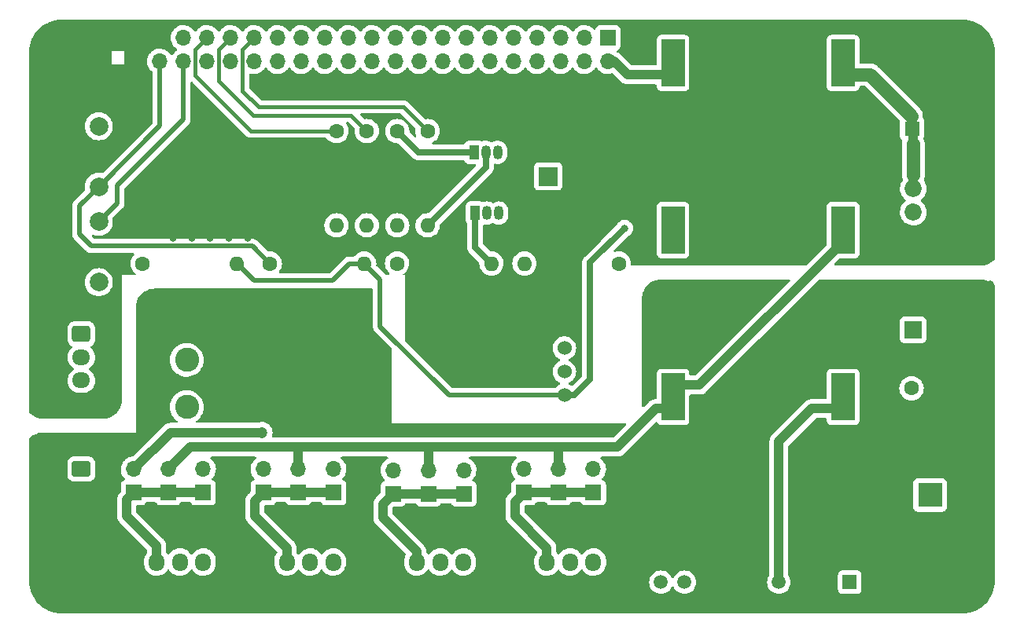
<source format=gbr>
%TF.GenerationSoftware,KiCad,Pcbnew,(6.0.5)*%
%TF.CreationDate,2022-07-22T00:32:43+07:00*%
%TF.ProjectId,MARUKO_RS485_Rev2,4d415255-4b4f-45f5-9253-3438355f5265,rev?*%
%TF.SameCoordinates,Original*%
%TF.FileFunction,Copper,L2,Bot*%
%TF.FilePolarity,Positive*%
%FSLAX46Y46*%
G04 Gerber Fmt 4.6, Leading zero omitted, Abs format (unit mm)*
G04 Created by KiCad (PCBNEW (6.0.5)) date 2022-07-22 00:32:43*
%MOMM*%
%LPD*%
G01*
G04 APERTURE LIST*
G04 Aperture macros list*
%AMRoundRect*
0 Rectangle with rounded corners*
0 $1 Rounding radius*
0 $2 $3 $4 $5 $6 $7 $8 $9 X,Y pos of 4 corners*
0 Add a 4 corners polygon primitive as box body*
4,1,4,$2,$3,$4,$5,$6,$7,$8,$9,$2,$3,0*
0 Add four circle primitives for the rounded corners*
1,1,$1+$1,$2,$3*
1,1,$1+$1,$4,$5*
1,1,$1+$1,$6,$7*
1,1,$1+$1,$8,$9*
0 Add four rect primitives between the rounded corners*
20,1,$1+$1,$2,$3,$4,$5,0*
20,1,$1+$1,$4,$5,$6,$7,0*
20,1,$1+$1,$6,$7,$8,$9,0*
20,1,$1+$1,$8,$9,$2,$3,0*%
G04 Aperture macros list end*
%TA.AperFunction,ComponentPad*%
%ADD10R,2.500000X2.500000*%
%TD*%
%TA.AperFunction,ComponentPad*%
%ADD11C,1.600000*%
%TD*%
%TA.AperFunction,ComponentPad*%
%ADD12O,1.600000X1.600000*%
%TD*%
%TA.AperFunction,ComponentPad*%
%ADD13R,1.600000X1.600000*%
%TD*%
%TA.AperFunction,ComponentPad*%
%ADD14R,1.700000X1.700000*%
%TD*%
%TA.AperFunction,ComponentPad*%
%ADD15O,1.700000X1.700000*%
%TD*%
%TA.AperFunction,ComponentPad*%
%ADD16C,2.000000*%
%TD*%
%TA.AperFunction,ComponentPad*%
%ADD17C,0.800000*%
%TD*%
%TA.AperFunction,ComponentPad*%
%ADD18C,6.400000*%
%TD*%
%TA.AperFunction,ComponentPad*%
%ADD19RoundRect,0.250000X-0.725000X0.600000X-0.725000X-0.600000X0.725000X-0.600000X0.725000X0.600000X0*%
%TD*%
%TA.AperFunction,ComponentPad*%
%ADD20O,1.950000X1.700000*%
%TD*%
%TA.AperFunction,ComponentPad*%
%ADD21RoundRect,0.250000X-0.600000X-0.725000X0.600000X-0.725000X0.600000X0.725000X-0.600000X0.725000X0*%
%TD*%
%TA.AperFunction,ComponentPad*%
%ADD22O,1.700000X1.950000*%
%TD*%
%TA.AperFunction,ComponentPad*%
%ADD23RoundRect,0.250000X-0.750000X0.600000X-0.750000X-0.600000X0.750000X-0.600000X0.750000X0.600000X0*%
%TD*%
%TA.AperFunction,ComponentPad*%
%ADD24O,2.000000X1.700000*%
%TD*%
%TA.AperFunction,ComponentPad*%
%ADD25C,1.524000*%
%TD*%
%TA.AperFunction,ComponentPad*%
%ADD26C,2.600000*%
%TD*%
%TA.AperFunction,ComponentPad*%
%ADD27R,2.600000X2.600000*%
%TD*%
%TA.AperFunction,ComponentPad*%
%ADD28R,1.850000X1.850000*%
%TD*%
%TA.AperFunction,ComponentPad*%
%ADD29C,1.850000*%
%TD*%
%TA.AperFunction,ComponentPad*%
%ADD30R,1.050000X1.500000*%
%TD*%
%TA.AperFunction,ComponentPad*%
%ADD31O,1.050000X1.500000*%
%TD*%
%TA.AperFunction,ComponentPad*%
%ADD32R,1.508000X1.508000*%
%TD*%
%TA.AperFunction,ComponentPad*%
%ADD33C,1.508000*%
%TD*%
%TA.AperFunction,ComponentPad*%
%ADD34R,2.000000X2.000000*%
%TD*%
%TA.AperFunction,ViaPad*%
%ADD35C,0.800000*%
%TD*%
%TA.AperFunction,ViaPad*%
%ADD36C,1.200000*%
%TD*%
%TA.AperFunction,Conductor*%
%ADD37C,0.250000*%
%TD*%
%TA.AperFunction,Conductor*%
%ADD38C,1.024000*%
%TD*%
%TA.AperFunction,Conductor*%
%ADD39C,0.512000*%
%TD*%
%TA.AperFunction,Conductor*%
%ADD40C,0.700000*%
%TD*%
%TA.AperFunction,Conductor*%
%ADD41C,1.400000*%
%TD*%
%TA.AperFunction,Conductor*%
%ADD42C,0.400000*%
%TD*%
G04 APERTURE END LIST*
D10*
%TO.P,U4,1,IN-*%
%TO.N,GND*%
X198100000Y-102550000D03*
X198100000Y-105090000D03*
%TO.P,U4,2,IN+*%
%TO.N,+12V*%
X198120000Y-91910000D03*
X198120000Y-94450000D03*
%TO.P,U4,3,OUT+*%
%TO.N,+5V*%
X179820000Y-94450000D03*
X179820000Y-91910000D03*
%TO.P,U4,4,OUT-*%
%TO.N,GND*%
X179800000Y-102550000D03*
X179800000Y-105090000D03*
%TD*%
D11*
%TO.P,R2,1*%
%TO.N,Buzz*%
X153400000Y-82520000D03*
D12*
%TO.P,R2,2*%
%TO.N,Net-(Q1-Pad2)*%
X153400000Y-92680000D03*
%TD*%
D13*
%TO.P,C1,1*%
%TO.N,24V_System*%
X205544888Y-82250000D03*
D11*
%TO.P,C1,2*%
%TO.N,Earth*%
X208044888Y-82250000D03*
%TD*%
D14*
%TO.P,JP9,1,A*%
%TO.N,Net-(J3-Pad2)*%
X135700000Y-121500000D03*
D15*
%TO.P,JP9,2,B*%
%TO.N,+5V*%
X135700000Y-118960000D03*
%TD*%
D16*
%TO.P,SW2,1,1*%
%TO.N,Button_2*%
X118000000Y-92300000D03*
X118000000Y-98800000D03*
%TO.P,SW2,2,4*%
%TO.N,Earth*%
X113500000Y-92300000D03*
X113500000Y-98800000D03*
%TD*%
D11*
%TO.P,R7,1*%
%TO.N,Net-(Q2-Pad2)*%
X173986668Y-96800000D03*
D12*
%TO.P,R7,2*%
%TO.N,Auto_cut*%
X163826668Y-96800000D03*
%TD*%
D17*
%TO.P,H4,1,1*%
%TO.N,Earth*%
X209302944Y-75697056D03*
X211000000Y-71600000D03*
X212697056Y-72302944D03*
D18*
X211000000Y-74000000D03*
D17*
X212697056Y-75697056D03*
X208600000Y-74000000D03*
X209302944Y-72302944D03*
X213400000Y-74000000D03*
X211000000Y-76400000D03*
%TD*%
D11*
%TO.P,R1,1*%
%TO.N,Button_1*%
X136413334Y-96800000D03*
D12*
%TO.P,R1,2*%
%TO.N,+3V3*%
X146573334Y-96800000D03*
%TD*%
D10*
%TO.P,U5,1,IN-*%
%TO.N,Earth*%
X198100000Y-87090000D03*
X198100000Y-84550000D03*
%TO.P,U5,2,IN+*%
%TO.N,24V_System*%
X198120000Y-73910000D03*
X198120000Y-76450000D03*
%TO.P,U5,3,OUT+*%
%TO.N,+5VP*%
X179820000Y-76450000D03*
X179820000Y-73910000D03*
%TO.P,U5,4,OUT-*%
%TO.N,Earth*%
X179800000Y-87090000D03*
X179800000Y-84550000D03*
%TD*%
D19*
%TO.P,J6,1,Pin_1*%
%TO.N,Net-(J6-Pad1)*%
X116125000Y-104400000D03*
D20*
%TO.P,J6,2,Pin_2*%
%TO.N,Net-(J6-Pad2)*%
X116125000Y-106900000D03*
%TO.P,J6,3,Pin_3*%
%TO.N,Net-(J6-Pad3)*%
X116125000Y-109400000D03*
%TO.P,J6,4,Pin_4*%
%TO.N,Earth*%
X116125000Y-111900000D03*
%TD*%
D21*
%TO.P,J4,1,Pin_1*%
%TO.N,GND*%
X121750000Y-128975000D03*
D22*
%TO.P,J4,2,Pin_2*%
%TO.N,Net-(J4-Pad2)*%
X124250000Y-128975000D03*
%TO.P,J4,3,Pin_3*%
%TO.N,RS485_B*%
X126750000Y-128975000D03*
%TO.P,J4,4,Pin_4*%
%TO.N,RS485_A*%
X129250000Y-128975000D03*
%TD*%
D11*
%TO.P,R8,1*%
%TO.N,+5VP*%
X150120000Y-96800000D03*
D12*
%TO.P,R8,2*%
%TO.N,Net-(Q2-Pad1)*%
X160280000Y-96800000D03*
%TD*%
D23*
%TO.P,J9,1,Pin_1*%
%TO.N,+12V*%
X116125000Y-118950000D03*
D24*
%TO.P,J9,2,Pin_2*%
%TO.N,GND*%
X116125000Y-121450000D03*
%TD*%
D25*
%TO.P,U1,1,Vcc*%
%TO.N,+3V3*%
X168130000Y-110995000D03*
%TO.P,U1,2,TXD*%
%TO.N,TX*%
X168130000Y-108455000D03*
%TO.P,U1,3,RXD*%
%TO.N,RX*%
X168130000Y-105915000D03*
%TO.P,U1,4,Gnd*%
%TO.N,Earth*%
X168130000Y-103375000D03*
D26*
%TO.P,U1,5,EARTH*%
%TO.N,GND*%
X127480000Y-102105000D03*
%TO.P,U1,6,B-*%
%TO.N,RS485_B*%
X127480000Y-107185000D03*
%TO.P,U1,7,A+*%
%TO.N,RS485_A*%
X127480000Y-112265000D03*
%TD*%
D14*
%TO.P,JP11,1,A*%
%TO.N,Net-(J2-Pad2)*%
X153500000Y-121612500D03*
D15*
%TO.P,JP11,2,B*%
%TO.N,+12V*%
X153500000Y-119072500D03*
%TD*%
D27*
%TO.P,J8,1,Pin_1*%
%TO.N,VCC*%
X207505000Y-121745000D03*
D26*
%TO.P,J8,2,Pin_2*%
%TO.N,GND*%
X207505000Y-116665000D03*
%TD*%
D16*
%TO.P,SW1,1,1*%
%TO.N,Button_1*%
X118000000Y-82000000D03*
X118000000Y-88500000D03*
%TO.P,SW1,2,4*%
%TO.N,Earth*%
X113500000Y-82000000D03*
X113500000Y-88500000D03*
%TD*%
D14*
%TO.P,JP8,1,A*%
%TO.N,Net-(J3-Pad2)*%
X139500000Y-121500000D03*
D15*
%TO.P,JP8,2,B*%
%TO.N,+12V*%
X139500000Y-118960000D03*
%TD*%
D28*
%TO.P,PS1,1,+Vin*%
%TO.N,VCC*%
X205690000Y-103960000D03*
D29*
%TO.P,PS1,2,-Vin*%
%TO.N,GND*%
X205690000Y-101420000D03*
%TO.P,PS1,4,-Vout*%
%TO.N,Earth*%
X205690000Y-93800000D03*
%TO.P,PS1,5,0V*%
%TO.N,unconnected-(PS1-Pad5)*%
X205690000Y-91260000D03*
%TO.P,PS1,6,+Vout*%
%TO.N,24V_System*%
X205690000Y-88720000D03*
%TD*%
D14*
%TO.P,JP4,1,A*%
%TO.N,Net-(J4-Pad2)*%
X129250000Y-121495000D03*
D15*
%TO.P,JP4,2,B*%
%TO.N,+24V*%
X129250000Y-118955000D03*
%TD*%
D17*
%TO.P,H3,1,1*%
%TO.N,GND*%
X208600000Y-131000000D03*
D18*
X211000000Y-131000000D03*
D17*
X211000000Y-133400000D03*
X209302944Y-132697056D03*
X211000000Y-128600000D03*
X213400000Y-131000000D03*
X212697056Y-129302944D03*
X212697056Y-132697056D03*
X209302944Y-129302944D03*
%TD*%
D14*
%TO.P,JP1,1,A*%
%TO.N,Net-(J1-Pad2)*%
X171250000Y-121500000D03*
D15*
%TO.P,JP1,2,B*%
%TO.N,+24V*%
X171250000Y-118960000D03*
%TD*%
D30*
%TO.P,Q1,1,C*%
%TO.N,+5VP*%
X158400000Y-84800000D03*
D31*
%TO.P,Q1,2,B*%
%TO.N,Net-(Q1-Pad2)*%
X159670000Y-84800000D03*
%TO.P,Q1,3,E*%
%TO.N,Net-(BZ1-Pad1)*%
X160940000Y-84800000D03*
%TD*%
D11*
%TO.P,R4,1*%
%TO.N,Led_2*%
X146866666Y-82520000D03*
D12*
%TO.P,R4,2*%
%TO.N,Net-(J6-Pad2)*%
X146866666Y-92680000D03*
%TD*%
D21*
%TO.P,J3,1,Pin_1*%
%TO.N,GND*%
X135750000Y-128975000D03*
D22*
%TO.P,J3,2,Pin_2*%
%TO.N,Net-(J3-Pad2)*%
X138250000Y-128975000D03*
%TO.P,J3,3,Pin_3*%
%TO.N,RS485_B*%
X140750000Y-128975000D03*
%TO.P,J3,4,Pin_4*%
%TO.N,RS485_A*%
X143250000Y-128975000D03*
%TD*%
D14*
%TO.P,J5,1,Pin_1*%
%TO.N,+3V3*%
X172825000Y-72460000D03*
D15*
%TO.P,J5,2,Pin_2*%
%TO.N,+5VP*%
X172825000Y-75000000D03*
%TO.P,J5,3,Pin_3*%
%TO.N,unconnected-(J5-Pad3)*%
X170285000Y-72460000D03*
%TO.P,J5,4,Pin_4*%
%TO.N,+5VP*%
X170285000Y-75000000D03*
%TO.P,J5,5,Pin_5*%
%TO.N,unconnected-(J5-Pad5)*%
X167745000Y-72460000D03*
%TO.P,J5,6,Pin_6*%
%TO.N,unconnected-(J5-Pad6)*%
X167745000Y-75000000D03*
%TO.P,J5,7,Pin_7*%
%TO.N,unconnected-(J5-Pad7)*%
X165205000Y-72460000D03*
%TO.P,J5,8,Pin_8*%
%TO.N,TX*%
X165205000Y-75000000D03*
%TO.P,J5,9,Pin_9*%
%TO.N,unconnected-(J5-Pad9)*%
X162665000Y-72460000D03*
%TO.P,J5,10,Pin_10*%
%TO.N,RX*%
X162665000Y-75000000D03*
%TO.P,J5,11,Pin_11*%
%TO.N,RESET*%
X160125000Y-72460000D03*
%TO.P,J5,12,Pin_12*%
%TO.N,Auto_cut*%
X160125000Y-75000000D03*
%TO.P,J5,13,Pin_13*%
%TO.N,unconnected-(J5-Pad13)*%
X157585000Y-72460000D03*
%TO.P,J5,14,Pin_14*%
%TO.N,unconnected-(J5-Pad14)*%
X157585000Y-75000000D03*
%TO.P,J5,15,Pin_15*%
%TO.N,unconnected-(J5-Pad15)*%
X155045000Y-72460000D03*
%TO.P,J5,16,Pin_16*%
%TO.N,unconnected-(J5-Pad16)*%
X155045000Y-75000000D03*
%TO.P,J5,17,Pin_17*%
%TO.N,unconnected-(J5-Pad17)*%
X152505000Y-72460000D03*
%TO.P,J5,18,Pin_18*%
%TO.N,unconnected-(J5-Pad18)*%
X152505000Y-75000000D03*
%TO.P,J5,19,Pin_19*%
%TO.N,MOSI*%
X149965000Y-72460000D03*
%TO.P,J5,20,Pin_20*%
%TO.N,unconnected-(J5-Pad20)*%
X149965000Y-75000000D03*
%TO.P,J5,21,Pin_21*%
%TO.N,MISO*%
X147425000Y-72460000D03*
%TO.P,J5,22,Pin_22*%
%TO.N,NSS*%
X147425000Y-75000000D03*
%TO.P,J5,23,Pin_23*%
%TO.N,SCK*%
X144885000Y-72460000D03*
%TO.P,J5,24,Pin_24*%
%TO.N,unconnected-(J5-Pad24)*%
X144885000Y-75000000D03*
%TO.P,J5,25,Pin_25*%
%TO.N,unconnected-(J5-Pad25)*%
X142345000Y-72460000D03*
%TO.P,J5,26,Pin_26*%
%TO.N,unconnected-(J5-Pad26)*%
X142345000Y-75000000D03*
%TO.P,J5,27,Pin_27*%
%TO.N,unconnected-(J5-Pad27)*%
X139805000Y-72460000D03*
%TO.P,J5,28,Pin_28*%
%TO.N,unconnected-(J5-Pad28)*%
X139805000Y-75000000D03*
%TO.P,J5,29,Pin_29*%
%TO.N,unconnected-(J5-Pad29)*%
X137265000Y-72460000D03*
%TO.P,J5,30,Pin_30*%
%TO.N,unconnected-(J5-Pad30)*%
X137265000Y-75000000D03*
%TO.P,J5,31,Pin_31*%
%TO.N,Buzz*%
X134725000Y-72460000D03*
%TO.P,J5,32,Pin_32*%
%TO.N,unconnected-(J5-Pad32)*%
X134725000Y-75000000D03*
%TO.P,J5,33,Pin_33*%
%TO.N,Led_2*%
X132185000Y-72460000D03*
%TO.P,J5,34,Pin_34*%
%TO.N,unconnected-(J5-Pad34)*%
X132185000Y-75000000D03*
%TO.P,J5,35,Pin_35*%
%TO.N,Led_1*%
X129645000Y-72460000D03*
%TO.P,J5,36,Pin_36*%
%TO.N,unconnected-(J5-Pad36)*%
X129645000Y-75000000D03*
%TO.P,J5,37,Pin_37*%
%TO.N,DIO0*%
X127105000Y-72460000D03*
%TO.P,J5,38,Pin_38*%
%TO.N,Button_2*%
X127105000Y-75000000D03*
%TO.P,J5,39,Pin_39*%
%TO.N,Earth*%
X124565000Y-72460000D03*
%TO.P,J5,40,Pin_40*%
%TO.N,Button_1*%
X124565000Y-75000000D03*
%TD*%
D11*
%TO.P,R5,1*%
%TO.N,+5VP*%
X150133332Y-82520000D03*
D12*
%TO.P,R5,2*%
%TO.N,Net-(J6-Pad3)*%
X150133332Y-92680000D03*
%TD*%
D17*
%TO.P,H2,1,1*%
%TO.N,GND*%
X111600000Y-131000000D03*
X116400000Y-131000000D03*
X114000000Y-128600000D03*
X115697056Y-129302944D03*
D18*
X114000000Y-131000000D03*
D17*
X115697056Y-132697056D03*
X114000000Y-133400000D03*
X112302944Y-129302944D03*
X112302944Y-132697056D03*
%TD*%
D14*
%TO.P,JP2,1,A*%
%TO.N,Net-(J1-Pad2)*%
X167500000Y-121500000D03*
D15*
%TO.P,JP2,2,B*%
%TO.N,+12V*%
X167500000Y-118960000D03*
%TD*%
D14*
%TO.P,JP7,1,A*%
%TO.N,Net-(J3-Pad2)*%
X143300000Y-121500000D03*
D15*
%TO.P,JP7,2,B*%
%TO.N,+24V*%
X143300000Y-118960000D03*
%TD*%
D14*
%TO.P,JP5,1,A*%
%TO.N,Net-(J4-Pad2)*%
X125500000Y-121495000D03*
D15*
%TO.P,JP5,2,B*%
%TO.N,+12V*%
X125500000Y-118955000D03*
%TD*%
D32*
%TO.P,K1,1,L1*%
%TO.N,VCC*%
X198845500Y-131150000D03*
D33*
%TO.P,K1,2,L2*%
%TO.N,+24V*%
X191225500Y-131150000D03*
%TO.P,K1,3,+*%
%TO.N,Net-(K1-Pad3)*%
X181065500Y-131150000D03*
%TO.P,K1,4,-*%
%TO.N,Earth*%
X178525500Y-131150000D03*
%TD*%
D10*
%TO.P,U3,1,IN-*%
%TO.N,GND*%
X198100000Y-123090000D03*
X198100000Y-120550000D03*
%TO.P,U3,2,IN+*%
%TO.N,+24V*%
X198120000Y-109910000D03*
X198120000Y-112450000D03*
%TO.P,U3,3,OUT+*%
%TO.N,+12V*%
X179820000Y-109910000D03*
X179820000Y-112450000D03*
%TO.P,U3,4,OUT-*%
%TO.N,GND*%
X179800000Y-120550000D03*
X179800000Y-123090000D03*
%TD*%
D11*
%TO.P,R6,1*%
%TO.N,Button_2*%
X122706668Y-96800000D03*
D12*
%TO.P,R6,2*%
%TO.N,+3V3*%
X132866668Y-96800000D03*
%TD*%
D14*
%TO.P,JP10,1,A*%
%TO.N,Net-(J2-Pad2)*%
X157300000Y-121612500D03*
D15*
%TO.P,JP10,2,B*%
%TO.N,+24V*%
X157300000Y-119072500D03*
%TD*%
D21*
%TO.P,J2,1,Pin_1*%
%TO.N,GND*%
X149750000Y-128975000D03*
D22*
%TO.P,J2,2,Pin_2*%
%TO.N,Net-(J2-Pad2)*%
X152250000Y-128975000D03*
%TO.P,J2,3,Pin_3*%
%TO.N,RS485_B*%
X154750000Y-128975000D03*
%TO.P,J2,4,Pin_4*%
%TO.N,RS485_A*%
X157250000Y-128975000D03*
%TD*%
D17*
%TO.P,H1,1,1*%
%TO.N,Earth*%
X115697056Y-75697056D03*
X115697056Y-72302944D03*
X116400000Y-74000000D03*
X114000000Y-76400000D03*
X111600000Y-74000000D03*
X112302944Y-72302944D03*
X114000000Y-71600000D03*
X112302944Y-75697056D03*
D18*
X114000000Y-74000000D03*
%TD*%
D14*
%TO.P,JP12,1,A*%
%TO.N,Net-(J2-Pad2)*%
X149700000Y-121612500D03*
D15*
%TO.P,JP12,2,B*%
%TO.N,+5V*%
X149700000Y-119072500D03*
%TD*%
D14*
%TO.P,JP6,1,A*%
%TO.N,Net-(J4-Pad2)*%
X121750000Y-121495000D03*
D15*
%TO.P,JP6,2,B*%
%TO.N,+5V*%
X121750000Y-118955000D03*
%TD*%
D21*
%TO.P,J1,1,Pin_1*%
%TO.N,GND*%
X163750000Y-128975000D03*
D22*
%TO.P,J1,2,Pin_2*%
%TO.N,Net-(J1-Pad2)*%
X166250000Y-128975000D03*
%TO.P,J1,3,Pin_3*%
%TO.N,RS485_B*%
X168750000Y-128975000D03*
%TO.P,J1,4,Pin_4*%
%TO.N,RS485_A*%
X171250000Y-128975000D03*
%TD*%
D14*
%TO.P,JP3,1,A*%
%TO.N,Net-(J1-Pad2)*%
X163750000Y-121500000D03*
D15*
%TO.P,JP3,2,B*%
%TO.N,+5V*%
X163750000Y-118960000D03*
%TD*%
D11*
%TO.P,C2,1*%
%TO.N,VCC*%
X205500000Y-110250000D03*
%TO.P,C2,2*%
%TO.N,GND*%
X210500000Y-110250000D03*
%TD*%
%TO.P,R3,1*%
%TO.N,Led_1*%
X143600000Y-82520000D03*
D12*
%TO.P,R3,2*%
%TO.N,Net-(J6-Pad1)*%
X143600000Y-92680000D03*
%TD*%
D34*
%TO.P,BZ1,1,-*%
%TO.N,Net-(BZ1-Pad1)*%
X166400000Y-87400000D03*
D16*
%TO.P,BZ1,2,+*%
%TO.N,Earth*%
X174000000Y-87400000D03*
%TD*%
D30*
%TO.P,Q2,1,C*%
%TO.N,Net-(Q2-Pad1)*%
X158530000Y-91360000D03*
D31*
%TO.P,Q2,2,B*%
%TO.N,Net-(Q2-Pad2)*%
X159800000Y-91360000D03*
%TO.P,Q2,3,E*%
%TO.N,Net-(K1-Pad3)*%
X161070000Y-91360000D03*
%TD*%
D35*
%TO.N,Earth*%
X206000000Y-96000000D03*
X193000000Y-94000000D03*
X127000000Y-85000000D03*
X191000000Y-92000000D03*
X126000000Y-94000000D03*
X138200000Y-78600000D03*
X133000000Y-83000000D03*
X195000000Y-82000000D03*
X212000000Y-96000000D03*
X189000000Y-82000000D03*
X128000000Y-94000000D03*
X194000000Y-71000000D03*
X132000000Y-82000000D03*
X134000000Y-90000000D03*
X111000000Y-108000000D03*
X127000000Y-89000000D03*
X123000000Y-71000000D03*
X195000000Y-78000000D03*
X119000000Y-71000000D03*
X214000000Y-86000000D03*
X193000000Y-92000000D03*
X132000000Y-94000000D03*
X214000000Y-88000000D03*
X133000000Y-87000000D03*
X111000000Y-92000000D03*
X189000000Y-71000000D03*
X208000000Y-96000000D03*
X214000000Y-80000000D03*
X130000000Y-80000000D03*
X111000000Y-80000000D03*
X127000000Y-83000000D03*
X111000000Y-102000000D03*
X111000000Y-112000000D03*
X111000000Y-96000000D03*
X121000000Y-71000000D03*
X191000000Y-90000000D03*
X198000000Y-71000000D03*
X202000000Y-71000000D03*
X133000000Y-85000000D03*
X214000000Y-84000000D03*
X189000000Y-78000000D03*
X177000000Y-71000000D03*
X195000000Y-76000000D03*
X210000000Y-96000000D03*
X111000000Y-110000000D03*
X191000000Y-96000000D03*
X126000000Y-92000000D03*
X214000000Y-96000000D03*
X192000000Y-76000000D03*
X183000000Y-92000000D03*
X111000000Y-88000000D03*
X187000000Y-79000000D03*
X111000000Y-98000000D03*
X186000000Y-71000000D03*
X185000000Y-92000000D03*
X181000000Y-71000000D03*
X193000000Y-96000000D03*
X111000000Y-100000000D03*
X131000000Y-81000000D03*
X185000000Y-82000000D03*
X192000000Y-71000000D03*
X187000000Y-82000000D03*
X130000000Y-94000000D03*
X214000000Y-90000000D03*
X185000000Y-79000000D03*
X135000000Y-91000000D03*
X214000000Y-92000000D03*
X133000000Y-89000000D03*
X126000000Y-90000000D03*
X192000000Y-80000000D03*
X136000000Y-94000000D03*
X134000000Y-94000000D03*
X214000000Y-82000000D03*
X204000000Y-96000000D03*
X185000000Y-76000000D03*
X127000000Y-87000000D03*
X112000000Y-113000000D03*
X214000000Y-78000000D03*
X185000000Y-96000000D03*
X185000000Y-90000000D03*
X200000000Y-71000000D03*
X114000000Y-113000000D03*
X183000000Y-90000000D03*
X187000000Y-76000000D03*
X179000000Y-71000000D03*
X214000000Y-94000000D03*
X183000000Y-94000000D03*
X189000000Y-80000000D03*
X195000000Y-80000000D03*
X111000000Y-104000000D03*
X111000000Y-78000000D03*
X192000000Y-78000000D03*
X111000000Y-94000000D03*
X111000000Y-90000000D03*
X191000000Y-94000000D03*
X202000000Y-96000000D03*
X185000000Y-94000000D03*
X117000000Y-71000000D03*
X189000000Y-76000000D03*
X192000000Y-82000000D03*
X205000000Y-71000000D03*
X111000000Y-84000000D03*
X193000000Y-90000000D03*
X111000000Y-86000000D03*
X183000000Y-96000000D03*
X196000000Y-71000000D03*
X111000000Y-106000000D03*
X129000000Y-79000000D03*
X183000000Y-71000000D03*
X111000000Y-82000000D03*
%TO.N,GND*%
X194000000Y-101000000D03*
X204000000Y-122000000D03*
X185000000Y-122000000D03*
X193000000Y-119000000D03*
X202000000Y-107000000D03*
X185000000Y-120000000D03*
X135000000Y-102000000D03*
X133000000Y-102000000D03*
X214000000Y-111000000D03*
X176000000Y-124000000D03*
X176000000Y-122000000D03*
X202000000Y-101000000D03*
X202000000Y-115000000D03*
X203000000Y-121000000D03*
X194000000Y-105000000D03*
X176000000Y-130000000D03*
X202000000Y-99000000D03*
X185000000Y-104000000D03*
X198000000Y-99000000D03*
X176000000Y-128000000D03*
X214000000Y-101000000D03*
X214000000Y-119000000D03*
X214000000Y-115000000D03*
X111000000Y-126000000D03*
X202000000Y-103000000D03*
X196000000Y-99000000D03*
X214000000Y-105000000D03*
X202000000Y-120000000D03*
X214000000Y-107000000D03*
X111000000Y-124000000D03*
X192000000Y-134000000D03*
X141000000Y-102000000D03*
X214000000Y-113000000D03*
X204000000Y-99000000D03*
X207000000Y-128000000D03*
X176000000Y-126000000D03*
X206000000Y-134000000D03*
X185000000Y-118000000D03*
X206000000Y-129000000D03*
X190000000Y-111000000D03*
X214000000Y-117000000D03*
X131000000Y-102000000D03*
X205000000Y-130000000D03*
X198000000Y-134000000D03*
X214000000Y-99000000D03*
X208000000Y-134000000D03*
X190000000Y-109000000D03*
X190000000Y-113000000D03*
X214000000Y-127000000D03*
X139000000Y-102000000D03*
X202000000Y-105000000D03*
X111000000Y-120000000D03*
X214000000Y-121000000D03*
X111000000Y-122000000D03*
X119000000Y-116000000D03*
X185000000Y-116000000D03*
X193000000Y-123000000D03*
X185000000Y-114000000D03*
X185000000Y-100000000D03*
X185000000Y-112000000D03*
X193000000Y-121000000D03*
X185000000Y-124000000D03*
X214000000Y-125000000D03*
X115000000Y-116000000D03*
X121000000Y-116000000D03*
X137000000Y-102000000D03*
X176000000Y-120000000D03*
X214000000Y-109000000D03*
X202000000Y-109000000D03*
X176000000Y-118000000D03*
X206000000Y-99000000D03*
X202000000Y-134000000D03*
X214000000Y-103000000D03*
X204000000Y-131000000D03*
X193000000Y-129000000D03*
X194000000Y-134000000D03*
X111000000Y-116000000D03*
X202000000Y-117000000D03*
X208000000Y-127000000D03*
X214000000Y-123000000D03*
X190000000Y-107000000D03*
X200000000Y-99000000D03*
X204000000Y-134000000D03*
X194000000Y-103000000D03*
X193000000Y-127000000D03*
X193000000Y-125000000D03*
X183000000Y-100000000D03*
X111000000Y-118000000D03*
X117000000Y-116000000D03*
X185000000Y-102000000D03*
X212000000Y-99000000D03*
X200000000Y-134000000D03*
X193000000Y-117000000D03*
X196000000Y-134000000D03*
X181000000Y-100000000D03*
X192000000Y-103000000D03*
X210000000Y-99000000D03*
X208000000Y-99000000D03*
X192000000Y-105000000D03*
X190000000Y-105000000D03*
%TO.N,+3V3*%
X174600000Y-93000000D03*
D36*
%TO.N,+5V*%
X135600000Y-115000000D03*
%TD*%
D37*
%TO.N,24V_System*%
X198120000Y-73910000D02*
X198120000Y-76450000D01*
%TO.N,+12V*%
X198120000Y-91910000D02*
X198120000Y-94450000D01*
%TO.N,+24V*%
X198120000Y-109910000D02*
X198120000Y-112450000D01*
D38*
X194750000Y-112450000D02*
X198120000Y-112450000D01*
X191225500Y-115974500D02*
X194750000Y-112450000D01*
X191225500Y-131150000D02*
X191225500Y-115974500D01*
%TO.N,Net-(J1-Pad2)*%
X163750000Y-121500000D02*
X162800000Y-122450000D01*
X163750000Y-121500000D02*
X167500000Y-121500000D01*
X167500000Y-121500000D02*
X171250000Y-121500000D01*
X162800000Y-122450000D02*
X162800000Y-124000000D01*
X166250000Y-127450000D02*
X166250000Y-128975000D01*
X162800000Y-124000000D02*
X166250000Y-127450000D01*
%TO.N,Net-(J2-Pad2)*%
X152250000Y-127850000D02*
X152250000Y-128975000D01*
X148600000Y-124200000D02*
X152250000Y-127850000D01*
X153500000Y-121612500D02*
X157300000Y-121612500D01*
X149700000Y-121612500D02*
X153500000Y-121612500D01*
X148600000Y-122712500D02*
X148600000Y-124200000D01*
X149700000Y-121612500D02*
X148600000Y-122712500D01*
%TO.N,Net-(J3-Pad2)*%
X138250000Y-127450000D02*
X138250000Y-128975000D01*
X143300000Y-121500000D02*
X139500000Y-121500000D01*
X134800000Y-122400000D02*
X134800000Y-124000000D01*
X139500000Y-121500000D02*
X135700000Y-121500000D01*
X134800000Y-124000000D02*
X138250000Y-127450000D01*
X135700000Y-121500000D02*
X134800000Y-122400000D01*
%TO.N,Net-(J4-Pad2)*%
X121000000Y-122245000D02*
X121000000Y-124000000D01*
X121000000Y-124000000D02*
X124250000Y-127250000D01*
X129250000Y-121495000D02*
X125500000Y-121495000D01*
X121750000Y-121495000D02*
X121000000Y-122245000D01*
X125500000Y-121495000D02*
X121750000Y-121495000D01*
X124250000Y-127250000D02*
X124250000Y-128975000D01*
D39*
%TO.N,+3V3*%
X134700000Y-98600000D02*
X132900000Y-96800000D01*
X155695000Y-110995000D02*
X168130000Y-110995000D01*
X146573334Y-96800000D02*
X145000000Y-96800000D01*
X146573334Y-96800000D02*
X148300000Y-98526666D01*
D40*
X168135000Y-111000000D02*
X168130000Y-110995000D01*
X169200000Y-111000000D02*
X168135000Y-111000000D01*
X170900000Y-96700000D02*
X170900000Y-109300000D01*
X170900000Y-109300000D02*
X169200000Y-111000000D01*
D39*
X145000000Y-96800000D02*
X143200000Y-98600000D01*
X132900000Y-96800000D02*
X132866668Y-96800000D01*
X148300000Y-98526666D02*
X148300000Y-103600000D01*
D40*
X174600000Y-93000000D02*
X170900000Y-96700000D01*
D39*
X143200000Y-98600000D02*
X134700000Y-98600000D01*
X148300000Y-103600000D02*
X155695000Y-110995000D01*
D40*
%TO.N,+5VP*%
X152413332Y-84800000D02*
X150133332Y-82520000D01*
D38*
X173500000Y-75000000D02*
X174950000Y-76450000D01*
D40*
X158400000Y-84800000D02*
X152413332Y-84800000D01*
D38*
X174950000Y-76450000D02*
X179820000Y-76450000D01*
X172825000Y-75000000D02*
X173500000Y-75000000D01*
D41*
X179820000Y-73910000D02*
X179820000Y-76450000D01*
D42*
%TO.N,Buzz*%
X153400000Y-82520000D02*
X150780000Y-79900000D01*
X135200000Y-79900000D02*
X133475489Y-78175489D01*
X150780000Y-79900000D02*
X135200000Y-79900000D01*
X133475489Y-73709511D02*
X134725000Y-72460000D01*
X133475489Y-78175489D02*
X133475489Y-73709511D01*
D39*
%TO.N,Button_2*%
X120000000Y-90300000D02*
X118000000Y-92300000D01*
X127105000Y-75000000D02*
X127105000Y-81295000D01*
X127105000Y-81295000D02*
X120000000Y-88400000D01*
X120000000Y-88400000D02*
X120000000Y-90300000D01*
%TO.N,Button_1*%
X117200000Y-94900000D02*
X115900000Y-93600000D01*
X115900000Y-93600000D02*
X115900000Y-90600000D01*
X115900000Y-90600000D02*
X118000000Y-88500000D01*
X124565000Y-81935000D02*
X118000000Y-88500000D01*
X136413334Y-96800000D02*
X134513334Y-94900000D01*
X134513334Y-94900000D02*
X117200000Y-94900000D01*
X124565000Y-75000000D02*
X124565000Y-81935000D01*
D42*
%TO.N,Led_1*%
X134370000Y-82520000D02*
X128354511Y-76504511D01*
X128354511Y-73750489D02*
X129645000Y-72460000D01*
X143600000Y-82520000D02*
X134370000Y-82520000D01*
X128354511Y-76504511D02*
X128354511Y-73750489D01*
%TO.N,Led_2*%
X130935489Y-77135489D02*
X130935489Y-73709511D01*
X134600000Y-80800000D02*
X130935489Y-77135489D01*
X145146666Y-80800000D02*
X134600000Y-80800000D01*
X146866666Y-82520000D02*
X145146666Y-80800000D01*
X130935489Y-73709511D02*
X132185000Y-72460000D01*
D38*
%TO.N,+12V*%
X139500000Y-116700000D02*
X139600000Y-116600000D01*
X153800000Y-116600000D02*
X167500000Y-116600000D01*
X182660000Y-109910000D02*
X198120000Y-94450000D01*
X177950000Y-112450000D02*
X179820000Y-112450000D01*
X167500000Y-116600000D02*
X167500000Y-118960000D01*
X153500000Y-116900000D02*
X153800000Y-116600000D01*
X179820000Y-109910000D02*
X182660000Y-109910000D01*
X153500000Y-119072500D02*
X153500000Y-116900000D01*
X125500000Y-118955000D02*
X127855000Y-116600000D01*
X139600000Y-116600000D02*
X153800000Y-116600000D01*
X179820000Y-109910000D02*
X179820000Y-112450000D01*
X167500000Y-116600000D02*
X173800000Y-116600000D01*
X139500000Y-118960000D02*
X139500000Y-116700000D01*
X127855000Y-116600000D02*
X139600000Y-116600000D01*
X173800000Y-116600000D02*
X177950000Y-112450000D01*
%TO.N,+5V*%
X126400000Y-115000000D02*
X135600000Y-115000000D01*
X125705000Y-115000000D02*
X126400000Y-115000000D01*
X121750000Y-118955000D02*
X125705000Y-115000000D01*
X179820000Y-94450000D02*
X179350000Y-94450000D01*
D40*
%TO.N,Net-(Q1-Pad2)*%
X159670000Y-86410000D02*
X153400000Y-92680000D01*
X159670000Y-84800000D02*
X159670000Y-86410000D01*
%TO.N,Net-(Q2-Pad1)*%
X158530000Y-91360000D02*
X158530000Y-95050000D01*
X158530000Y-95050000D02*
X160280000Y-96800000D01*
D38*
%TO.N,24V_System*%
X205690000Y-88720000D02*
X205690000Y-87310000D01*
D41*
X205700000Y-87300000D02*
X205700000Y-83900000D01*
X205500000Y-80900000D02*
X201050000Y-76450000D01*
D38*
X205690000Y-87310000D02*
X205700000Y-87300000D01*
X205700000Y-82405112D02*
X205544888Y-82250000D01*
X205700000Y-83900000D02*
X205700000Y-82405112D01*
X205544888Y-80944888D02*
X205500000Y-80900000D01*
D41*
X201050000Y-76450000D02*
X198120000Y-76450000D01*
D38*
X205544888Y-82250000D02*
X205544888Y-80944888D01*
%TD*%
%TA.AperFunction,Conductor*%
%TO.N,Earth*%
G36*
X210970018Y-70510000D02*
G01*
X210984852Y-70512310D01*
X210984855Y-70512310D01*
X210993724Y-70513691D01*
X211002627Y-70512527D01*
X211002628Y-70512527D01*
X211013076Y-70511161D01*
X211035594Y-70510249D01*
X211336051Y-70525010D01*
X211348345Y-70526221D01*
X211675034Y-70574680D01*
X211687156Y-70577090D01*
X211781196Y-70600646D01*
X212007523Y-70657339D01*
X212019355Y-70660928D01*
X212330311Y-70772190D01*
X212341735Y-70776922D01*
X212409500Y-70808972D01*
X212640292Y-70918128D01*
X212651188Y-70923953D01*
X212792101Y-71008412D01*
X212934467Y-71093744D01*
X212944748Y-71100614D01*
X212991870Y-71135562D01*
X213210017Y-71297350D01*
X213219556Y-71305177D01*
X213464282Y-71526985D01*
X213473015Y-71535718D01*
X213694823Y-71780444D01*
X213702650Y-71789983D01*
X213721827Y-71815840D01*
X213899386Y-72055252D01*
X213906256Y-72065533D01*
X214076045Y-72348807D01*
X214081874Y-72359712D01*
X214223078Y-72658265D01*
X214227810Y-72669689D01*
X214339072Y-72980645D01*
X214342661Y-72992477D01*
X214422909Y-73312841D01*
X214425320Y-73324966D01*
X214472615Y-73643800D01*
X214473779Y-73651650D01*
X214474990Y-73663949D01*
X214487263Y-73913738D01*
X214489390Y-73957034D01*
X214488042Y-73982598D01*
X214486309Y-73993724D01*
X214487474Y-74002630D01*
X214490436Y-74025283D01*
X214491500Y-74041621D01*
X214491500Y-96277530D01*
X214471498Y-96345651D01*
X214454595Y-96366625D01*
X214316096Y-96505124D01*
X214302510Y-96516897D01*
X214088498Y-96677105D01*
X214073375Y-96686824D01*
X213838740Y-96814945D01*
X213822393Y-96822411D01*
X213571900Y-96915840D01*
X213554658Y-96920902D01*
X213293433Y-96977728D01*
X213275650Y-96980285D01*
X213053871Y-96996147D01*
X213004487Y-96999679D01*
X212995499Y-97000000D01*
X197317395Y-97000000D01*
X197249274Y-96979998D01*
X197202781Y-96926342D01*
X197192677Y-96856068D01*
X197222171Y-96791488D01*
X197228300Y-96784905D01*
X197767800Y-96245405D01*
X197830112Y-96211379D01*
X197856895Y-96208500D01*
X199418134Y-96208500D01*
X199480316Y-96201745D01*
X199616705Y-96150615D01*
X199733261Y-96063261D01*
X199820615Y-95946705D01*
X199871745Y-95810316D01*
X199878500Y-95748134D01*
X199878500Y-90611866D01*
X199871745Y-90549684D01*
X199820615Y-90413295D01*
X199733261Y-90296739D01*
X199616705Y-90209385D01*
X199480316Y-90158255D01*
X199418134Y-90151500D01*
X196821866Y-90151500D01*
X196759684Y-90158255D01*
X196623295Y-90209385D01*
X196506739Y-90296739D01*
X196419385Y-90413295D01*
X196368255Y-90549684D01*
X196361500Y-90611866D01*
X196361500Y-94713105D01*
X196341498Y-94781226D01*
X196324595Y-94802200D01*
X194163700Y-96963095D01*
X194101388Y-96997121D01*
X194074605Y-97000000D01*
X175282668Y-97000000D01*
X175283292Y-96992874D01*
X175300166Y-96800000D01*
X175280211Y-96571913D01*
X175272950Y-96544814D01*
X175222375Y-96356067D01*
X175222374Y-96356065D01*
X175220952Y-96350757D01*
X175218571Y-96345651D01*
X175126517Y-96148238D01*
X175126514Y-96148233D01*
X175124191Y-96143251D01*
X175042160Y-96026099D01*
X174996025Y-95960211D01*
X174996023Y-95960208D01*
X174992866Y-95955700D01*
X174830968Y-95793802D01*
X174826460Y-95790645D01*
X174826457Y-95790643D01*
X174765748Y-95748134D01*
X178061500Y-95748134D01*
X178068255Y-95810316D01*
X178119385Y-95946705D01*
X178206739Y-96063261D01*
X178323295Y-96150615D01*
X178459684Y-96201745D01*
X178521866Y-96208500D01*
X181118134Y-96208500D01*
X181180316Y-96201745D01*
X181316705Y-96150615D01*
X181433261Y-96063261D01*
X181520615Y-95946705D01*
X181571745Y-95810316D01*
X181578500Y-95748134D01*
X181578500Y-90611866D01*
X181571745Y-90549684D01*
X181520615Y-90413295D01*
X181433261Y-90296739D01*
X181316705Y-90209385D01*
X181180316Y-90158255D01*
X181118134Y-90151500D01*
X178521866Y-90151500D01*
X178459684Y-90158255D01*
X178323295Y-90209385D01*
X178206739Y-90296739D01*
X178119385Y-90413295D01*
X178068255Y-90549684D01*
X178061500Y-90611866D01*
X178061500Y-95748134D01*
X174765748Y-95748134D01*
X174748279Y-95735902D01*
X174643417Y-95662477D01*
X174638435Y-95660154D01*
X174638430Y-95660151D01*
X174440893Y-95568039D01*
X174440892Y-95568039D01*
X174435911Y-95565716D01*
X174430603Y-95564294D01*
X174430601Y-95564293D01*
X174220070Y-95507881D01*
X174220068Y-95507881D01*
X174214755Y-95506457D01*
X173986668Y-95486502D01*
X173758581Y-95506457D01*
X173753268Y-95507881D01*
X173753266Y-95507881D01*
X173596805Y-95549805D01*
X173525829Y-95548115D01*
X173467033Y-95508321D01*
X173439085Y-95443057D01*
X173450858Y-95373043D01*
X173475099Y-95339003D01*
X174979369Y-93834733D01*
X175017215Y-93808721D01*
X175050722Y-93793803D01*
X175050724Y-93793802D01*
X175056752Y-93791118D01*
X175076088Y-93777070D01*
X175201161Y-93686198D01*
X175211253Y-93678866D01*
X175216449Y-93673095D01*
X175334621Y-93541852D01*
X175334622Y-93541851D01*
X175339040Y-93536944D01*
X175434527Y-93371556D01*
X175493542Y-93189928D01*
X175513504Y-93000000D01*
X175493542Y-92810072D01*
X175434527Y-92628444D01*
X175339040Y-92463056D01*
X175330901Y-92454016D01*
X175215675Y-92326045D01*
X175215674Y-92326044D01*
X175211253Y-92321134D01*
X175080003Y-92225775D01*
X175062094Y-92212763D01*
X175062093Y-92212762D01*
X175056752Y-92208882D01*
X175050724Y-92206198D01*
X175050722Y-92206197D01*
X174888319Y-92133891D01*
X174888318Y-92133891D01*
X174882288Y-92131206D01*
X174759630Y-92105134D01*
X174701944Y-92092872D01*
X174701939Y-92092872D01*
X174695487Y-92091500D01*
X174504513Y-92091500D01*
X174498061Y-92092872D01*
X174498056Y-92092872D01*
X174440370Y-92105134D01*
X174317712Y-92131206D01*
X174311682Y-92133891D01*
X174311681Y-92133891D01*
X174149278Y-92206197D01*
X174149276Y-92206198D01*
X174143248Y-92208882D01*
X174137907Y-92212762D01*
X174137906Y-92212763D01*
X174119997Y-92225775D01*
X173988747Y-92321134D01*
X173984326Y-92326044D01*
X173984325Y-92326045D01*
X173869100Y-92454016D01*
X173860960Y-92463056D01*
X173821284Y-92531777D01*
X173784720Y-92595107D01*
X173764696Y-92621202D01*
X172015577Y-94370320D01*
X170322217Y-96063680D01*
X170314451Y-96070822D01*
X170274633Y-96104471D01*
X170270486Y-96109895D01*
X170270485Y-96109896D01*
X170225326Y-96168962D01*
X170223432Y-96171379D01*
X170172490Y-96234738D01*
X170169453Y-96240857D01*
X170167665Y-96243652D01*
X170167412Y-96244013D01*
X170167210Y-96244380D01*
X170165479Y-96247238D01*
X170161340Y-96252652D01*
X170154465Y-96267396D01*
X170127015Y-96326262D01*
X170125681Y-96329033D01*
X170089553Y-96401814D01*
X170087902Y-96408435D01*
X170086751Y-96411563D01*
X170086587Y-96411956D01*
X170086468Y-96412361D01*
X170085391Y-96415525D01*
X170082510Y-96421704D01*
X170081023Y-96428358D01*
X170064785Y-96501002D01*
X170064076Y-96503998D01*
X170044428Y-96582801D01*
X170044237Y-96589622D01*
X170043785Y-96592925D01*
X170043626Y-96593809D01*
X170042948Y-96598692D01*
X170041820Y-96603740D01*
X170041500Y-96609463D01*
X170041500Y-96685844D01*
X170041451Y-96689363D01*
X170039219Y-96769257D01*
X170040498Y-96775961D01*
X170041045Y-96782762D01*
X170040525Y-96782804D01*
X170041500Y-96793125D01*
X170041500Y-108892208D01*
X170021498Y-108960329D01*
X170004595Y-108981303D01*
X169035183Y-109950715D01*
X168972871Y-109984741D01*
X168902056Y-109979676D01*
X168873821Y-109964835D01*
X168767677Y-109890512D01*
X168762695Y-109888189D01*
X168762690Y-109888186D01*
X168657627Y-109839195D01*
X168604342Y-109792278D01*
X168584881Y-109724001D01*
X168605423Y-109656041D01*
X168657627Y-109610805D01*
X168762690Y-109561814D01*
X168762695Y-109561811D01*
X168767677Y-109559488D01*
X168903725Y-109464226D01*
X168945270Y-109435136D01*
X168945273Y-109435134D01*
X168949781Y-109431977D01*
X169106977Y-109274781D01*
X169133038Y-109237563D01*
X169231331Y-109097185D01*
X169231332Y-109097183D01*
X169234488Y-109092676D01*
X169236811Y-109087694D01*
X169236814Y-109087689D01*
X169326117Y-108896178D01*
X169326118Y-108896177D01*
X169328440Y-108891196D01*
X169385978Y-108676463D01*
X169405353Y-108455000D01*
X169385978Y-108233537D01*
X169334535Y-108041550D01*
X169329863Y-108024114D01*
X169329862Y-108024112D01*
X169328440Y-108018804D01*
X169303602Y-107965539D01*
X169236814Y-107822311D01*
X169236811Y-107822306D01*
X169234488Y-107817324D01*
X169227331Y-107807103D01*
X169110136Y-107639730D01*
X169110134Y-107639727D01*
X169106977Y-107635219D01*
X168949781Y-107478023D01*
X168945273Y-107474866D01*
X168945270Y-107474864D01*
X168846949Y-107406019D01*
X168767677Y-107350512D01*
X168762695Y-107348189D01*
X168762690Y-107348186D01*
X168657627Y-107299195D01*
X168604342Y-107252278D01*
X168584881Y-107184001D01*
X168605423Y-107116041D01*
X168657627Y-107070805D01*
X168762690Y-107021814D01*
X168762695Y-107021811D01*
X168767677Y-107019488D01*
X168914135Y-106916937D01*
X168945270Y-106895136D01*
X168945273Y-106895134D01*
X168949781Y-106891977D01*
X169106977Y-106734781D01*
X169129048Y-106703261D01*
X169231331Y-106557185D01*
X169231332Y-106557183D01*
X169234488Y-106552676D01*
X169236811Y-106547694D01*
X169236814Y-106547689D01*
X169326117Y-106356178D01*
X169326118Y-106356177D01*
X169328440Y-106351196D01*
X169385978Y-106136463D01*
X169405353Y-105915000D01*
X169385978Y-105693537D01*
X169328440Y-105478804D01*
X169322969Y-105467072D01*
X169236814Y-105282311D01*
X169236811Y-105282306D01*
X169234488Y-105277324D01*
X169231331Y-105272815D01*
X169110136Y-105099730D01*
X169110134Y-105099727D01*
X169106977Y-105095219D01*
X168949781Y-104938023D01*
X168945273Y-104934866D01*
X168945270Y-104934864D01*
X168850912Y-104868794D01*
X168767677Y-104810512D01*
X168762695Y-104808189D01*
X168762690Y-104808186D01*
X168571178Y-104718883D01*
X168571177Y-104718882D01*
X168566196Y-104716560D01*
X168560888Y-104715138D01*
X168560886Y-104715137D01*
X168425521Y-104678866D01*
X168351463Y-104659022D01*
X168130000Y-104639647D01*
X167908537Y-104659022D01*
X167834479Y-104678866D01*
X167699114Y-104715137D01*
X167699112Y-104715138D01*
X167693804Y-104716560D01*
X167688823Y-104718882D01*
X167688822Y-104718883D01*
X167497311Y-104808186D01*
X167497306Y-104808189D01*
X167492324Y-104810512D01*
X167487817Y-104813668D01*
X167487815Y-104813669D01*
X167314730Y-104934864D01*
X167314727Y-104934866D01*
X167310219Y-104938023D01*
X167153023Y-105095219D01*
X167149866Y-105099727D01*
X167149864Y-105099730D01*
X167028669Y-105272815D01*
X167025512Y-105277324D01*
X167023189Y-105282306D01*
X167023186Y-105282311D01*
X166937031Y-105467072D01*
X166931560Y-105478804D01*
X166874022Y-105693537D01*
X166854647Y-105915000D01*
X166874022Y-106136463D01*
X166931560Y-106351196D01*
X166933882Y-106356177D01*
X166933883Y-106356178D01*
X167023186Y-106547689D01*
X167023189Y-106547694D01*
X167025512Y-106552676D01*
X167028668Y-106557183D01*
X167028669Y-106557185D01*
X167130953Y-106703261D01*
X167153023Y-106734781D01*
X167310219Y-106891977D01*
X167314727Y-106895134D01*
X167314730Y-106895136D01*
X167345865Y-106916937D01*
X167492323Y-107019488D01*
X167497305Y-107021811D01*
X167497310Y-107021814D01*
X167602373Y-107070805D01*
X167655658Y-107117722D01*
X167675119Y-107185999D01*
X167654577Y-107253959D01*
X167602373Y-107299195D01*
X167497311Y-107348186D01*
X167497306Y-107348189D01*
X167492324Y-107350512D01*
X167487817Y-107353668D01*
X167487815Y-107353669D01*
X167314730Y-107474864D01*
X167314727Y-107474866D01*
X167310219Y-107478023D01*
X167153023Y-107635219D01*
X167149866Y-107639727D01*
X167149864Y-107639730D01*
X167032669Y-107807103D01*
X167025512Y-107817324D01*
X167023189Y-107822306D01*
X167023186Y-107822311D01*
X166956398Y-107965539D01*
X166931560Y-108018804D01*
X166930138Y-108024112D01*
X166930137Y-108024114D01*
X166925465Y-108041550D01*
X166874022Y-108233537D01*
X166854647Y-108455000D01*
X166874022Y-108676463D01*
X166931560Y-108891196D01*
X166933882Y-108896177D01*
X166933883Y-108896178D01*
X167023186Y-109087689D01*
X167023189Y-109087694D01*
X167025512Y-109092676D01*
X167028668Y-109097183D01*
X167028669Y-109097185D01*
X167126963Y-109237563D01*
X167153023Y-109274781D01*
X167310219Y-109431977D01*
X167314727Y-109435134D01*
X167314730Y-109435136D01*
X167356275Y-109464226D01*
X167492323Y-109559488D01*
X167497305Y-109561811D01*
X167497310Y-109561814D01*
X167602373Y-109610805D01*
X167655658Y-109657722D01*
X167675119Y-109725999D01*
X167654577Y-109793959D01*
X167602373Y-109839195D01*
X167497311Y-109888186D01*
X167497306Y-109888189D01*
X167492324Y-109890512D01*
X167487817Y-109893668D01*
X167487815Y-109893669D01*
X167314730Y-110014864D01*
X167314727Y-110014866D01*
X167310219Y-110018023D01*
X167153023Y-110175219D01*
X167149864Y-110179731D01*
X167146331Y-110183941D01*
X167144690Y-110182564D01*
X167096481Y-110221099D01*
X167048724Y-110230500D01*
X156063856Y-110230500D01*
X155995735Y-110210498D01*
X155974761Y-110193595D01*
X151036905Y-105255738D01*
X151002879Y-105193426D01*
X151000000Y-105166643D01*
X151000000Y-98000000D01*
X150642766Y-98000000D01*
X150670098Y-97987255D01*
X150771762Y-97939849D01*
X150771767Y-97939846D01*
X150776749Y-97937523D01*
X150888029Y-97859604D01*
X150959789Y-97809357D01*
X150959792Y-97809355D01*
X150964300Y-97806198D01*
X151126198Y-97644300D01*
X151129361Y-97639784D01*
X151254366Y-97461257D01*
X151257523Y-97456749D01*
X151259846Y-97451767D01*
X151259849Y-97451762D01*
X151351961Y-97254225D01*
X151351961Y-97254224D01*
X151354284Y-97249243D01*
X151413543Y-97028087D01*
X151433498Y-96800000D01*
X151413543Y-96571913D01*
X151406282Y-96544814D01*
X151355707Y-96356067D01*
X151355706Y-96356065D01*
X151354284Y-96350757D01*
X151351903Y-96345651D01*
X151259849Y-96148238D01*
X151259846Y-96148233D01*
X151257523Y-96143251D01*
X151175492Y-96026099D01*
X151129357Y-95960211D01*
X151129355Y-95960208D01*
X151126198Y-95955700D01*
X150964300Y-95793802D01*
X150959792Y-95790645D01*
X150959789Y-95790643D01*
X150881611Y-95735902D01*
X150776749Y-95662477D01*
X150771767Y-95660154D01*
X150771762Y-95660151D01*
X150574225Y-95568039D01*
X150574224Y-95568039D01*
X150569243Y-95565716D01*
X150563935Y-95564294D01*
X150563933Y-95564293D01*
X150353402Y-95507881D01*
X150353400Y-95507881D01*
X150348087Y-95506457D01*
X150120000Y-95486502D01*
X149891913Y-95506457D01*
X149886600Y-95507881D01*
X149886598Y-95507881D01*
X149676067Y-95564293D01*
X149676065Y-95564294D01*
X149670757Y-95565716D01*
X149665776Y-95568039D01*
X149665775Y-95568039D01*
X149468238Y-95660151D01*
X149468233Y-95660154D01*
X149463251Y-95662477D01*
X149358389Y-95735902D01*
X149280211Y-95790643D01*
X149280208Y-95790645D01*
X149275700Y-95793802D01*
X149113802Y-95955700D01*
X149110645Y-95960208D01*
X149110643Y-95960211D01*
X149064508Y-96026099D01*
X148982477Y-96143251D01*
X148980154Y-96148233D01*
X148980151Y-96148238D01*
X148888097Y-96345651D01*
X148885716Y-96350757D01*
X148884294Y-96356065D01*
X148884293Y-96356067D01*
X148833718Y-96544814D01*
X148826457Y-96571913D01*
X148806502Y-96800000D01*
X148826457Y-97028087D01*
X148885716Y-97249243D01*
X148888039Y-97254224D01*
X148888039Y-97254225D01*
X148980151Y-97451762D01*
X148980154Y-97451767D01*
X148982477Y-97456749D01*
X148985634Y-97461257D01*
X149110640Y-97639784D01*
X149113802Y-97644300D01*
X149266794Y-97797292D01*
X149300820Y-97859604D01*
X149295755Y-97930419D01*
X149253208Y-97987255D01*
X149219038Y-98000000D01*
X148906691Y-98000000D01*
X148838570Y-97979998D01*
X148817595Y-97963095D01*
X147909687Y-97055186D01*
X147875662Y-96992874D01*
X147873262Y-96955110D01*
X147886353Y-96805476D01*
X147886353Y-96805475D01*
X147886832Y-96800000D01*
X147866877Y-96571913D01*
X147859616Y-96544814D01*
X147809041Y-96356067D01*
X147809040Y-96356065D01*
X147807618Y-96350757D01*
X147805237Y-96345651D01*
X147713183Y-96148238D01*
X147713180Y-96148233D01*
X147710857Y-96143251D01*
X147628826Y-96026099D01*
X147582691Y-95960211D01*
X147582689Y-95960208D01*
X147579532Y-95955700D01*
X147417634Y-95793802D01*
X147413126Y-95790645D01*
X147413123Y-95790643D01*
X147334945Y-95735902D01*
X147230083Y-95662477D01*
X147225101Y-95660154D01*
X147225096Y-95660151D01*
X147027559Y-95568039D01*
X147027558Y-95568039D01*
X147022577Y-95565716D01*
X147017269Y-95564294D01*
X147017267Y-95564293D01*
X146806736Y-95507881D01*
X146806734Y-95507881D01*
X146801421Y-95506457D01*
X146573334Y-95486502D01*
X146345247Y-95506457D01*
X146339934Y-95507881D01*
X146339932Y-95507881D01*
X146129401Y-95564293D01*
X146129399Y-95564294D01*
X146124091Y-95565716D01*
X146119110Y-95568039D01*
X146119109Y-95568039D01*
X145921572Y-95660151D01*
X145921567Y-95660154D01*
X145916585Y-95662477D01*
X145811723Y-95735902D01*
X145733545Y-95790643D01*
X145733542Y-95790645D01*
X145729034Y-95793802D01*
X145567136Y-95955700D01*
X145563978Y-95960210D01*
X145563973Y-95960216D01*
X145548881Y-95981770D01*
X145493424Y-96026099D01*
X145445668Y-96035500D01*
X145067517Y-96035500D01*
X145048567Y-96034067D01*
X145034096Y-96031865D01*
X145034092Y-96031865D01*
X145026862Y-96030765D01*
X145019571Y-96031358D01*
X145019568Y-96031358D01*
X144973753Y-96035085D01*
X144963538Y-96035500D01*
X144955364Y-96035500D01*
X144942246Y-96037029D01*
X144926885Y-96038820D01*
X144922511Y-96039253D01*
X144856476Y-96044624D01*
X144856472Y-96044625D01*
X144849179Y-96045218D01*
X144842217Y-96047473D01*
X144836168Y-96048682D01*
X144830203Y-96050092D01*
X144822930Y-96050940D01*
X144816050Y-96053437D01*
X144816047Y-96053438D01*
X144779609Y-96066665D01*
X144753723Y-96076061D01*
X144749577Y-96077484D01*
X144686548Y-96097902D01*
X144686543Y-96097904D01*
X144679586Y-96100158D01*
X144673333Y-96103953D01*
X144667747Y-96106510D01*
X144662238Y-96109268D01*
X144655358Y-96111766D01*
X144649238Y-96115779D01*
X144649237Y-96115779D01*
X144593814Y-96152116D01*
X144590110Y-96154453D01*
X144527182Y-96192639D01*
X144518733Y-96200101D01*
X144518706Y-96200070D01*
X144515803Y-96202647D01*
X144512393Y-96205498D01*
X144506274Y-96209510D01*
X144501241Y-96214822D01*
X144501242Y-96214822D01*
X144452589Y-96266181D01*
X144450211Y-96268623D01*
X142920238Y-97798595D01*
X142857926Y-97832621D01*
X142831143Y-97835500D01*
X137527696Y-97835500D01*
X137459575Y-97815498D01*
X137413082Y-97761842D01*
X137402978Y-97691568D01*
X137424483Y-97637229D01*
X137465231Y-97579035D01*
X137550857Y-97456749D01*
X137553180Y-97451767D01*
X137553183Y-97451762D01*
X137645295Y-97254225D01*
X137645295Y-97254224D01*
X137647618Y-97249243D01*
X137706877Y-97028087D01*
X137726832Y-96800000D01*
X137706877Y-96571913D01*
X137699616Y-96544814D01*
X137649041Y-96356067D01*
X137649040Y-96356065D01*
X137647618Y-96350757D01*
X137645237Y-96345651D01*
X137553183Y-96148238D01*
X137553180Y-96148233D01*
X137550857Y-96143251D01*
X137468826Y-96026099D01*
X137422691Y-95960211D01*
X137422689Y-95960208D01*
X137419532Y-95955700D01*
X137257634Y-95793802D01*
X137253126Y-95790645D01*
X137253123Y-95790643D01*
X137174945Y-95735902D01*
X137070083Y-95662477D01*
X137065101Y-95660154D01*
X137065096Y-95660151D01*
X136867559Y-95568039D01*
X136867558Y-95568039D01*
X136862577Y-95565716D01*
X136857269Y-95564294D01*
X136857267Y-95564293D01*
X136646736Y-95507881D01*
X136646734Y-95507881D01*
X136641421Y-95506457D01*
X136413334Y-95486502D01*
X136407859Y-95486981D01*
X136407858Y-95486981D01*
X136258223Y-95500072D01*
X136188619Y-95486083D01*
X136158147Y-95463646D01*
X135101661Y-94407160D01*
X135089274Y-94392747D01*
X135080602Y-94380962D01*
X135080598Y-94380958D01*
X135076260Y-94375063D01*
X135035646Y-94340559D01*
X135028130Y-94333629D01*
X135022355Y-94327854D01*
X135019485Y-94325584D01*
X135019478Y-94325577D01*
X134999870Y-94310063D01*
X134996472Y-94307277D01*
X134945982Y-94264383D01*
X134945976Y-94264379D01*
X134940400Y-94259642D01*
X134933883Y-94256314D01*
X134928763Y-94252900D01*
X134923537Y-94249672D01*
X134917792Y-94245127D01*
X134872925Y-94224157D01*
X134851120Y-94213966D01*
X134847170Y-94212035D01*
X134788154Y-94181900D01*
X134788148Y-94181898D01*
X134781631Y-94178570D01*
X134774520Y-94176830D01*
X134768751Y-94174685D01*
X134762921Y-94172745D01*
X134756290Y-94169646D01*
X134726314Y-94163411D01*
X134684246Y-94154661D01*
X134679957Y-94153690D01*
X134635572Y-94142830D01*
X134608471Y-94136198D01*
X134602869Y-94135850D01*
X134602866Y-94135850D01*
X134597220Y-94135500D01*
X134597222Y-94135461D01*
X134593329Y-94135228D01*
X134588924Y-94134835D01*
X134581756Y-94133344D01*
X134512115Y-94135228D01*
X134503761Y-94135454D01*
X134500354Y-94135500D01*
X117568857Y-94135500D01*
X117500736Y-94115498D01*
X117479762Y-94098595D01*
X117276762Y-93895595D01*
X117242736Y-93833283D01*
X117247801Y-93762468D01*
X117290348Y-93705632D01*
X117356868Y-93680821D01*
X117414075Y-93690091D01*
X117532406Y-93739105D01*
X117581203Y-93750820D01*
X117758476Y-93793380D01*
X117758482Y-93793381D01*
X117763289Y-93794535D01*
X118000000Y-93813165D01*
X118236711Y-93794535D01*
X118241518Y-93793381D01*
X118241524Y-93793380D01*
X118418797Y-93750820D01*
X118467594Y-93739105D01*
X118548406Y-93705632D01*
X118682389Y-93650135D01*
X118682393Y-93650133D01*
X118686963Y-93648240D01*
X118722846Y-93626251D01*
X118885202Y-93526759D01*
X118885208Y-93526755D01*
X118889416Y-93524176D01*
X119069969Y-93369969D01*
X119073982Y-93365271D01*
X119143963Y-93283333D01*
X119224176Y-93189416D01*
X119226755Y-93185208D01*
X119226759Y-93185202D01*
X119345654Y-92991183D01*
X119348240Y-92986963D01*
X119380912Y-92908087D01*
X119437211Y-92772167D01*
X119437212Y-92772165D01*
X119439105Y-92767594D01*
X119460135Y-92680000D01*
X142286502Y-92680000D01*
X142306457Y-92908087D01*
X142307881Y-92913400D01*
X142307881Y-92913402D01*
X142333163Y-93007753D01*
X142365716Y-93129243D01*
X142368039Y-93134224D01*
X142368039Y-93134225D01*
X142460151Y-93331762D01*
X142460154Y-93331767D01*
X142462477Y-93336749D01*
X142593802Y-93524300D01*
X142755700Y-93686198D01*
X142760208Y-93689355D01*
X142760211Y-93689357D01*
X142828554Y-93737211D01*
X142943251Y-93817523D01*
X142948233Y-93819846D01*
X142948238Y-93819849D01*
X143110678Y-93895595D01*
X143150757Y-93914284D01*
X143156065Y-93915706D01*
X143156067Y-93915707D01*
X143366598Y-93972119D01*
X143366600Y-93972119D01*
X143371913Y-93973543D01*
X143600000Y-93993498D01*
X143828087Y-93973543D01*
X143833400Y-93972119D01*
X143833402Y-93972119D01*
X144043933Y-93915707D01*
X144043935Y-93915706D01*
X144049243Y-93914284D01*
X144089322Y-93895595D01*
X144251762Y-93819849D01*
X144251767Y-93819846D01*
X144256749Y-93817523D01*
X144371446Y-93737211D01*
X144439789Y-93689357D01*
X144439792Y-93689355D01*
X144444300Y-93686198D01*
X144606198Y-93524300D01*
X144737523Y-93336749D01*
X144739846Y-93331767D01*
X144739849Y-93331762D01*
X144831961Y-93134225D01*
X144831961Y-93134224D01*
X144834284Y-93129243D01*
X144866838Y-93007753D01*
X144892119Y-92913402D01*
X144892119Y-92913400D01*
X144893543Y-92908087D01*
X144913498Y-92680000D01*
X145553168Y-92680000D01*
X145573123Y-92908087D01*
X145574547Y-92913400D01*
X145574547Y-92913402D01*
X145599829Y-93007753D01*
X145632382Y-93129243D01*
X145634705Y-93134224D01*
X145634705Y-93134225D01*
X145726817Y-93331762D01*
X145726820Y-93331767D01*
X145729143Y-93336749D01*
X145860468Y-93524300D01*
X146022366Y-93686198D01*
X146026874Y-93689355D01*
X146026877Y-93689357D01*
X146095220Y-93737211D01*
X146209917Y-93817523D01*
X146214899Y-93819846D01*
X146214904Y-93819849D01*
X146377344Y-93895595D01*
X146417423Y-93914284D01*
X146422731Y-93915706D01*
X146422733Y-93915707D01*
X146633264Y-93972119D01*
X146633266Y-93972119D01*
X146638579Y-93973543D01*
X146866666Y-93993498D01*
X147094753Y-93973543D01*
X147100066Y-93972119D01*
X147100068Y-93972119D01*
X147310599Y-93915707D01*
X147310601Y-93915706D01*
X147315909Y-93914284D01*
X147355988Y-93895595D01*
X147518428Y-93819849D01*
X147518433Y-93819846D01*
X147523415Y-93817523D01*
X147638112Y-93737211D01*
X147706455Y-93689357D01*
X147706458Y-93689355D01*
X147710966Y-93686198D01*
X147872864Y-93524300D01*
X148004189Y-93336749D01*
X148006512Y-93331767D01*
X148006515Y-93331762D01*
X148098627Y-93134225D01*
X148098627Y-93134224D01*
X148100950Y-93129243D01*
X148133504Y-93007753D01*
X148158785Y-92913402D01*
X148158785Y-92913400D01*
X148160209Y-92908087D01*
X148180164Y-92680000D01*
X148819834Y-92680000D01*
X148839789Y-92908087D01*
X148841213Y-92913400D01*
X148841213Y-92913402D01*
X148866495Y-93007753D01*
X148899048Y-93129243D01*
X148901371Y-93134224D01*
X148901371Y-93134225D01*
X148993483Y-93331762D01*
X148993486Y-93331767D01*
X148995809Y-93336749D01*
X149127134Y-93524300D01*
X149289032Y-93686198D01*
X149293540Y-93689355D01*
X149293543Y-93689357D01*
X149361886Y-93737211D01*
X149476583Y-93817523D01*
X149481565Y-93819846D01*
X149481570Y-93819849D01*
X149644010Y-93895595D01*
X149684089Y-93914284D01*
X149689397Y-93915706D01*
X149689399Y-93915707D01*
X149899930Y-93972119D01*
X149899932Y-93972119D01*
X149905245Y-93973543D01*
X150133332Y-93993498D01*
X150361419Y-93973543D01*
X150366732Y-93972119D01*
X150366734Y-93972119D01*
X150577265Y-93915707D01*
X150577267Y-93915706D01*
X150582575Y-93914284D01*
X150622654Y-93895595D01*
X150785094Y-93819849D01*
X150785099Y-93819846D01*
X150790081Y-93817523D01*
X150904778Y-93737211D01*
X150973121Y-93689357D01*
X150973124Y-93689355D01*
X150977632Y-93686198D01*
X151139530Y-93524300D01*
X151270855Y-93336749D01*
X151273178Y-93331767D01*
X151273181Y-93331762D01*
X151365293Y-93134225D01*
X151365293Y-93134224D01*
X151367616Y-93129243D01*
X151400170Y-93007753D01*
X151425451Y-92913402D01*
X151425451Y-92913400D01*
X151426875Y-92908087D01*
X151446830Y-92680000D01*
X151426875Y-92451913D01*
X151413190Y-92400839D01*
X151369039Y-92236067D01*
X151369038Y-92236065D01*
X151367616Y-92230757D01*
X151349667Y-92192264D01*
X151273181Y-92028238D01*
X151273178Y-92028233D01*
X151270855Y-92023251D01*
X151139530Y-91835700D01*
X150977632Y-91673802D01*
X150973124Y-91670645D01*
X150973121Y-91670643D01*
X150861160Y-91592247D01*
X150790081Y-91542477D01*
X150785099Y-91540154D01*
X150785094Y-91540151D01*
X150587557Y-91448039D01*
X150587556Y-91448039D01*
X150582575Y-91445716D01*
X150577267Y-91444294D01*
X150577265Y-91444293D01*
X150366734Y-91387881D01*
X150366732Y-91387881D01*
X150361419Y-91386457D01*
X150133332Y-91366502D01*
X149905245Y-91386457D01*
X149899932Y-91387881D01*
X149899930Y-91387881D01*
X149689399Y-91444293D01*
X149689397Y-91444294D01*
X149684089Y-91445716D01*
X149679108Y-91448039D01*
X149679107Y-91448039D01*
X149481570Y-91540151D01*
X149481565Y-91540154D01*
X149476583Y-91542477D01*
X149405504Y-91592247D01*
X149293543Y-91670643D01*
X149293540Y-91670645D01*
X149289032Y-91673802D01*
X149127134Y-91835700D01*
X148995809Y-92023251D01*
X148993486Y-92028233D01*
X148993483Y-92028238D01*
X148916997Y-92192264D01*
X148899048Y-92230757D01*
X148897626Y-92236065D01*
X148897625Y-92236067D01*
X148853474Y-92400839D01*
X148839789Y-92451913D01*
X148819834Y-92680000D01*
X148180164Y-92680000D01*
X148160209Y-92451913D01*
X148146524Y-92400839D01*
X148102373Y-92236067D01*
X148102372Y-92236065D01*
X148100950Y-92230757D01*
X148083001Y-92192264D01*
X148006515Y-92028238D01*
X148006512Y-92028233D01*
X148004189Y-92023251D01*
X147872864Y-91835700D01*
X147710966Y-91673802D01*
X147706458Y-91670645D01*
X147706455Y-91670643D01*
X147594494Y-91592247D01*
X147523415Y-91542477D01*
X147518433Y-91540154D01*
X147518428Y-91540151D01*
X147320891Y-91448039D01*
X147320890Y-91448039D01*
X147315909Y-91445716D01*
X147310601Y-91444294D01*
X147310599Y-91444293D01*
X147100068Y-91387881D01*
X147100066Y-91387881D01*
X147094753Y-91386457D01*
X146866666Y-91366502D01*
X146638579Y-91386457D01*
X146633266Y-91387881D01*
X146633264Y-91387881D01*
X146422733Y-91444293D01*
X146422731Y-91444294D01*
X146417423Y-91445716D01*
X146412442Y-91448039D01*
X146412441Y-91448039D01*
X146214904Y-91540151D01*
X146214899Y-91540154D01*
X146209917Y-91542477D01*
X146138838Y-91592247D01*
X146026877Y-91670643D01*
X146026874Y-91670645D01*
X146022366Y-91673802D01*
X145860468Y-91835700D01*
X145729143Y-92023251D01*
X145726820Y-92028233D01*
X145726817Y-92028238D01*
X145650331Y-92192264D01*
X145632382Y-92230757D01*
X145630960Y-92236065D01*
X145630959Y-92236067D01*
X145586808Y-92400839D01*
X145573123Y-92451913D01*
X145553168Y-92680000D01*
X144913498Y-92680000D01*
X144893543Y-92451913D01*
X144879858Y-92400839D01*
X144835707Y-92236067D01*
X144835706Y-92236065D01*
X144834284Y-92230757D01*
X144816335Y-92192264D01*
X144739849Y-92028238D01*
X144739846Y-92028233D01*
X144737523Y-92023251D01*
X144606198Y-91835700D01*
X144444300Y-91673802D01*
X144439792Y-91670645D01*
X144439789Y-91670643D01*
X144327828Y-91592247D01*
X144256749Y-91542477D01*
X144251767Y-91540154D01*
X144251762Y-91540151D01*
X144054225Y-91448039D01*
X144054224Y-91448039D01*
X144049243Y-91445716D01*
X144043935Y-91444294D01*
X144043933Y-91444293D01*
X143833402Y-91387881D01*
X143833400Y-91387881D01*
X143828087Y-91386457D01*
X143600000Y-91366502D01*
X143371913Y-91386457D01*
X143366600Y-91387881D01*
X143366598Y-91387881D01*
X143156067Y-91444293D01*
X143156065Y-91444294D01*
X143150757Y-91445716D01*
X143145776Y-91448039D01*
X143145775Y-91448039D01*
X142948238Y-91540151D01*
X142948233Y-91540154D01*
X142943251Y-91542477D01*
X142872172Y-91592247D01*
X142760211Y-91670643D01*
X142760208Y-91670645D01*
X142755700Y-91673802D01*
X142593802Y-91835700D01*
X142462477Y-92023251D01*
X142460154Y-92028233D01*
X142460151Y-92028238D01*
X142383665Y-92192264D01*
X142365716Y-92230757D01*
X142364294Y-92236065D01*
X142364293Y-92236067D01*
X142320142Y-92400839D01*
X142306457Y-92451913D01*
X142286502Y-92680000D01*
X119460135Y-92680000D01*
X119478115Y-92605106D01*
X119493380Y-92541524D01*
X119493381Y-92541518D01*
X119494535Y-92536711D01*
X119513165Y-92300000D01*
X119494535Y-92063289D01*
X119493379Y-92058475D01*
X119493378Y-92058467D01*
X119476807Y-91989446D01*
X119480353Y-91918538D01*
X119510230Y-91870936D01*
X120492837Y-90888329D01*
X120507250Y-90875942D01*
X120519038Y-90867267D01*
X120524937Y-90862926D01*
X120559447Y-90822305D01*
X120566377Y-90814789D01*
X120572145Y-90809021D01*
X120574408Y-90806160D01*
X120574413Y-90806155D01*
X120589928Y-90786544D01*
X120592717Y-90783143D01*
X120635617Y-90732647D01*
X120635619Y-90732645D01*
X120640358Y-90727066D01*
X120643688Y-90720544D01*
X120647100Y-90715428D01*
X120650326Y-90710206D01*
X120654873Y-90704458D01*
X120686034Y-90637786D01*
X120687965Y-90633836D01*
X120718100Y-90574820D01*
X120718102Y-90574814D01*
X120721430Y-90568297D01*
X120723170Y-90561186D01*
X120725312Y-90555425D01*
X120727254Y-90549589D01*
X120730354Y-90542956D01*
X120745342Y-90470898D01*
X120746312Y-90466614D01*
X120754445Y-90433377D01*
X120763802Y-90395137D01*
X120764500Y-90383886D01*
X120764539Y-90383888D01*
X120764772Y-90379996D01*
X120765165Y-90375591D01*
X120766656Y-90368423D01*
X120764546Y-90290428D01*
X120764500Y-90287021D01*
X120764500Y-88768856D01*
X120784502Y-88700735D01*
X120801405Y-88679761D01*
X127597837Y-81883329D01*
X127612250Y-81870942D01*
X127624038Y-81862267D01*
X127629937Y-81857926D01*
X127664447Y-81817305D01*
X127671377Y-81809789D01*
X127677145Y-81804021D01*
X127679408Y-81801160D01*
X127679413Y-81801155D01*
X127694928Y-81781544D01*
X127697717Y-81778143D01*
X127740617Y-81727647D01*
X127740619Y-81727645D01*
X127745358Y-81722066D01*
X127748687Y-81715546D01*
X127752103Y-81710424D01*
X127755328Y-81705203D01*
X127759873Y-81699458D01*
X127791033Y-81632786D01*
X127792960Y-81628845D01*
X127823101Y-81569817D01*
X127823102Y-81569815D01*
X127826430Y-81563297D01*
X127828169Y-81556189D01*
X127830307Y-81550440D01*
X127832254Y-81544586D01*
X127835353Y-81537956D01*
X127850338Y-81465915D01*
X127851308Y-81461630D01*
X127853322Y-81453399D01*
X127868802Y-81390137D01*
X127869500Y-81378886D01*
X127869539Y-81378888D01*
X127869772Y-81375002D01*
X127870166Y-81370586D01*
X127871656Y-81363423D01*
X127869546Y-81285444D01*
X127869500Y-81282036D01*
X127869500Y-77325660D01*
X127889502Y-77257539D01*
X127943158Y-77211046D01*
X128013432Y-77200942D01*
X128078012Y-77230436D01*
X128084594Y-77236565D01*
X133848557Y-83000528D01*
X133854411Y-83006793D01*
X133892439Y-83050385D01*
X133944729Y-83087136D01*
X133949971Y-83091028D01*
X134000282Y-83130476D01*
X134007201Y-83133600D01*
X134009493Y-83134988D01*
X134024165Y-83143357D01*
X134026525Y-83144622D01*
X134032739Y-83148990D01*
X134039818Y-83151750D01*
X134039820Y-83151751D01*
X134092275Y-83172202D01*
X134098344Y-83174753D01*
X134156573Y-83201045D01*
X134164046Y-83202430D01*
X134166612Y-83203234D01*
X134182835Y-83207855D01*
X134185427Y-83208520D01*
X134192509Y-83211282D01*
X134200044Y-83212274D01*
X134255861Y-83219622D01*
X134262377Y-83220654D01*
X134281380Y-83224176D01*
X134325186Y-83232295D01*
X134332766Y-83231858D01*
X134332767Y-83231858D01*
X134387380Y-83228709D01*
X134394633Y-83228500D01*
X142433122Y-83228500D01*
X142501243Y-83248502D01*
X142536335Y-83282229D01*
X142590643Y-83359789D01*
X142593802Y-83364300D01*
X142755700Y-83526198D01*
X142760208Y-83529355D01*
X142760211Y-83529357D01*
X142803306Y-83559532D01*
X142943251Y-83657523D01*
X142948233Y-83659846D01*
X142948238Y-83659849D01*
X143064461Y-83714044D01*
X143150757Y-83754284D01*
X143156065Y-83755706D01*
X143156067Y-83755707D01*
X143366598Y-83812119D01*
X143366600Y-83812119D01*
X143371913Y-83813543D01*
X143600000Y-83833498D01*
X143828087Y-83813543D01*
X143833400Y-83812119D01*
X143833402Y-83812119D01*
X144043933Y-83755707D01*
X144043935Y-83755706D01*
X144049243Y-83754284D01*
X144135539Y-83714044D01*
X144251762Y-83659849D01*
X144251767Y-83659846D01*
X144256749Y-83657523D01*
X144396694Y-83559532D01*
X144439789Y-83529357D01*
X144439792Y-83529355D01*
X144444300Y-83526198D01*
X144606198Y-83364300D01*
X144616117Y-83350135D01*
X144701286Y-83228500D01*
X144737523Y-83176749D01*
X144739846Y-83171767D01*
X144739849Y-83171762D01*
X144831961Y-82974225D01*
X144831961Y-82974224D01*
X144834284Y-82969243D01*
X144893543Y-82748087D01*
X144913498Y-82520000D01*
X144893543Y-82291913D01*
X144878752Y-82236711D01*
X144835707Y-82076067D01*
X144835706Y-82076065D01*
X144834284Y-82070757D01*
X144798991Y-81995070D01*
X144739849Y-81868238D01*
X144739846Y-81868233D01*
X144737523Y-81863251D01*
X144627954Y-81706770D01*
X144605266Y-81639497D01*
X144622551Y-81570637D01*
X144674320Y-81522052D01*
X144731167Y-81508500D01*
X144801005Y-81508500D01*
X144869126Y-81528502D01*
X144890101Y-81545405D01*
X145536685Y-82191990D01*
X145570710Y-82254302D01*
X145573110Y-82292064D01*
X145553168Y-82520000D01*
X145573123Y-82748087D01*
X145632382Y-82969243D01*
X145634705Y-82974224D01*
X145634705Y-82974225D01*
X145726817Y-83171762D01*
X145726820Y-83171767D01*
X145729143Y-83176749D01*
X145765380Y-83228500D01*
X145850550Y-83350135D01*
X145860468Y-83364300D01*
X146022366Y-83526198D01*
X146026874Y-83529355D01*
X146026877Y-83529357D01*
X146069972Y-83559532D01*
X146209917Y-83657523D01*
X146214899Y-83659846D01*
X146214904Y-83659849D01*
X146331127Y-83714044D01*
X146417423Y-83754284D01*
X146422731Y-83755706D01*
X146422733Y-83755707D01*
X146633264Y-83812119D01*
X146633266Y-83812119D01*
X146638579Y-83813543D01*
X146866666Y-83833498D01*
X147094753Y-83813543D01*
X147100066Y-83812119D01*
X147100068Y-83812119D01*
X147310599Y-83755707D01*
X147310601Y-83755706D01*
X147315909Y-83754284D01*
X147402205Y-83714044D01*
X147518428Y-83659849D01*
X147518433Y-83659846D01*
X147523415Y-83657523D01*
X147663360Y-83559532D01*
X147706455Y-83529357D01*
X147706458Y-83529355D01*
X147710966Y-83526198D01*
X147872864Y-83364300D01*
X147882783Y-83350135D01*
X147967952Y-83228500D01*
X148004189Y-83176749D01*
X148006512Y-83171767D01*
X148006515Y-83171762D01*
X148098627Y-82974225D01*
X148098627Y-82974224D01*
X148100950Y-82969243D01*
X148160209Y-82748087D01*
X148180164Y-82520000D01*
X148160209Y-82291913D01*
X148145418Y-82236711D01*
X148102373Y-82076067D01*
X148102372Y-82076065D01*
X148100950Y-82070757D01*
X148065657Y-81995070D01*
X148006515Y-81868238D01*
X148006512Y-81868233D01*
X148004189Y-81863251D01*
X147885771Y-81694133D01*
X147876023Y-81680211D01*
X147876021Y-81680208D01*
X147872864Y-81675700D01*
X147710966Y-81513802D01*
X147706458Y-81510645D01*
X147706455Y-81510643D01*
X147624702Y-81453399D01*
X147523415Y-81382477D01*
X147518433Y-81380154D01*
X147518428Y-81380151D01*
X147320891Y-81288039D01*
X147320890Y-81288039D01*
X147315909Y-81285716D01*
X147310601Y-81284294D01*
X147310599Y-81284293D01*
X147100068Y-81227881D01*
X147100066Y-81227881D01*
X147094753Y-81226457D01*
X146866666Y-81206502D01*
X146638730Y-81226444D01*
X146569126Y-81212455D01*
X146538654Y-81190018D01*
X146172231Y-80823595D01*
X146138205Y-80761283D01*
X146143270Y-80690468D01*
X146185817Y-80633632D01*
X146252337Y-80608821D01*
X146261326Y-80608500D01*
X150434340Y-80608500D01*
X150502461Y-80628502D01*
X150523435Y-80645405D01*
X152070018Y-82191988D01*
X152104044Y-82254300D01*
X152106444Y-82292063D01*
X152086502Y-82520000D01*
X152106457Y-82748087D01*
X152165716Y-82969243D01*
X152168039Y-82974224D01*
X152168039Y-82974225D01*
X152186164Y-83013094D01*
X152196825Y-83083286D01*
X152167845Y-83148099D01*
X152108425Y-83186955D01*
X152037431Y-83187518D01*
X151982874Y-83155439D01*
X151480380Y-82652945D01*
X151446354Y-82590633D01*
X151443955Y-82552867D01*
X151446351Y-82525484D01*
X151446351Y-82525475D01*
X151446830Y-82520000D01*
X151426875Y-82291913D01*
X151412084Y-82236711D01*
X151369039Y-82076067D01*
X151369038Y-82076065D01*
X151367616Y-82070757D01*
X151332323Y-81995070D01*
X151273181Y-81868238D01*
X151273178Y-81868233D01*
X151270855Y-81863251D01*
X151152437Y-81694133D01*
X151142689Y-81680211D01*
X151142687Y-81680208D01*
X151139530Y-81675700D01*
X150977632Y-81513802D01*
X150973124Y-81510645D01*
X150973121Y-81510643D01*
X150891368Y-81453399D01*
X150790081Y-81382477D01*
X150785099Y-81380154D01*
X150785094Y-81380151D01*
X150587557Y-81288039D01*
X150587556Y-81288039D01*
X150582575Y-81285716D01*
X150577267Y-81284294D01*
X150577265Y-81284293D01*
X150366734Y-81227881D01*
X150366732Y-81227881D01*
X150361419Y-81226457D01*
X150133332Y-81206502D01*
X149905245Y-81226457D01*
X149899932Y-81227881D01*
X149899930Y-81227881D01*
X149689399Y-81284293D01*
X149689397Y-81284294D01*
X149684089Y-81285716D01*
X149679108Y-81288039D01*
X149679107Y-81288039D01*
X149481570Y-81380151D01*
X149481565Y-81380154D01*
X149476583Y-81382477D01*
X149375296Y-81453399D01*
X149293543Y-81510643D01*
X149293540Y-81510645D01*
X149289032Y-81513802D01*
X149127134Y-81675700D01*
X149123977Y-81680208D01*
X149123975Y-81680211D01*
X149114227Y-81694133D01*
X148995809Y-81863251D01*
X148993486Y-81868233D01*
X148993483Y-81868238D01*
X148934341Y-81995070D01*
X148899048Y-82070757D01*
X148897626Y-82076065D01*
X148897625Y-82076067D01*
X148854580Y-82236711D01*
X148839789Y-82291913D01*
X148819834Y-82520000D01*
X148839789Y-82748087D01*
X148899048Y-82969243D01*
X148901371Y-82974224D01*
X148901371Y-82974225D01*
X148993483Y-83171762D01*
X148993486Y-83171767D01*
X148995809Y-83176749D01*
X149032046Y-83228500D01*
X149117216Y-83350135D01*
X149127134Y-83364300D01*
X149289032Y-83526198D01*
X149293540Y-83529355D01*
X149293543Y-83529357D01*
X149336638Y-83559532D01*
X149476583Y-83657523D01*
X149481565Y-83659846D01*
X149481570Y-83659849D01*
X149597793Y-83714044D01*
X149684089Y-83754284D01*
X149689397Y-83755706D01*
X149689399Y-83755707D01*
X149899930Y-83812119D01*
X149899932Y-83812119D01*
X149905245Y-83813543D01*
X150133332Y-83833498D01*
X150138807Y-83833019D01*
X150138816Y-83833019D01*
X150166199Y-83830623D01*
X150235804Y-83844611D01*
X150266277Y-83867048D01*
X151777012Y-85377783D01*
X151784154Y-85385549D01*
X151817803Y-85425367D01*
X151823227Y-85429514D01*
X151823228Y-85429515D01*
X151882294Y-85474674D01*
X151884711Y-85476568D01*
X151948070Y-85527510D01*
X151954189Y-85530547D01*
X151956984Y-85532335D01*
X151957345Y-85532588D01*
X151957712Y-85532790D01*
X151960570Y-85534521D01*
X151965984Y-85538660D01*
X152039594Y-85572985D01*
X152042365Y-85574319D01*
X152115146Y-85610447D01*
X152121767Y-85612098D01*
X152124895Y-85613249D01*
X152125288Y-85613413D01*
X152125693Y-85613532D01*
X152128857Y-85614609D01*
X152135036Y-85617490D01*
X152208830Y-85633985D01*
X152214334Y-85635215D01*
X152217332Y-85635924D01*
X152296133Y-85655572D01*
X152302954Y-85655763D01*
X152306257Y-85656215D01*
X152307141Y-85656374D01*
X152312024Y-85657052D01*
X152317072Y-85658180D01*
X152322795Y-85658500D01*
X152399176Y-85658500D01*
X152402695Y-85658549D01*
X152482589Y-85660781D01*
X152489293Y-85659502D01*
X152496094Y-85658955D01*
X152496136Y-85659475D01*
X152506457Y-85658500D01*
X157285246Y-85658500D01*
X157353367Y-85678502D01*
X157399860Y-85732158D01*
X157403228Y-85740270D01*
X157420406Y-85786092D01*
X157424385Y-85796705D01*
X157511739Y-85913261D01*
X157628295Y-86000615D01*
X157764684Y-86051745D01*
X157826866Y-86058500D01*
X158503208Y-86058500D01*
X158571329Y-86078502D01*
X158617822Y-86132158D01*
X158627926Y-86202432D01*
X158598432Y-86267012D01*
X158592304Y-86273594D01*
X156055343Y-88810554D01*
X153532945Y-91332952D01*
X153470633Y-91366978D01*
X153432867Y-91369377D01*
X153405484Y-91366981D01*
X153405475Y-91366981D01*
X153400000Y-91366502D01*
X153171913Y-91386457D01*
X153166600Y-91387881D01*
X153166598Y-91387881D01*
X152956067Y-91444293D01*
X152956065Y-91444294D01*
X152950757Y-91445716D01*
X152945776Y-91448039D01*
X152945775Y-91448039D01*
X152748238Y-91540151D01*
X152748233Y-91540154D01*
X152743251Y-91542477D01*
X152672172Y-91592247D01*
X152560211Y-91670643D01*
X152560208Y-91670645D01*
X152555700Y-91673802D01*
X152393802Y-91835700D01*
X152262477Y-92023251D01*
X152260154Y-92028233D01*
X152260151Y-92028238D01*
X152183665Y-92192264D01*
X152165716Y-92230757D01*
X152164294Y-92236065D01*
X152164293Y-92236067D01*
X152120142Y-92400839D01*
X152106457Y-92451913D01*
X152086502Y-92680000D01*
X152106457Y-92908087D01*
X152107881Y-92913400D01*
X152107881Y-92913402D01*
X152133163Y-93007753D01*
X152165716Y-93129243D01*
X152168039Y-93134224D01*
X152168039Y-93134225D01*
X152260151Y-93331762D01*
X152260154Y-93331767D01*
X152262477Y-93336749D01*
X152393802Y-93524300D01*
X152555700Y-93686198D01*
X152560208Y-93689355D01*
X152560211Y-93689357D01*
X152628554Y-93737211D01*
X152743251Y-93817523D01*
X152748233Y-93819846D01*
X152748238Y-93819849D01*
X152910678Y-93895595D01*
X152950757Y-93914284D01*
X152956065Y-93915706D01*
X152956067Y-93915707D01*
X153166598Y-93972119D01*
X153166600Y-93972119D01*
X153171913Y-93973543D01*
X153400000Y-93993498D01*
X153628087Y-93973543D01*
X153633400Y-93972119D01*
X153633402Y-93972119D01*
X153843933Y-93915707D01*
X153843935Y-93915706D01*
X153849243Y-93914284D01*
X153889322Y-93895595D01*
X154051762Y-93819849D01*
X154051767Y-93819846D01*
X154056749Y-93817523D01*
X154171446Y-93737211D01*
X154239789Y-93689357D01*
X154239792Y-93689355D01*
X154244300Y-93686198D01*
X154406198Y-93524300D01*
X154537523Y-93336749D01*
X154539846Y-93331767D01*
X154539849Y-93331762D01*
X154631961Y-93134225D01*
X154631961Y-93134224D01*
X154634284Y-93129243D01*
X154666838Y-93007753D01*
X154692119Y-92913402D01*
X154692119Y-92913400D01*
X154693543Y-92908087D01*
X154713498Y-92680000D01*
X154713019Y-92674525D01*
X154713019Y-92674516D01*
X154710623Y-92647132D01*
X154724611Y-92577527D01*
X154747048Y-92547054D01*
X155135968Y-92158134D01*
X157496500Y-92158134D01*
X157503255Y-92220316D01*
X157554385Y-92356705D01*
X157624397Y-92450121D01*
X157641739Y-92473261D01*
X157640135Y-92474463D01*
X157668621Y-92526630D01*
X157671500Y-92553413D01*
X157671500Y-95008610D01*
X157671058Y-95019152D01*
X157666696Y-95071099D01*
X157667598Y-95077859D01*
X157667598Y-95077861D01*
X157677437Y-95151602D01*
X157677807Y-95154657D01*
X157686583Y-95235437D01*
X157688758Y-95241901D01*
X157689478Y-95245176D01*
X157689548Y-95245572D01*
X157689671Y-95245996D01*
X157690462Y-95249216D01*
X157691366Y-95255989D01*
X157719139Y-95332294D01*
X157720156Y-95335198D01*
X157746078Y-95412223D01*
X157749596Y-95418077D01*
X157750985Y-95421084D01*
X157751152Y-95421489D01*
X157751357Y-95421865D01*
X157752827Y-95424852D01*
X157755162Y-95431268D01*
X157798730Y-95499920D01*
X157800255Y-95502389D01*
X157842147Y-95572109D01*
X157846834Y-95577066D01*
X157848851Y-95579723D01*
X157849369Y-95580469D01*
X157852344Y-95584402D01*
X157855109Y-95588759D01*
X157858930Y-95593032D01*
X157912908Y-95647010D01*
X157915362Y-95649532D01*
X157970308Y-95707636D01*
X157975956Y-95711474D01*
X157981148Y-95715893D01*
X157980808Y-95716293D01*
X157988795Y-95722897D01*
X158932954Y-96667057D01*
X158966978Y-96729367D01*
X158969377Y-96767133D01*
X158966981Y-96794516D01*
X158966981Y-96794524D01*
X158966502Y-96800000D01*
X158986457Y-97028087D01*
X159045716Y-97249243D01*
X159048039Y-97254224D01*
X159048039Y-97254225D01*
X159140151Y-97451762D01*
X159140154Y-97451767D01*
X159142477Y-97456749D01*
X159145634Y-97461257D01*
X159270640Y-97639784D01*
X159273802Y-97644300D01*
X159435700Y-97806198D01*
X159440208Y-97809355D01*
X159440211Y-97809357D01*
X159511971Y-97859604D01*
X159623251Y-97937523D01*
X159628233Y-97939846D01*
X159628238Y-97939849D01*
X159757234Y-98000000D01*
X159830757Y-98034284D01*
X159836065Y-98035706D01*
X159836067Y-98035707D01*
X160046598Y-98092119D01*
X160046600Y-98092119D01*
X160051913Y-98093543D01*
X160280000Y-98113498D01*
X160508087Y-98093543D01*
X160513400Y-98092119D01*
X160513402Y-98092119D01*
X160723933Y-98035707D01*
X160723935Y-98035706D01*
X160729243Y-98034284D01*
X160802766Y-98000000D01*
X160931762Y-97939849D01*
X160931767Y-97939846D01*
X160936749Y-97937523D01*
X161048029Y-97859604D01*
X161119789Y-97809357D01*
X161119792Y-97809355D01*
X161124300Y-97806198D01*
X161286198Y-97644300D01*
X161289361Y-97639784D01*
X161414366Y-97461257D01*
X161417523Y-97456749D01*
X161419846Y-97451767D01*
X161419849Y-97451762D01*
X161511961Y-97254225D01*
X161511961Y-97254224D01*
X161514284Y-97249243D01*
X161573543Y-97028087D01*
X161593498Y-96800000D01*
X162513170Y-96800000D01*
X162533125Y-97028087D01*
X162592384Y-97249243D01*
X162594707Y-97254224D01*
X162594707Y-97254225D01*
X162686819Y-97451762D01*
X162686822Y-97451767D01*
X162689145Y-97456749D01*
X162692302Y-97461257D01*
X162817308Y-97639784D01*
X162820470Y-97644300D01*
X162982368Y-97806198D01*
X162986876Y-97809355D01*
X162986879Y-97809357D01*
X163058639Y-97859604D01*
X163169919Y-97937523D01*
X163174901Y-97939846D01*
X163174906Y-97939849D01*
X163303902Y-98000000D01*
X163377425Y-98034284D01*
X163382733Y-98035706D01*
X163382735Y-98035707D01*
X163593266Y-98092119D01*
X163593268Y-98092119D01*
X163598581Y-98093543D01*
X163826668Y-98113498D01*
X164054755Y-98093543D01*
X164060068Y-98092119D01*
X164060070Y-98092119D01*
X164270601Y-98035707D01*
X164270603Y-98035706D01*
X164275911Y-98034284D01*
X164349434Y-98000000D01*
X164478430Y-97939849D01*
X164478435Y-97939846D01*
X164483417Y-97937523D01*
X164594697Y-97859604D01*
X164666457Y-97809357D01*
X164666460Y-97809355D01*
X164670968Y-97806198D01*
X164832866Y-97644300D01*
X164836029Y-97639784D01*
X164961034Y-97461257D01*
X164964191Y-97456749D01*
X164966514Y-97451767D01*
X164966517Y-97451762D01*
X165058629Y-97254225D01*
X165058629Y-97254224D01*
X165060952Y-97249243D01*
X165120211Y-97028087D01*
X165140166Y-96800000D01*
X165120211Y-96571913D01*
X165112950Y-96544814D01*
X165062375Y-96356067D01*
X165062374Y-96356065D01*
X165060952Y-96350757D01*
X165058571Y-96345651D01*
X164966517Y-96148238D01*
X164966514Y-96148233D01*
X164964191Y-96143251D01*
X164882160Y-96026099D01*
X164836025Y-95960211D01*
X164836023Y-95960208D01*
X164832866Y-95955700D01*
X164670968Y-95793802D01*
X164666460Y-95790645D01*
X164666457Y-95790643D01*
X164588279Y-95735902D01*
X164483417Y-95662477D01*
X164478435Y-95660154D01*
X164478430Y-95660151D01*
X164280893Y-95568039D01*
X164280892Y-95568039D01*
X164275911Y-95565716D01*
X164270603Y-95564294D01*
X164270601Y-95564293D01*
X164060070Y-95507881D01*
X164060068Y-95507881D01*
X164054755Y-95506457D01*
X163826668Y-95486502D01*
X163598581Y-95506457D01*
X163593268Y-95507881D01*
X163593266Y-95507881D01*
X163382735Y-95564293D01*
X163382733Y-95564294D01*
X163377425Y-95565716D01*
X163372444Y-95568039D01*
X163372443Y-95568039D01*
X163174906Y-95660151D01*
X163174901Y-95660154D01*
X163169919Y-95662477D01*
X163065057Y-95735902D01*
X162986879Y-95790643D01*
X162986876Y-95790645D01*
X162982368Y-95793802D01*
X162820470Y-95955700D01*
X162817313Y-95960208D01*
X162817311Y-95960211D01*
X162771176Y-96026099D01*
X162689145Y-96143251D01*
X162686822Y-96148233D01*
X162686819Y-96148238D01*
X162594765Y-96345651D01*
X162592384Y-96350757D01*
X162590962Y-96356065D01*
X162590961Y-96356067D01*
X162540386Y-96544814D01*
X162533125Y-96571913D01*
X162513170Y-96800000D01*
X161593498Y-96800000D01*
X161573543Y-96571913D01*
X161566282Y-96544814D01*
X161515707Y-96356067D01*
X161515706Y-96356065D01*
X161514284Y-96350757D01*
X161511903Y-96345651D01*
X161419849Y-96148238D01*
X161419846Y-96148233D01*
X161417523Y-96143251D01*
X161335492Y-96026099D01*
X161289357Y-95960211D01*
X161289355Y-95960208D01*
X161286198Y-95955700D01*
X161124300Y-95793802D01*
X161119792Y-95790645D01*
X161119789Y-95790643D01*
X161041611Y-95735902D01*
X160936749Y-95662477D01*
X160931767Y-95660154D01*
X160931762Y-95660151D01*
X160734225Y-95568039D01*
X160734224Y-95568039D01*
X160729243Y-95565716D01*
X160723935Y-95564294D01*
X160723933Y-95564293D01*
X160513402Y-95507881D01*
X160513400Y-95507881D01*
X160508087Y-95506457D01*
X160280000Y-95486502D01*
X160274525Y-95486981D01*
X160274516Y-95486981D01*
X160247133Y-95489377D01*
X160177528Y-95475389D01*
X160147055Y-95452952D01*
X159425405Y-94731302D01*
X159391379Y-94668990D01*
X159388500Y-94642207D01*
X159388500Y-92710452D01*
X159408502Y-92642331D01*
X159462158Y-92595838D01*
X159532432Y-92585734D01*
X159551755Y-92590086D01*
X159591180Y-92602290D01*
X159597305Y-92602934D01*
X159597306Y-92602934D01*
X159786622Y-92622832D01*
X159786623Y-92622832D01*
X159792750Y-92623476D01*
X159876014Y-92615898D01*
X159988457Y-92605665D01*
X159988460Y-92605664D01*
X159994596Y-92605106D01*
X160000502Y-92603368D01*
X160000506Y-92603367D01*
X160157339Y-92557208D01*
X160189029Y-92547881D01*
X160194486Y-92545028D01*
X160194489Y-92545027D01*
X160340348Y-92468774D01*
X160368460Y-92454077D01*
X160368462Y-92454077D01*
X160368645Y-92453981D01*
X160368663Y-92454016D01*
X160434441Y-92434111D01*
X160495409Y-92449271D01*
X160667565Y-92542356D01*
X160764373Y-92572323D01*
X160855293Y-92600468D01*
X160855296Y-92600469D01*
X160861180Y-92602290D01*
X160867305Y-92602934D01*
X160867306Y-92602934D01*
X161056622Y-92622832D01*
X161056623Y-92622832D01*
X161062750Y-92623476D01*
X161146014Y-92615898D01*
X161258457Y-92605665D01*
X161258460Y-92605664D01*
X161264596Y-92605106D01*
X161270502Y-92603368D01*
X161270506Y-92603367D01*
X161427339Y-92557208D01*
X161459029Y-92547881D01*
X161464486Y-92545028D01*
X161464489Y-92545027D01*
X161610348Y-92468774D01*
X161638645Y-92453981D01*
X161796601Y-92326981D01*
X161926881Y-92171719D01*
X161929845Y-92166327D01*
X161929848Y-92166323D01*
X162021556Y-91999506D01*
X162024523Y-91994109D01*
X162085807Y-91800916D01*
X162086566Y-91794157D01*
X162103107Y-91646683D01*
X162103500Y-91643183D01*
X162103500Y-91083996D01*
X162088723Y-90933287D01*
X162030142Y-90739258D01*
X161934990Y-90560302D01*
X161931013Y-90555425D01*
X161827974Y-90429088D01*
X161806890Y-90403237D01*
X161797099Y-90395137D01*
X161655472Y-90277973D01*
X161655469Y-90277971D01*
X161650722Y-90274044D01*
X161472435Y-90177644D01*
X161375628Y-90147677D01*
X161284707Y-90119532D01*
X161284704Y-90119531D01*
X161278820Y-90117710D01*
X161272695Y-90117066D01*
X161272694Y-90117066D01*
X161083378Y-90097168D01*
X161083377Y-90097168D01*
X161077250Y-90096524D01*
X160993986Y-90104102D01*
X160881543Y-90114335D01*
X160881540Y-90114336D01*
X160875404Y-90114894D01*
X160869498Y-90116632D01*
X160869494Y-90116633D01*
X160751028Y-90151500D01*
X160680971Y-90172119D01*
X160675514Y-90174972D01*
X160675511Y-90174973D01*
X160623473Y-90202178D01*
X160501540Y-90265923D01*
X160501538Y-90265923D01*
X160501355Y-90266019D01*
X160501337Y-90265984D01*
X160435559Y-90285889D01*
X160374591Y-90270729D01*
X160365815Y-90265984D01*
X160202435Y-90177644D01*
X160105628Y-90147677D01*
X160014707Y-90119532D01*
X160014704Y-90119531D01*
X160008820Y-90117710D01*
X160002695Y-90117066D01*
X160002694Y-90117066D01*
X159813378Y-90097168D01*
X159813377Y-90097168D01*
X159807250Y-90096524D01*
X159723986Y-90104102D01*
X159611543Y-90114335D01*
X159611540Y-90114336D01*
X159605404Y-90114894D01*
X159599498Y-90116632D01*
X159599494Y-90116633D01*
X159416879Y-90170380D01*
X159416877Y-90170381D01*
X159415493Y-90170788D01*
X159410971Y-90172119D01*
X159410718Y-90171260D01*
X159345338Y-90177714D01*
X159308594Y-90164548D01*
X159301705Y-90159385D01*
X159293304Y-90156236D01*
X159293301Y-90156234D01*
X159187664Y-90116633D01*
X159165316Y-90108255D01*
X159103134Y-90101500D01*
X157956866Y-90101500D01*
X157894684Y-90108255D01*
X157758295Y-90159385D01*
X157641739Y-90246739D01*
X157554385Y-90363295D01*
X157503255Y-90499684D01*
X157496500Y-90561866D01*
X157496500Y-92158134D01*
X155135968Y-92158134D01*
X158845968Y-88448134D01*
X164891500Y-88448134D01*
X164898255Y-88510316D01*
X164949385Y-88646705D01*
X165036739Y-88763261D01*
X165153295Y-88850615D01*
X165289684Y-88901745D01*
X165351866Y-88908500D01*
X167448134Y-88908500D01*
X167510316Y-88901745D01*
X167646705Y-88850615D01*
X167763261Y-88763261D01*
X167850615Y-88646705D01*
X167901745Y-88510316D01*
X167908500Y-88448134D01*
X167908500Y-86351866D01*
X167901745Y-86289684D01*
X167850615Y-86153295D01*
X167763261Y-86036739D01*
X167646705Y-85949385D01*
X167510316Y-85898255D01*
X167448134Y-85891500D01*
X165351866Y-85891500D01*
X165289684Y-85898255D01*
X165153295Y-85949385D01*
X165036739Y-86036739D01*
X164949385Y-86153295D01*
X164898255Y-86289684D01*
X164891500Y-86351866D01*
X164891500Y-88448134D01*
X158845968Y-88448134D01*
X160247776Y-87046326D01*
X160255543Y-87039183D01*
X160273752Y-87023795D01*
X160295367Y-87005529D01*
X160344717Y-86940983D01*
X160346601Y-86938581D01*
X160393228Y-86880589D01*
X160393232Y-86880583D01*
X160397510Y-86875262D01*
X160400547Y-86869143D01*
X160402335Y-86866348D01*
X160402588Y-86865987D01*
X160402790Y-86865620D01*
X160404521Y-86862762D01*
X160408660Y-86857348D01*
X160442986Y-86783736D01*
X160444320Y-86780964D01*
X160477414Y-86714296D01*
X160480447Y-86708186D01*
X160482098Y-86701565D01*
X160483249Y-86698437D01*
X160483413Y-86698044D01*
X160483532Y-86697639D01*
X160484609Y-86694475D01*
X160487490Y-86688296D01*
X160505215Y-86608998D01*
X160505924Y-86606002D01*
X160523921Y-86533821D01*
X160523921Y-86533820D01*
X160525572Y-86527199D01*
X160525763Y-86520378D01*
X160526215Y-86517075D01*
X160526374Y-86516191D01*
X160527052Y-86511308D01*
X160528180Y-86506260D01*
X160528500Y-86500537D01*
X160528500Y-86424156D01*
X160528549Y-86420637D01*
X160530781Y-86340743D01*
X160529502Y-86334039D01*
X160528955Y-86327238D01*
X160529475Y-86327196D01*
X160528500Y-86316875D01*
X160528500Y-86150452D01*
X160548502Y-86082331D01*
X160602158Y-86035838D01*
X160672432Y-86025734D01*
X160691755Y-86030086D01*
X160731180Y-86042290D01*
X160737305Y-86042934D01*
X160737306Y-86042934D01*
X160926622Y-86062832D01*
X160926623Y-86062832D01*
X160932750Y-86063476D01*
X161016014Y-86055898D01*
X161128457Y-86045665D01*
X161128460Y-86045664D01*
X161134596Y-86045106D01*
X161140502Y-86043368D01*
X161140506Y-86043367D01*
X161323120Y-85989620D01*
X161323119Y-85989620D01*
X161329029Y-85987881D01*
X161334486Y-85985028D01*
X161334489Y-85985027D01*
X161471765Y-85913261D01*
X161508645Y-85893981D01*
X161666601Y-85766981D01*
X161796881Y-85611719D01*
X161799845Y-85606327D01*
X161799848Y-85606323D01*
X161891556Y-85439506D01*
X161894523Y-85434109D01*
X161955807Y-85240916D01*
X161973500Y-85083183D01*
X161973500Y-84523996D01*
X161958723Y-84373287D01*
X161900142Y-84179258D01*
X161804990Y-84000302D01*
X161676890Y-83843237D01*
X161664539Y-83833019D01*
X161525472Y-83717973D01*
X161525469Y-83717971D01*
X161520722Y-83714044D01*
X161342435Y-83617644D01*
X161245627Y-83587677D01*
X161154707Y-83559532D01*
X161154704Y-83559531D01*
X161148820Y-83557710D01*
X161142695Y-83557066D01*
X161142694Y-83557066D01*
X160953378Y-83537168D01*
X160953377Y-83537168D01*
X160947250Y-83536524D01*
X160863986Y-83544102D01*
X160751543Y-83554335D01*
X160751540Y-83554336D01*
X160745404Y-83554894D01*
X160739498Y-83556632D01*
X160739494Y-83556633D01*
X160604947Y-83596233D01*
X160550971Y-83612119D01*
X160545514Y-83614972D01*
X160545511Y-83614973D01*
X160470159Y-83654366D01*
X160371540Y-83705923D01*
X160371538Y-83705923D01*
X160371355Y-83706019D01*
X160371337Y-83705984D01*
X160305559Y-83725889D01*
X160244591Y-83710729D01*
X160235815Y-83705984D01*
X160072435Y-83617644D01*
X159975627Y-83587677D01*
X159884707Y-83559532D01*
X159884704Y-83559531D01*
X159878820Y-83557710D01*
X159872695Y-83557066D01*
X159872694Y-83557066D01*
X159683378Y-83537168D01*
X159683377Y-83537168D01*
X159677250Y-83536524D01*
X159593986Y-83544102D01*
X159481543Y-83554335D01*
X159481540Y-83554336D01*
X159475404Y-83554894D01*
X159469498Y-83556632D01*
X159469494Y-83556633D01*
X159286879Y-83610380D01*
X159286877Y-83610381D01*
X159285493Y-83610788D01*
X159282649Y-83611625D01*
X159280971Y-83612119D01*
X159280718Y-83611260D01*
X159215338Y-83617714D01*
X159178594Y-83604548D01*
X159171705Y-83599385D01*
X159163304Y-83596236D01*
X159163301Y-83596234D01*
X159051534Y-83554335D01*
X159035316Y-83548255D01*
X158973134Y-83541500D01*
X157826866Y-83541500D01*
X157764684Y-83548255D01*
X157628295Y-83599385D01*
X157511739Y-83686739D01*
X157424385Y-83803295D01*
X157421233Y-83811703D01*
X157403228Y-83859730D01*
X157360586Y-83916495D01*
X157294024Y-83941194D01*
X157285246Y-83941500D01*
X154016108Y-83941500D01*
X153947987Y-83921498D01*
X153901494Y-83867842D01*
X153891390Y-83797568D01*
X153920884Y-83732988D01*
X153962858Y-83701305D01*
X154051762Y-83659849D01*
X154051767Y-83659846D01*
X154056749Y-83657523D01*
X154196694Y-83559532D01*
X154239789Y-83529357D01*
X154239792Y-83529355D01*
X154244300Y-83526198D01*
X154406198Y-83364300D01*
X154416117Y-83350135D01*
X154501286Y-83228500D01*
X154537523Y-83176749D01*
X154539846Y-83171767D01*
X154539849Y-83171762D01*
X154631961Y-82974225D01*
X154631961Y-82974224D01*
X154634284Y-82969243D01*
X154693543Y-82748087D01*
X154713498Y-82520000D01*
X154693543Y-82291913D01*
X154678752Y-82236711D01*
X154635707Y-82076067D01*
X154635706Y-82076065D01*
X154634284Y-82070757D01*
X154598991Y-81995070D01*
X154539849Y-81868238D01*
X154539846Y-81868233D01*
X154537523Y-81863251D01*
X154419105Y-81694133D01*
X154409357Y-81680211D01*
X154409355Y-81680208D01*
X154406198Y-81675700D01*
X154244300Y-81513802D01*
X154239792Y-81510645D01*
X154239789Y-81510643D01*
X154158036Y-81453399D01*
X154056749Y-81382477D01*
X154051767Y-81380154D01*
X154051762Y-81380151D01*
X153854225Y-81288039D01*
X153854224Y-81288039D01*
X153849243Y-81285716D01*
X153843935Y-81284294D01*
X153843933Y-81284293D01*
X153633402Y-81227881D01*
X153633400Y-81227881D01*
X153628087Y-81226457D01*
X153400000Y-81206502D01*
X153172065Y-81226444D01*
X153102461Y-81212455D01*
X153071989Y-81190018D01*
X151301442Y-79419472D01*
X151295588Y-79413206D01*
X151262556Y-79375340D01*
X151262553Y-79375337D01*
X151257561Y-79369615D01*
X151205280Y-79332871D01*
X151199986Y-79328939D01*
X151155693Y-79294209D01*
X151149718Y-79289524D01*
X151142802Y-79286401D01*
X151140516Y-79285017D01*
X151125835Y-79276643D01*
X151123475Y-79275378D01*
X151117261Y-79271010D01*
X151110182Y-79268250D01*
X151110180Y-79268249D01*
X151057725Y-79247798D01*
X151051656Y-79245247D01*
X150993427Y-79218955D01*
X150985960Y-79217571D01*
X150983405Y-79216770D01*
X150967152Y-79212141D01*
X150964572Y-79211478D01*
X150957491Y-79208718D01*
X150949960Y-79207727D01*
X150949958Y-79207726D01*
X150920339Y-79203827D01*
X150894139Y-79200378D01*
X150887641Y-79199348D01*
X150824814Y-79187704D01*
X150817234Y-79188141D01*
X150817233Y-79188141D01*
X150762608Y-79191291D01*
X150755354Y-79191500D01*
X135545660Y-79191500D01*
X135477539Y-79171498D01*
X135456565Y-79154595D01*
X134220894Y-77918924D01*
X134186868Y-77856612D01*
X134183989Y-77829829D01*
X134183989Y-76429716D01*
X134203991Y-76361595D01*
X134257647Y-76315102D01*
X134327921Y-76304998D01*
X134342233Y-76308091D01*
X134344692Y-76309030D01*
X134349758Y-76310061D01*
X134349759Y-76310061D01*
X134406298Y-76321564D01*
X134563597Y-76353567D01*
X134568772Y-76353757D01*
X134568774Y-76353757D01*
X134781673Y-76361564D01*
X134781677Y-76361564D01*
X134786837Y-76361753D01*
X134791957Y-76361097D01*
X134791959Y-76361097D01*
X135003288Y-76334025D01*
X135003289Y-76334025D01*
X135008416Y-76333368D01*
X135013366Y-76331883D01*
X135217429Y-76270661D01*
X135217434Y-76270659D01*
X135222384Y-76269174D01*
X135422994Y-76170896D01*
X135604860Y-76041173D01*
X135763096Y-75883489D01*
X135822594Y-75800689D01*
X135893453Y-75702077D01*
X135894776Y-75703028D01*
X135941645Y-75659857D01*
X136011580Y-75647625D01*
X136077026Y-75675144D01*
X136104875Y-75706994D01*
X136164987Y-75805088D01*
X136311250Y-75973938D01*
X136483126Y-76116632D01*
X136676000Y-76229338D01*
X136884692Y-76309030D01*
X136889760Y-76310061D01*
X136889763Y-76310062D01*
X136946298Y-76321564D01*
X137103597Y-76353567D01*
X137108772Y-76353757D01*
X137108774Y-76353757D01*
X137321673Y-76361564D01*
X137321677Y-76361564D01*
X137326837Y-76361753D01*
X137331957Y-76361097D01*
X137331959Y-76361097D01*
X137543288Y-76334025D01*
X137543289Y-76334025D01*
X137548416Y-76333368D01*
X137553366Y-76331883D01*
X137757429Y-76270661D01*
X137757434Y-76270659D01*
X137762384Y-76269174D01*
X137962994Y-76170896D01*
X138144860Y-76041173D01*
X138303096Y-75883489D01*
X138362594Y-75800689D01*
X138433453Y-75702077D01*
X138434776Y-75703028D01*
X138481645Y-75659857D01*
X138551580Y-75647625D01*
X138617026Y-75675144D01*
X138644875Y-75706994D01*
X138704987Y-75805088D01*
X138851250Y-75973938D01*
X139023126Y-76116632D01*
X139216000Y-76229338D01*
X139424692Y-76309030D01*
X139429760Y-76310061D01*
X139429763Y-76310062D01*
X139486298Y-76321564D01*
X139643597Y-76353567D01*
X139648772Y-76353757D01*
X139648774Y-76353757D01*
X139861673Y-76361564D01*
X139861677Y-76361564D01*
X139866837Y-76361753D01*
X139871957Y-76361097D01*
X139871959Y-76361097D01*
X140083288Y-76334025D01*
X140083289Y-76334025D01*
X140088416Y-76333368D01*
X140093366Y-76331883D01*
X140297429Y-76270661D01*
X140297434Y-76270659D01*
X140302384Y-76269174D01*
X140502994Y-76170896D01*
X140684860Y-76041173D01*
X140843096Y-75883489D01*
X140902594Y-75800689D01*
X140973453Y-75702077D01*
X140974776Y-75703028D01*
X141021645Y-75659857D01*
X141091580Y-75647625D01*
X141157026Y-75675144D01*
X141184875Y-75706994D01*
X141244987Y-75805088D01*
X141391250Y-75973938D01*
X141563126Y-76116632D01*
X141756000Y-76229338D01*
X141964692Y-76309030D01*
X141969760Y-76310061D01*
X141969763Y-76310062D01*
X142026298Y-76321564D01*
X142183597Y-76353567D01*
X142188772Y-76353757D01*
X142188774Y-76353757D01*
X142401673Y-76361564D01*
X142401677Y-76361564D01*
X142406837Y-76361753D01*
X142411957Y-76361097D01*
X142411959Y-76361097D01*
X142623288Y-76334025D01*
X142623289Y-76334025D01*
X142628416Y-76333368D01*
X142633366Y-76331883D01*
X142837429Y-76270661D01*
X142837434Y-76270659D01*
X142842384Y-76269174D01*
X143042994Y-76170896D01*
X143224860Y-76041173D01*
X143383096Y-75883489D01*
X143442594Y-75800689D01*
X143513453Y-75702077D01*
X143514776Y-75703028D01*
X143561645Y-75659857D01*
X143631580Y-75647625D01*
X143697026Y-75675144D01*
X143724875Y-75706994D01*
X143784987Y-75805088D01*
X143931250Y-75973938D01*
X144103126Y-76116632D01*
X144296000Y-76229338D01*
X144504692Y-76309030D01*
X144509760Y-76310061D01*
X144509763Y-76310062D01*
X144566298Y-76321564D01*
X144723597Y-76353567D01*
X144728772Y-76353757D01*
X144728774Y-76353757D01*
X144941673Y-76361564D01*
X144941677Y-76361564D01*
X144946837Y-76361753D01*
X144951957Y-76361097D01*
X144951959Y-76361097D01*
X145163288Y-76334025D01*
X145163289Y-76334025D01*
X145168416Y-76333368D01*
X145173366Y-76331883D01*
X145377429Y-76270661D01*
X145377434Y-76270659D01*
X145382384Y-76269174D01*
X145582994Y-76170896D01*
X145764860Y-76041173D01*
X145923096Y-75883489D01*
X145982594Y-75800689D01*
X146053453Y-75702077D01*
X146054776Y-75703028D01*
X146101645Y-75659857D01*
X146171580Y-75647625D01*
X146237026Y-75675144D01*
X146264875Y-75706994D01*
X146324987Y-75805088D01*
X146471250Y-75973938D01*
X146643126Y-76116632D01*
X146836000Y-76229338D01*
X147044692Y-76309030D01*
X147049760Y-76310061D01*
X147049763Y-76310062D01*
X147106298Y-76321564D01*
X147263597Y-76353567D01*
X147268772Y-76353757D01*
X147268774Y-76353757D01*
X147481673Y-76361564D01*
X147481677Y-76361564D01*
X147486837Y-76361753D01*
X147491957Y-76361097D01*
X147491959Y-76361097D01*
X147703288Y-76334025D01*
X147703289Y-76334025D01*
X147708416Y-76333368D01*
X147713366Y-76331883D01*
X147917429Y-76270661D01*
X147917434Y-76270659D01*
X147922384Y-76269174D01*
X148122994Y-76170896D01*
X148304860Y-76041173D01*
X148463096Y-75883489D01*
X148522594Y-75800689D01*
X148593453Y-75702077D01*
X148594776Y-75703028D01*
X148641645Y-75659857D01*
X148711580Y-75647625D01*
X148777026Y-75675144D01*
X148804875Y-75706994D01*
X148864987Y-75805088D01*
X149011250Y-75973938D01*
X149183126Y-76116632D01*
X149376000Y-76229338D01*
X149584692Y-76309030D01*
X149589760Y-76310061D01*
X149589763Y-76310062D01*
X149646298Y-76321564D01*
X149803597Y-76353567D01*
X149808772Y-76353757D01*
X149808774Y-76353757D01*
X150021673Y-76361564D01*
X150021677Y-76361564D01*
X150026837Y-76361753D01*
X150031957Y-76361097D01*
X150031959Y-76361097D01*
X150243288Y-76334025D01*
X150243289Y-76334025D01*
X150248416Y-76333368D01*
X150253366Y-76331883D01*
X150457429Y-76270661D01*
X150457434Y-76270659D01*
X150462384Y-76269174D01*
X150662994Y-76170896D01*
X150844860Y-76041173D01*
X151003096Y-75883489D01*
X151062594Y-75800689D01*
X151133453Y-75702077D01*
X151134776Y-75703028D01*
X151181645Y-75659857D01*
X151251580Y-75647625D01*
X151317026Y-75675144D01*
X151344875Y-75706994D01*
X151404987Y-75805088D01*
X151551250Y-75973938D01*
X151723126Y-76116632D01*
X151916000Y-76229338D01*
X152124692Y-76309030D01*
X152129760Y-76310061D01*
X152129763Y-76310062D01*
X152186298Y-76321564D01*
X152343597Y-76353567D01*
X152348772Y-76353757D01*
X152348774Y-76353757D01*
X152561673Y-76361564D01*
X152561677Y-76361564D01*
X152566837Y-76361753D01*
X152571957Y-76361097D01*
X152571959Y-76361097D01*
X152783288Y-76334025D01*
X152783289Y-76334025D01*
X152788416Y-76333368D01*
X152793366Y-76331883D01*
X152997429Y-76270661D01*
X152997434Y-76270659D01*
X153002384Y-76269174D01*
X153202994Y-76170896D01*
X153384860Y-76041173D01*
X153543096Y-75883489D01*
X153602594Y-75800689D01*
X153673453Y-75702077D01*
X153674776Y-75703028D01*
X153721645Y-75659857D01*
X153791580Y-75647625D01*
X153857026Y-75675144D01*
X153884875Y-75706994D01*
X153944987Y-75805088D01*
X154091250Y-75973938D01*
X154263126Y-76116632D01*
X154456000Y-76229338D01*
X154664692Y-76309030D01*
X154669760Y-76310061D01*
X154669763Y-76310062D01*
X154726298Y-76321564D01*
X154883597Y-76353567D01*
X154888772Y-76353757D01*
X154888774Y-76353757D01*
X155101673Y-76361564D01*
X155101677Y-76361564D01*
X155106837Y-76361753D01*
X155111957Y-76361097D01*
X155111959Y-76361097D01*
X155323288Y-76334025D01*
X155323289Y-76334025D01*
X155328416Y-76333368D01*
X155333366Y-76331883D01*
X155537429Y-76270661D01*
X155537434Y-76270659D01*
X155542384Y-76269174D01*
X155742994Y-76170896D01*
X155924860Y-76041173D01*
X156083096Y-75883489D01*
X156142594Y-75800689D01*
X156213453Y-75702077D01*
X156214776Y-75703028D01*
X156261645Y-75659857D01*
X156331580Y-75647625D01*
X156397026Y-75675144D01*
X156424875Y-75706994D01*
X156484987Y-75805088D01*
X156631250Y-75973938D01*
X156803126Y-76116632D01*
X156996000Y-76229338D01*
X157204692Y-76309030D01*
X157209760Y-76310061D01*
X157209763Y-76310062D01*
X157266298Y-76321564D01*
X157423597Y-76353567D01*
X157428772Y-76353757D01*
X157428774Y-76353757D01*
X157641673Y-76361564D01*
X157641677Y-76361564D01*
X157646837Y-76361753D01*
X157651957Y-76361097D01*
X157651959Y-76361097D01*
X157863288Y-76334025D01*
X157863289Y-76334025D01*
X157868416Y-76333368D01*
X157873366Y-76331883D01*
X158077429Y-76270661D01*
X158077434Y-76270659D01*
X158082384Y-76269174D01*
X158282994Y-76170896D01*
X158464860Y-76041173D01*
X158623096Y-75883489D01*
X158682594Y-75800689D01*
X158753453Y-75702077D01*
X158754776Y-75703028D01*
X158801645Y-75659857D01*
X158871580Y-75647625D01*
X158937026Y-75675144D01*
X158964875Y-75706994D01*
X159024987Y-75805088D01*
X159171250Y-75973938D01*
X159343126Y-76116632D01*
X159536000Y-76229338D01*
X159744692Y-76309030D01*
X159749760Y-76310061D01*
X159749763Y-76310062D01*
X159806298Y-76321564D01*
X159963597Y-76353567D01*
X159968772Y-76353757D01*
X159968774Y-76353757D01*
X160181673Y-76361564D01*
X160181677Y-76361564D01*
X160186837Y-76361753D01*
X160191957Y-76361097D01*
X160191959Y-76361097D01*
X160403288Y-76334025D01*
X160403289Y-76334025D01*
X160408416Y-76333368D01*
X160413366Y-76331883D01*
X160617429Y-76270661D01*
X160617434Y-76270659D01*
X160622384Y-76269174D01*
X160822994Y-76170896D01*
X161004860Y-76041173D01*
X161163096Y-75883489D01*
X161222594Y-75800689D01*
X161293453Y-75702077D01*
X161294776Y-75703028D01*
X161341645Y-75659857D01*
X161411580Y-75647625D01*
X161477026Y-75675144D01*
X161504875Y-75706994D01*
X161564987Y-75805088D01*
X161711250Y-75973938D01*
X161883126Y-76116632D01*
X162076000Y-76229338D01*
X162284692Y-76309030D01*
X162289760Y-76310061D01*
X162289763Y-76310062D01*
X162346298Y-76321564D01*
X162503597Y-76353567D01*
X162508772Y-76353757D01*
X162508774Y-76353757D01*
X162721673Y-76361564D01*
X162721677Y-76361564D01*
X162726837Y-76361753D01*
X162731957Y-76361097D01*
X162731959Y-76361097D01*
X162943288Y-76334025D01*
X162943289Y-76334025D01*
X162948416Y-76333368D01*
X162953366Y-76331883D01*
X163157429Y-76270661D01*
X163157434Y-76270659D01*
X163162384Y-76269174D01*
X163362994Y-76170896D01*
X163544860Y-76041173D01*
X163703096Y-75883489D01*
X163762594Y-75800689D01*
X163833453Y-75702077D01*
X163834776Y-75703028D01*
X163881645Y-75659857D01*
X163951580Y-75647625D01*
X164017026Y-75675144D01*
X164044875Y-75706994D01*
X164104987Y-75805088D01*
X164251250Y-75973938D01*
X164423126Y-76116632D01*
X164616000Y-76229338D01*
X164824692Y-76309030D01*
X164829760Y-76310061D01*
X164829763Y-76310062D01*
X164886298Y-76321564D01*
X165043597Y-76353567D01*
X165048772Y-76353757D01*
X165048774Y-76353757D01*
X165261673Y-76361564D01*
X165261677Y-76361564D01*
X165266837Y-76361753D01*
X165271957Y-76361097D01*
X165271959Y-76361097D01*
X165483288Y-76334025D01*
X165483289Y-76334025D01*
X165488416Y-76333368D01*
X165493366Y-76331883D01*
X165697429Y-76270661D01*
X165697434Y-76270659D01*
X165702384Y-76269174D01*
X165902994Y-76170896D01*
X166084860Y-76041173D01*
X166243096Y-75883489D01*
X166302594Y-75800689D01*
X166373453Y-75702077D01*
X166374776Y-75703028D01*
X166421645Y-75659857D01*
X166491580Y-75647625D01*
X166557026Y-75675144D01*
X166584875Y-75706994D01*
X166644987Y-75805088D01*
X166791250Y-75973938D01*
X166963126Y-76116632D01*
X167156000Y-76229338D01*
X167364692Y-76309030D01*
X167369760Y-76310061D01*
X167369763Y-76310062D01*
X167426298Y-76321564D01*
X167583597Y-76353567D01*
X167588772Y-76353757D01*
X167588774Y-76353757D01*
X167801673Y-76361564D01*
X167801677Y-76361564D01*
X167806837Y-76361753D01*
X167811957Y-76361097D01*
X167811959Y-76361097D01*
X168023288Y-76334025D01*
X168023289Y-76334025D01*
X168028416Y-76333368D01*
X168033366Y-76331883D01*
X168237429Y-76270661D01*
X168237434Y-76270659D01*
X168242384Y-76269174D01*
X168442994Y-76170896D01*
X168624860Y-76041173D01*
X168783096Y-75883489D01*
X168842594Y-75800689D01*
X168913453Y-75702077D01*
X168914776Y-75703028D01*
X168961645Y-75659857D01*
X169031580Y-75647625D01*
X169097026Y-75675144D01*
X169124875Y-75706994D01*
X169184987Y-75805088D01*
X169331250Y-75973938D01*
X169503126Y-76116632D01*
X169696000Y-76229338D01*
X169904692Y-76309030D01*
X169909760Y-76310061D01*
X169909763Y-76310062D01*
X169966298Y-76321564D01*
X170123597Y-76353567D01*
X170128772Y-76353757D01*
X170128774Y-76353757D01*
X170341673Y-76361564D01*
X170341677Y-76361564D01*
X170346837Y-76361753D01*
X170351957Y-76361097D01*
X170351959Y-76361097D01*
X170563288Y-76334025D01*
X170563289Y-76334025D01*
X170568416Y-76333368D01*
X170573366Y-76331883D01*
X170777429Y-76270661D01*
X170777434Y-76270659D01*
X170782384Y-76269174D01*
X170982994Y-76170896D01*
X171164860Y-76041173D01*
X171323096Y-75883489D01*
X171382594Y-75800689D01*
X171453453Y-75702077D01*
X171454776Y-75703028D01*
X171501645Y-75659857D01*
X171571580Y-75647625D01*
X171637026Y-75675144D01*
X171664875Y-75706994D01*
X171724987Y-75805088D01*
X171871250Y-75973938D01*
X172043126Y-76116632D01*
X172236000Y-76229338D01*
X172444692Y-76309030D01*
X172449760Y-76310061D01*
X172449763Y-76310062D01*
X172506298Y-76321564D01*
X172663597Y-76353567D01*
X172668772Y-76353757D01*
X172668774Y-76353757D01*
X172881673Y-76361564D01*
X172881677Y-76361564D01*
X172886837Y-76361753D01*
X172891957Y-76361097D01*
X172891959Y-76361097D01*
X173103288Y-76334025D01*
X173103289Y-76334025D01*
X173108416Y-76333368D01*
X173113361Y-76331884D01*
X173113377Y-76331881D01*
X173253056Y-76289974D01*
X173324051Y-76289556D01*
X173378359Y-76321564D01*
X174184206Y-77127411D01*
X174193307Y-77137554D01*
X174217353Y-77167461D01*
X174223765Y-77172841D01*
X174256248Y-77200098D01*
X174259901Y-77203285D01*
X174261823Y-77205028D01*
X174264009Y-77207214D01*
X174266391Y-77209170D01*
X174266398Y-77209177D01*
X174297667Y-77234862D01*
X174298563Y-77235605D01*
X174370661Y-77296103D01*
X174375387Y-77298701D01*
X174379553Y-77302123D01*
X174462573Y-77346638D01*
X174463555Y-77347171D01*
X174540639Y-77389549D01*
X174540644Y-77389551D01*
X174546037Y-77392516D01*
X174551175Y-77394146D01*
X174555929Y-77396695D01*
X174561811Y-77398493D01*
X174561815Y-77398495D01*
X174645898Y-77424201D01*
X174647160Y-77424594D01*
X174701566Y-77441853D01*
X174736799Y-77453030D01*
X174742157Y-77453631D01*
X174747315Y-77455208D01*
X174753446Y-77455831D01*
X174753447Y-77455831D01*
X174773386Y-77457856D01*
X174841002Y-77464724D01*
X174842122Y-77464844D01*
X174871466Y-77468135D01*
X174889052Y-77470108D01*
X174889058Y-77470108D01*
X174892550Y-77470500D01*
X174896075Y-77470500D01*
X174897204Y-77470563D01*
X174902898Y-77471011D01*
X174915879Y-77472330D01*
X174940293Y-77474810D01*
X174940298Y-77474810D01*
X174946421Y-77475432D01*
X174992685Y-77471059D01*
X175004542Y-77470500D01*
X177935500Y-77470500D01*
X178003621Y-77490502D01*
X178050114Y-77544158D01*
X178061500Y-77596500D01*
X178061500Y-77748134D01*
X178068255Y-77810316D01*
X178119385Y-77946705D01*
X178206739Y-78063261D01*
X178323295Y-78150615D01*
X178459684Y-78201745D01*
X178521866Y-78208500D01*
X181118134Y-78208500D01*
X181180316Y-78201745D01*
X181316705Y-78150615D01*
X181433261Y-78063261D01*
X181520615Y-77946705D01*
X181571745Y-77810316D01*
X181578500Y-77748134D01*
X196361500Y-77748134D01*
X196368255Y-77810316D01*
X196419385Y-77946705D01*
X196506739Y-78063261D01*
X196623295Y-78150615D01*
X196759684Y-78201745D01*
X196821866Y-78208500D01*
X199418134Y-78208500D01*
X199480316Y-78201745D01*
X199616705Y-78150615D01*
X199733261Y-78063261D01*
X199820615Y-77946705D01*
X199871745Y-77810316D01*
X199874703Y-77783086D01*
X199876028Y-77770892D01*
X199903270Y-77705330D01*
X199961634Y-77664904D01*
X200001291Y-77658500D01*
X200497233Y-77658500D01*
X200565354Y-77678502D01*
X200586328Y-77695405D01*
X204199699Y-81308776D01*
X204233725Y-81371088D01*
X204236195Y-81401866D01*
X204236388Y-81401866D01*
X204236388Y-83098134D01*
X204243143Y-83160316D01*
X204294273Y-83296705D01*
X204381627Y-83413261D01*
X204473965Y-83482464D01*
X204477678Y-83485247D01*
X204520193Y-83542106D01*
X204525495Y-83611623D01*
X204494656Y-83760537D01*
X204491500Y-83815275D01*
X204491500Y-87354735D01*
X204491749Y-87357522D01*
X204491749Y-87357528D01*
X204494339Y-87386548D01*
X204505792Y-87514872D01*
X204562716Y-87722952D01*
X204565130Y-87728013D01*
X204565770Y-87729734D01*
X204570766Y-87800555D01*
X204551761Y-87844656D01*
X204439307Y-88009508D01*
X204437133Y-88014192D01*
X204437131Y-88014195D01*
X204422820Y-88045027D01*
X204340059Y-88223319D01*
X204277065Y-88450468D01*
X204276516Y-88455605D01*
X204256992Y-88638297D01*
X204252016Y-88684856D01*
X204252313Y-88690008D01*
X204252313Y-88690012D01*
X204265288Y-88915029D01*
X204265289Y-88915035D01*
X204265586Y-88920188D01*
X204317408Y-89150144D01*
X204319352Y-89154930D01*
X204319353Y-89154935D01*
X204359643Y-89254157D01*
X204406093Y-89368548D01*
X204529258Y-89569535D01*
X204683595Y-89747707D01*
X204861437Y-89895354D01*
X204901070Y-89954254D01*
X204902568Y-90025235D01*
X204865454Y-90085758D01*
X204856606Y-90093053D01*
X204823767Y-90117710D01*
X204740040Y-90180574D01*
X204735000Y-90184358D01*
X204714096Y-90206233D01*
X204581885Y-90344583D01*
X204572143Y-90354777D01*
X204439307Y-90549508D01*
X204437133Y-90554192D01*
X204437131Y-90554195D01*
X204351228Y-90739258D01*
X204340059Y-90763319D01*
X204277065Y-90990468D01*
X204276516Y-90995605D01*
X204254738Y-91199389D01*
X204252016Y-91224856D01*
X204252313Y-91230008D01*
X204252313Y-91230012D01*
X204265288Y-91455029D01*
X204265289Y-91455035D01*
X204265586Y-91460188D01*
X204317408Y-91690144D01*
X204319352Y-91694930D01*
X204319353Y-91694935D01*
X204374930Y-91831803D01*
X204406093Y-91908548D01*
X204529258Y-92109535D01*
X204683595Y-92287707D01*
X204775359Y-92363891D01*
X204859940Y-92434111D01*
X204864960Y-92438279D01*
X204869412Y-92440881D01*
X204869417Y-92440884D01*
X205052521Y-92547881D01*
X205068482Y-92557208D01*
X205288696Y-92641299D01*
X205293762Y-92642330D01*
X205293763Y-92642330D01*
X205293768Y-92642331D01*
X205519686Y-92688294D01*
X205652389Y-92693160D01*
X205750087Y-92696743D01*
X205750091Y-92696743D01*
X205755251Y-92696932D01*
X205760371Y-92696276D01*
X205760373Y-92696276D01*
X205844687Y-92685475D01*
X205989063Y-92666980D01*
X205994012Y-92665495D01*
X205994018Y-92665494D01*
X206125465Y-92626058D01*
X206214844Y-92599243D01*
X206221795Y-92595838D01*
X206421887Y-92497813D01*
X206426529Y-92495539D01*
X206430732Y-92492541D01*
X206430737Y-92492538D01*
X206614231Y-92361653D01*
X206614233Y-92361651D01*
X206618435Y-92358654D01*
X206785407Y-92192264D01*
X206804048Y-92166323D01*
X206919943Y-92005037D01*
X206922961Y-92000837D01*
X207002348Y-91840211D01*
X207025109Y-91794157D01*
X207025110Y-91794155D01*
X207027403Y-91789515D01*
X207095928Y-91563972D01*
X207099064Y-91540151D01*
X207126259Y-91333587D01*
X207126259Y-91333583D01*
X207126696Y-91330266D01*
X207127861Y-91282579D01*
X207128331Y-91263365D01*
X207128331Y-91263361D01*
X207128413Y-91260000D01*
X207113271Y-91075824D01*
X207109522Y-91030221D01*
X207109521Y-91030215D01*
X207109098Y-91025070D01*
X207051673Y-90796449D01*
X206957678Y-90580277D01*
X206829640Y-90382359D01*
X206816960Y-90368423D01*
X206674473Y-90211833D01*
X206674471Y-90211832D01*
X206670995Y-90208011D01*
X206666944Y-90204812D01*
X206666940Y-90204808D01*
X206518705Y-90087739D01*
X206477642Y-90029822D01*
X206474410Y-89958899D01*
X206510036Y-89897487D01*
X206523629Y-89886278D01*
X206618435Y-89818654D01*
X206785407Y-89652264D01*
X206922961Y-89460837D01*
X206967393Y-89370937D01*
X207025109Y-89254157D01*
X207025110Y-89254155D01*
X207027403Y-89249515D01*
X207095928Y-89023972D01*
X207108423Y-88929064D01*
X207126259Y-88793587D01*
X207126259Y-88793583D01*
X207126696Y-88790266D01*
X207127219Y-88768856D01*
X207128331Y-88723365D01*
X207128331Y-88723361D01*
X207128413Y-88720000D01*
X207110528Y-88502460D01*
X207109522Y-88490221D01*
X207109521Y-88490215D01*
X207109098Y-88485070D01*
X207051673Y-88256449D01*
X206957678Y-88040277D01*
X206837307Y-87854211D01*
X206817101Y-87786153D01*
X206826192Y-87738779D01*
X206861597Y-87650707D01*
X206905344Y-87439463D01*
X206908500Y-87384725D01*
X206908500Y-83845265D01*
X206907969Y-83839308D01*
X206897139Y-83717973D01*
X206894208Y-83685128D01*
X206849060Y-83520093D01*
X206838766Y-83482464D01*
X206838765Y-83482460D01*
X206837284Y-83477048D01*
X206834869Y-83471985D01*
X206834865Y-83471974D01*
X206798945Y-83396668D01*
X206787671Y-83326572D01*
X206797156Y-83297325D01*
X206795503Y-83296705D01*
X206800930Y-83282229D01*
X206846633Y-83160316D01*
X206853388Y-83098134D01*
X206853388Y-81401866D01*
X206846633Y-81339684D01*
X206795503Y-81203295D01*
X206790117Y-81196108D01*
X206727275Y-81112258D01*
X206702427Y-81045751D01*
X206703179Y-81020247D01*
X206711588Y-80956371D01*
X206712320Y-80950811D01*
X206702158Y-80735324D01*
X206691885Y-80690468D01*
X206655249Y-80530508D01*
X206655248Y-80530504D01*
X206653997Y-80525043D01*
X206569360Y-80326614D01*
X206450922Y-80146308D01*
X206447859Y-80142870D01*
X206447855Y-80142865D01*
X206415657Y-80106728D01*
X206414448Y-80105371D01*
X201966829Y-75657752D01*
X201955962Y-75645361D01*
X201946585Y-75633140D01*
X201946581Y-75633136D01*
X201943169Y-75628689D01*
X201885372Y-75576098D01*
X201881076Y-75571999D01*
X201865835Y-75556758D01*
X201846678Y-75540740D01*
X201842699Y-75537269D01*
X201787761Y-75487279D01*
X201787760Y-75487278D01*
X201783611Y-75483503D01*
X201778856Y-75480520D01*
X201769307Y-75474529D01*
X201755447Y-75464459D01*
X201753981Y-75463233D01*
X201742495Y-75453630D01*
X201673075Y-75414033D01*
X201668578Y-75411342D01*
X201600865Y-75368866D01*
X201585201Y-75362569D01*
X201569771Y-75355110D01*
X201555109Y-75346747D01*
X201549826Y-75344876D01*
X201549819Y-75344873D01*
X201479776Y-75320070D01*
X201474868Y-75318215D01*
X201400707Y-75288403D01*
X201395209Y-75287264D01*
X201395208Y-75287264D01*
X201384170Y-75284978D01*
X201367674Y-75280373D01*
X201351756Y-75274736D01*
X201346222Y-75273830D01*
X201346219Y-75273829D01*
X201272917Y-75261826D01*
X201267726Y-75260864D01*
X201254150Y-75258053D01*
X201189463Y-75244656D01*
X201184852Y-75244390D01*
X201184851Y-75244390D01*
X201163034Y-75243132D01*
X201149929Y-75241685D01*
X201144411Y-75240782D01*
X201138866Y-75239874D01*
X201133252Y-75239962D01*
X201133250Y-75239962D01*
X201036365Y-75241484D01*
X201034386Y-75241500D01*
X200004500Y-75241500D01*
X199936379Y-75221498D01*
X199889886Y-75167842D01*
X199878500Y-75115500D01*
X199878500Y-72611866D01*
X199871745Y-72549684D01*
X199820615Y-72413295D01*
X199733261Y-72296739D01*
X199616705Y-72209385D01*
X199480316Y-72158255D01*
X199418134Y-72151500D01*
X196821866Y-72151500D01*
X196759684Y-72158255D01*
X196623295Y-72209385D01*
X196506739Y-72296739D01*
X196419385Y-72413295D01*
X196368255Y-72549684D01*
X196361500Y-72611866D01*
X196361500Y-77748134D01*
X181578500Y-77748134D01*
X181578500Y-72611866D01*
X181571745Y-72549684D01*
X181520615Y-72413295D01*
X181433261Y-72296739D01*
X181316705Y-72209385D01*
X181180316Y-72158255D01*
X181118134Y-72151500D01*
X178521866Y-72151500D01*
X178459684Y-72158255D01*
X178323295Y-72209385D01*
X178206739Y-72296739D01*
X178119385Y-72413295D01*
X178068255Y-72549684D01*
X178061500Y-72611866D01*
X178061500Y-75303500D01*
X178041498Y-75371621D01*
X177987842Y-75418114D01*
X177935500Y-75429500D01*
X175424895Y-75429500D01*
X175356774Y-75409498D01*
X175335800Y-75392595D01*
X174265794Y-74322589D01*
X174256693Y-74312446D01*
X174236510Y-74287344D01*
X174232647Y-74282539D01*
X174193747Y-74249898D01*
X174190099Y-74246715D01*
X174188177Y-74244972D01*
X174185991Y-74242786D01*
X174183609Y-74240830D01*
X174183602Y-74240823D01*
X174152333Y-74215138D01*
X174151437Y-74214395D01*
X174079339Y-74153897D01*
X174074613Y-74151299D01*
X174070447Y-74147877D01*
X173987427Y-74103362D01*
X173986445Y-74102829D01*
X173909361Y-74060451D01*
X173909356Y-74060449D01*
X173903963Y-74057484D01*
X173898825Y-74055854D01*
X173894071Y-74053305D01*
X173888190Y-74051507D01*
X173888185Y-74051505D01*
X173833710Y-74034851D01*
X173774413Y-73995806D01*
X173745639Y-73930902D01*
X173756523Y-73860744D01*
X173803608Y-73807608D01*
X173826319Y-73796374D01*
X173913295Y-73763768D01*
X173913296Y-73763767D01*
X173921705Y-73760615D01*
X174038261Y-73673261D01*
X174125615Y-73556705D01*
X174176745Y-73420316D01*
X174183500Y-73358134D01*
X174183500Y-71561866D01*
X174176745Y-71499684D01*
X174125615Y-71363295D01*
X174038261Y-71246739D01*
X173921705Y-71159385D01*
X173785316Y-71108255D01*
X173723134Y-71101500D01*
X171926866Y-71101500D01*
X171864684Y-71108255D01*
X171728295Y-71159385D01*
X171611739Y-71246739D01*
X171524385Y-71363295D01*
X171521233Y-71371703D01*
X171479919Y-71481907D01*
X171437277Y-71538671D01*
X171370716Y-71563371D01*
X171301367Y-71548163D01*
X171268743Y-71522476D01*
X171218151Y-71466875D01*
X171218142Y-71466866D01*
X171214670Y-71463051D01*
X171210619Y-71459852D01*
X171210615Y-71459848D01*
X171043414Y-71327800D01*
X171043410Y-71327798D01*
X171039359Y-71324598D01*
X170843789Y-71216638D01*
X170838920Y-71214914D01*
X170838916Y-71214912D01*
X170638087Y-71143795D01*
X170638083Y-71143794D01*
X170633212Y-71142069D01*
X170628119Y-71141162D01*
X170628116Y-71141161D01*
X170418373Y-71103800D01*
X170418367Y-71103799D01*
X170413284Y-71102894D01*
X170339452Y-71101992D01*
X170195081Y-71100228D01*
X170195079Y-71100228D01*
X170189911Y-71100165D01*
X169969091Y-71133955D01*
X169756756Y-71203357D01*
X169726443Y-71219137D01*
X169569121Y-71301034D01*
X169558607Y-71306507D01*
X169554474Y-71309610D01*
X169554471Y-71309612D01*
X169418680Y-71411567D01*
X169379965Y-71440635D01*
X169340525Y-71481907D01*
X169286280Y-71538671D01*
X169225629Y-71602138D01*
X169118201Y-71759621D01*
X169063293Y-71804621D01*
X168992768Y-71812792D01*
X168929021Y-71781538D01*
X168908324Y-71757054D01*
X168827822Y-71632617D01*
X168827820Y-71632614D01*
X168825014Y-71628277D01*
X168674670Y-71463051D01*
X168670619Y-71459852D01*
X168670615Y-71459848D01*
X168503414Y-71327800D01*
X168503410Y-71327798D01*
X168499359Y-71324598D01*
X168303789Y-71216638D01*
X168298920Y-71214914D01*
X168298916Y-71214912D01*
X168098087Y-71143795D01*
X168098083Y-71143794D01*
X168093212Y-71142069D01*
X168088119Y-71141162D01*
X168088116Y-71141161D01*
X167878373Y-71103800D01*
X167878367Y-71103799D01*
X167873284Y-71102894D01*
X167799452Y-71101992D01*
X167655081Y-71100228D01*
X167655079Y-71100228D01*
X167649911Y-71100165D01*
X167429091Y-71133955D01*
X167216756Y-71203357D01*
X167186443Y-71219137D01*
X167029121Y-71301034D01*
X167018607Y-71306507D01*
X167014474Y-71309610D01*
X167014471Y-71309612D01*
X166878680Y-71411567D01*
X166839965Y-71440635D01*
X166800525Y-71481907D01*
X166746280Y-71538671D01*
X166685629Y-71602138D01*
X166578201Y-71759621D01*
X166523293Y-71804621D01*
X166452768Y-71812792D01*
X166389021Y-71781538D01*
X166368324Y-71757054D01*
X166287822Y-71632617D01*
X166287820Y-71632614D01*
X166285014Y-71628277D01*
X166134670Y-71463051D01*
X166130619Y-71459852D01*
X166130615Y-71459848D01*
X165963414Y-71327800D01*
X165963410Y-71327798D01*
X165959359Y-71324598D01*
X165763789Y-71216638D01*
X165758920Y-71214914D01*
X165758916Y-71214912D01*
X165558087Y-71143795D01*
X165558083Y-71143794D01*
X165553212Y-71142069D01*
X165548119Y-71141162D01*
X165548116Y-71141161D01*
X165338373Y-71103800D01*
X165338367Y-71103799D01*
X165333284Y-71102894D01*
X165259452Y-71101992D01*
X165115081Y-71100228D01*
X165115079Y-71100228D01*
X165109911Y-71100165D01*
X164889091Y-71133955D01*
X164676756Y-71203357D01*
X164646443Y-71219137D01*
X164489121Y-71301034D01*
X164478607Y-71306507D01*
X164474474Y-71309610D01*
X164474471Y-71309612D01*
X164338680Y-71411567D01*
X164299965Y-71440635D01*
X164260525Y-71481907D01*
X164206280Y-71538671D01*
X164145629Y-71602138D01*
X164038201Y-71759621D01*
X163983293Y-71804621D01*
X163912768Y-71812792D01*
X163849021Y-71781538D01*
X163828324Y-71757054D01*
X163747822Y-71632617D01*
X163747820Y-71632614D01*
X163745014Y-71628277D01*
X163594670Y-71463051D01*
X163590619Y-71459852D01*
X163590615Y-71459848D01*
X163423414Y-71327800D01*
X163423410Y-71327798D01*
X163419359Y-71324598D01*
X163223789Y-71216638D01*
X163218920Y-71214914D01*
X163218916Y-71214912D01*
X163018087Y-71143795D01*
X163018083Y-71143794D01*
X163013212Y-71142069D01*
X163008119Y-71141162D01*
X163008116Y-71141161D01*
X162798373Y-71103800D01*
X162798367Y-71103799D01*
X162793284Y-71102894D01*
X162719452Y-71101992D01*
X162575081Y-71100228D01*
X162575079Y-71100228D01*
X162569911Y-71100165D01*
X162349091Y-71133955D01*
X162136756Y-71203357D01*
X162106443Y-71219137D01*
X161949121Y-71301034D01*
X161938607Y-71306507D01*
X161934474Y-71309610D01*
X161934471Y-71309612D01*
X161798680Y-71411567D01*
X161759965Y-71440635D01*
X161720525Y-71481907D01*
X161666280Y-71538671D01*
X161605629Y-71602138D01*
X161498201Y-71759621D01*
X161443293Y-71804621D01*
X161372768Y-71812792D01*
X161309021Y-71781538D01*
X161288324Y-71757054D01*
X161207822Y-71632617D01*
X161207820Y-71632614D01*
X161205014Y-71628277D01*
X161054670Y-71463051D01*
X161050619Y-71459852D01*
X161050615Y-71459848D01*
X160883414Y-71327800D01*
X160883410Y-71327798D01*
X160879359Y-71324598D01*
X160683789Y-71216638D01*
X160678920Y-71214914D01*
X160678916Y-71214912D01*
X160478087Y-71143795D01*
X160478083Y-71143794D01*
X160473212Y-71142069D01*
X160468119Y-71141162D01*
X160468116Y-71141161D01*
X160258373Y-71103800D01*
X160258367Y-71103799D01*
X160253284Y-71102894D01*
X160179452Y-71101992D01*
X160035081Y-71100228D01*
X160035079Y-71100228D01*
X160029911Y-71100165D01*
X159809091Y-71133955D01*
X159596756Y-71203357D01*
X159566443Y-71219137D01*
X159409121Y-71301034D01*
X159398607Y-71306507D01*
X159394474Y-71309610D01*
X159394471Y-71309612D01*
X159258680Y-71411567D01*
X159219965Y-71440635D01*
X159180525Y-71481907D01*
X159126280Y-71538671D01*
X159065629Y-71602138D01*
X158958201Y-71759621D01*
X158903293Y-71804621D01*
X158832768Y-71812792D01*
X158769021Y-71781538D01*
X158748324Y-71757054D01*
X158667822Y-71632617D01*
X158667820Y-71632614D01*
X158665014Y-71628277D01*
X158514670Y-71463051D01*
X158510619Y-71459852D01*
X158510615Y-71459848D01*
X158343414Y-71327800D01*
X158343410Y-71327798D01*
X158339359Y-71324598D01*
X158143789Y-71216638D01*
X158138920Y-71214914D01*
X158138916Y-71214912D01*
X157938087Y-71143795D01*
X157938083Y-71143794D01*
X157933212Y-71142069D01*
X157928119Y-71141162D01*
X157928116Y-71141161D01*
X157718373Y-71103800D01*
X157718367Y-71103799D01*
X157713284Y-71102894D01*
X157639452Y-71101992D01*
X157495081Y-71100228D01*
X157495079Y-71100228D01*
X157489911Y-71100165D01*
X157269091Y-71133955D01*
X157056756Y-71203357D01*
X157026443Y-71219137D01*
X156869121Y-71301034D01*
X156858607Y-71306507D01*
X156854474Y-71309610D01*
X156854471Y-71309612D01*
X156718680Y-71411567D01*
X156679965Y-71440635D01*
X156640525Y-71481907D01*
X156586280Y-71538671D01*
X156525629Y-71602138D01*
X156418201Y-71759621D01*
X156363293Y-71804621D01*
X156292768Y-71812792D01*
X156229021Y-71781538D01*
X156208324Y-71757054D01*
X156127822Y-71632617D01*
X156127820Y-71632614D01*
X156125014Y-71628277D01*
X155974670Y-71463051D01*
X155970619Y-71459852D01*
X155970615Y-71459848D01*
X155803414Y-71327800D01*
X155803410Y-71327798D01*
X155799359Y-71324598D01*
X155603789Y-71216638D01*
X155598920Y-71214914D01*
X155598916Y-71214912D01*
X155398087Y-71143795D01*
X155398083Y-71143794D01*
X155393212Y-71142069D01*
X155388119Y-71141162D01*
X155388116Y-71141161D01*
X155178373Y-71103800D01*
X155178367Y-71103799D01*
X155173284Y-71102894D01*
X155099452Y-71101992D01*
X154955081Y-71100228D01*
X154955079Y-71100228D01*
X154949911Y-71100165D01*
X154729091Y-71133955D01*
X154516756Y-71203357D01*
X154486443Y-71219137D01*
X154329121Y-71301034D01*
X154318607Y-71306507D01*
X154314474Y-71309610D01*
X154314471Y-71309612D01*
X154178680Y-71411567D01*
X154139965Y-71440635D01*
X154100525Y-71481907D01*
X154046280Y-71538671D01*
X153985629Y-71602138D01*
X153878201Y-71759621D01*
X153823293Y-71804621D01*
X153752768Y-71812792D01*
X153689021Y-71781538D01*
X153668324Y-71757054D01*
X153587822Y-71632617D01*
X153587820Y-71632614D01*
X153585014Y-71628277D01*
X153434670Y-71463051D01*
X153430619Y-71459852D01*
X153430615Y-71459848D01*
X153263414Y-71327800D01*
X153263410Y-71327798D01*
X153259359Y-71324598D01*
X153063789Y-71216638D01*
X153058920Y-71214914D01*
X153058916Y-71214912D01*
X152858087Y-71143795D01*
X152858083Y-71143794D01*
X152853212Y-71142069D01*
X152848119Y-71141162D01*
X152848116Y-71141161D01*
X152638373Y-71103800D01*
X152638367Y-71103799D01*
X152633284Y-71102894D01*
X152559452Y-71101992D01*
X152415081Y-71100228D01*
X152415079Y-71100228D01*
X152409911Y-71100165D01*
X152189091Y-71133955D01*
X151976756Y-71203357D01*
X151946443Y-71219137D01*
X151789121Y-71301034D01*
X151778607Y-71306507D01*
X151774474Y-71309610D01*
X151774471Y-71309612D01*
X151638680Y-71411567D01*
X151599965Y-71440635D01*
X151560525Y-71481907D01*
X151506280Y-71538671D01*
X151445629Y-71602138D01*
X151338201Y-71759621D01*
X151283293Y-71804621D01*
X151212768Y-71812792D01*
X151149021Y-71781538D01*
X151128324Y-71757054D01*
X151047822Y-71632617D01*
X151047820Y-71632614D01*
X151045014Y-71628277D01*
X150894670Y-71463051D01*
X150890619Y-71459852D01*
X150890615Y-71459848D01*
X150723414Y-71327800D01*
X150723410Y-71327798D01*
X150719359Y-71324598D01*
X150523789Y-71216638D01*
X150518920Y-71214914D01*
X150518916Y-71214912D01*
X150318087Y-71143795D01*
X150318083Y-71143794D01*
X150313212Y-71142069D01*
X150308119Y-71141162D01*
X150308116Y-71141161D01*
X150098373Y-71103800D01*
X150098367Y-71103799D01*
X150093284Y-71102894D01*
X150019452Y-71101992D01*
X149875081Y-71100228D01*
X149875079Y-71100228D01*
X149869911Y-71100165D01*
X149649091Y-71133955D01*
X149436756Y-71203357D01*
X149406443Y-71219137D01*
X149249121Y-71301034D01*
X149238607Y-71306507D01*
X149234474Y-71309610D01*
X149234471Y-71309612D01*
X149098680Y-71411567D01*
X149059965Y-71440635D01*
X149020525Y-71481907D01*
X148966280Y-71538671D01*
X148905629Y-71602138D01*
X148798201Y-71759621D01*
X148743293Y-71804621D01*
X148672768Y-71812792D01*
X148609021Y-71781538D01*
X148588324Y-71757054D01*
X148507822Y-71632617D01*
X148507820Y-71632614D01*
X148505014Y-71628277D01*
X148354670Y-71463051D01*
X148350619Y-71459852D01*
X148350615Y-71459848D01*
X148183414Y-71327800D01*
X148183410Y-71327798D01*
X148179359Y-71324598D01*
X147983789Y-71216638D01*
X147978920Y-71214914D01*
X147978916Y-71214912D01*
X147778087Y-71143795D01*
X147778083Y-71143794D01*
X147773212Y-71142069D01*
X147768119Y-71141162D01*
X147768116Y-71141161D01*
X147558373Y-71103800D01*
X147558367Y-71103799D01*
X147553284Y-71102894D01*
X147479452Y-71101992D01*
X147335081Y-71100228D01*
X147335079Y-71100228D01*
X147329911Y-71100165D01*
X147109091Y-71133955D01*
X146896756Y-71203357D01*
X146866443Y-71219137D01*
X146709121Y-71301034D01*
X146698607Y-71306507D01*
X146694474Y-71309610D01*
X146694471Y-71309612D01*
X146558680Y-71411567D01*
X146519965Y-71440635D01*
X146480525Y-71481907D01*
X146426280Y-71538671D01*
X146365629Y-71602138D01*
X146258201Y-71759621D01*
X146203293Y-71804621D01*
X146132768Y-71812792D01*
X146069021Y-71781538D01*
X146048324Y-71757054D01*
X145967822Y-71632617D01*
X145967820Y-71632614D01*
X145965014Y-71628277D01*
X145814670Y-71463051D01*
X145810619Y-71459852D01*
X145810615Y-71459848D01*
X145643414Y-71327800D01*
X145643410Y-71327798D01*
X145639359Y-71324598D01*
X145443789Y-71216638D01*
X145438920Y-71214914D01*
X145438916Y-71214912D01*
X145238087Y-71143795D01*
X145238083Y-71143794D01*
X145233212Y-71142069D01*
X145228119Y-71141162D01*
X145228116Y-71141161D01*
X145018373Y-71103800D01*
X145018367Y-71103799D01*
X145013284Y-71102894D01*
X144939452Y-71101992D01*
X144795081Y-71100228D01*
X144795079Y-71100228D01*
X144789911Y-71100165D01*
X144569091Y-71133955D01*
X144356756Y-71203357D01*
X144326443Y-71219137D01*
X144169121Y-71301034D01*
X144158607Y-71306507D01*
X144154474Y-71309610D01*
X144154471Y-71309612D01*
X144018680Y-71411567D01*
X143979965Y-71440635D01*
X143940525Y-71481907D01*
X143886280Y-71538671D01*
X143825629Y-71602138D01*
X143718201Y-71759621D01*
X143663293Y-71804621D01*
X143592768Y-71812792D01*
X143529021Y-71781538D01*
X143508324Y-71757054D01*
X143427822Y-71632617D01*
X143427820Y-71632614D01*
X143425014Y-71628277D01*
X143274670Y-71463051D01*
X143270619Y-71459852D01*
X143270615Y-71459848D01*
X143103414Y-71327800D01*
X143103410Y-71327798D01*
X143099359Y-71324598D01*
X142903789Y-71216638D01*
X142898920Y-71214914D01*
X142898916Y-71214912D01*
X142698087Y-71143795D01*
X142698083Y-71143794D01*
X142693212Y-71142069D01*
X142688119Y-71141162D01*
X142688116Y-71141161D01*
X142478373Y-71103800D01*
X142478367Y-71103799D01*
X142473284Y-71102894D01*
X142399452Y-71101992D01*
X142255081Y-71100228D01*
X142255079Y-71100228D01*
X142249911Y-71100165D01*
X142029091Y-71133955D01*
X141816756Y-71203357D01*
X141786443Y-71219137D01*
X141629121Y-71301034D01*
X141618607Y-71306507D01*
X141614474Y-71309610D01*
X141614471Y-71309612D01*
X141478680Y-71411567D01*
X141439965Y-71440635D01*
X141400525Y-71481907D01*
X141346280Y-71538671D01*
X141285629Y-71602138D01*
X141178201Y-71759621D01*
X141123293Y-71804621D01*
X141052768Y-71812792D01*
X140989021Y-71781538D01*
X140968324Y-71757054D01*
X140887822Y-71632617D01*
X140887820Y-71632614D01*
X140885014Y-71628277D01*
X140734670Y-71463051D01*
X140730619Y-71459852D01*
X140730615Y-71459848D01*
X140563414Y-71327800D01*
X140563410Y-71327798D01*
X140559359Y-71324598D01*
X140363789Y-71216638D01*
X140358920Y-71214914D01*
X140358916Y-71214912D01*
X140158087Y-71143795D01*
X140158083Y-71143794D01*
X140153212Y-71142069D01*
X140148119Y-71141162D01*
X140148116Y-71141161D01*
X139938373Y-71103800D01*
X139938367Y-71103799D01*
X139933284Y-71102894D01*
X139859452Y-71101992D01*
X139715081Y-71100228D01*
X139715079Y-71100228D01*
X139709911Y-71100165D01*
X139489091Y-71133955D01*
X139276756Y-71203357D01*
X139246443Y-71219137D01*
X139089121Y-71301034D01*
X139078607Y-71306507D01*
X139074474Y-71309610D01*
X139074471Y-71309612D01*
X138938680Y-71411567D01*
X138899965Y-71440635D01*
X138860525Y-71481907D01*
X138806280Y-71538671D01*
X138745629Y-71602138D01*
X138638201Y-71759621D01*
X138583293Y-71804621D01*
X138512768Y-71812792D01*
X138449021Y-71781538D01*
X138428324Y-71757054D01*
X138347822Y-71632617D01*
X138347820Y-71632614D01*
X138345014Y-71628277D01*
X138194670Y-71463051D01*
X138190619Y-71459852D01*
X138190615Y-71459848D01*
X138023414Y-71327800D01*
X138023410Y-71327798D01*
X138019359Y-71324598D01*
X137823789Y-71216638D01*
X137818920Y-71214914D01*
X137818916Y-71214912D01*
X137618087Y-71143795D01*
X137618083Y-71143794D01*
X137613212Y-71142069D01*
X137608119Y-71141162D01*
X137608116Y-71141161D01*
X137398373Y-71103800D01*
X137398367Y-71103799D01*
X137393284Y-71102894D01*
X137319452Y-71101992D01*
X137175081Y-71100228D01*
X137175079Y-71100228D01*
X137169911Y-71100165D01*
X136949091Y-71133955D01*
X136736756Y-71203357D01*
X136706443Y-71219137D01*
X136549121Y-71301034D01*
X136538607Y-71306507D01*
X136534474Y-71309610D01*
X136534471Y-71309612D01*
X136398680Y-71411567D01*
X136359965Y-71440635D01*
X136320525Y-71481907D01*
X136266280Y-71538671D01*
X136205629Y-71602138D01*
X136098201Y-71759621D01*
X136043293Y-71804621D01*
X135972768Y-71812792D01*
X135909021Y-71781538D01*
X135888324Y-71757054D01*
X135807822Y-71632617D01*
X135807820Y-71632614D01*
X135805014Y-71628277D01*
X135654670Y-71463051D01*
X135650619Y-71459852D01*
X135650615Y-71459848D01*
X135483414Y-71327800D01*
X135483410Y-71327798D01*
X135479359Y-71324598D01*
X135283789Y-71216638D01*
X135278920Y-71214914D01*
X135278916Y-71214912D01*
X135078087Y-71143795D01*
X135078083Y-71143794D01*
X135073212Y-71142069D01*
X135068119Y-71141162D01*
X135068116Y-71141161D01*
X134858373Y-71103800D01*
X134858367Y-71103799D01*
X134853284Y-71102894D01*
X134779452Y-71101992D01*
X134635081Y-71100228D01*
X134635079Y-71100228D01*
X134629911Y-71100165D01*
X134409091Y-71133955D01*
X134196756Y-71203357D01*
X134166443Y-71219137D01*
X134009121Y-71301034D01*
X133998607Y-71306507D01*
X133994474Y-71309610D01*
X133994471Y-71309612D01*
X133858680Y-71411567D01*
X133819965Y-71440635D01*
X133780525Y-71481907D01*
X133726280Y-71538671D01*
X133665629Y-71602138D01*
X133558201Y-71759621D01*
X133503293Y-71804621D01*
X133432768Y-71812792D01*
X133369021Y-71781538D01*
X133348324Y-71757054D01*
X133267822Y-71632617D01*
X133267820Y-71632614D01*
X133265014Y-71628277D01*
X133114670Y-71463051D01*
X133110619Y-71459852D01*
X133110615Y-71459848D01*
X132943414Y-71327800D01*
X132943410Y-71327798D01*
X132939359Y-71324598D01*
X132743789Y-71216638D01*
X132738920Y-71214914D01*
X132738916Y-71214912D01*
X132538087Y-71143795D01*
X132538083Y-71143794D01*
X132533212Y-71142069D01*
X132528119Y-71141162D01*
X132528116Y-71141161D01*
X132318373Y-71103800D01*
X132318367Y-71103799D01*
X132313284Y-71102894D01*
X132239452Y-71101992D01*
X132095081Y-71100228D01*
X132095079Y-71100228D01*
X132089911Y-71100165D01*
X131869091Y-71133955D01*
X131656756Y-71203357D01*
X131626443Y-71219137D01*
X131469121Y-71301034D01*
X131458607Y-71306507D01*
X131454474Y-71309610D01*
X131454471Y-71309612D01*
X131318680Y-71411567D01*
X131279965Y-71440635D01*
X131240525Y-71481907D01*
X131186280Y-71538671D01*
X131125629Y-71602138D01*
X131018201Y-71759621D01*
X130963293Y-71804621D01*
X130892768Y-71812792D01*
X130829021Y-71781538D01*
X130808324Y-71757054D01*
X130727822Y-71632617D01*
X130727820Y-71632614D01*
X130725014Y-71628277D01*
X130574670Y-71463051D01*
X130570619Y-71459852D01*
X130570615Y-71459848D01*
X130403414Y-71327800D01*
X130403410Y-71327798D01*
X130399359Y-71324598D01*
X130203789Y-71216638D01*
X130198920Y-71214914D01*
X130198916Y-71214912D01*
X129998087Y-71143795D01*
X129998083Y-71143794D01*
X129993212Y-71142069D01*
X129988119Y-71141162D01*
X129988116Y-71141161D01*
X129778373Y-71103800D01*
X129778367Y-71103799D01*
X129773284Y-71102894D01*
X129699452Y-71101992D01*
X129555081Y-71100228D01*
X129555079Y-71100228D01*
X129549911Y-71100165D01*
X129329091Y-71133955D01*
X129116756Y-71203357D01*
X129086443Y-71219137D01*
X128929121Y-71301034D01*
X128918607Y-71306507D01*
X128914474Y-71309610D01*
X128914471Y-71309612D01*
X128778680Y-71411567D01*
X128739965Y-71440635D01*
X128700525Y-71481907D01*
X128646280Y-71538671D01*
X128585629Y-71602138D01*
X128478201Y-71759621D01*
X128423293Y-71804621D01*
X128352768Y-71812792D01*
X128289021Y-71781538D01*
X128268324Y-71757054D01*
X128187822Y-71632617D01*
X128187820Y-71632614D01*
X128185014Y-71628277D01*
X128034670Y-71463051D01*
X128030619Y-71459852D01*
X128030615Y-71459848D01*
X127863414Y-71327800D01*
X127863410Y-71327798D01*
X127859359Y-71324598D01*
X127663789Y-71216638D01*
X127658920Y-71214914D01*
X127658916Y-71214912D01*
X127458087Y-71143795D01*
X127458083Y-71143794D01*
X127453212Y-71142069D01*
X127448119Y-71141162D01*
X127448116Y-71141161D01*
X127238373Y-71103800D01*
X127238367Y-71103799D01*
X127233284Y-71102894D01*
X127159452Y-71101992D01*
X127015081Y-71100228D01*
X127015079Y-71100228D01*
X127009911Y-71100165D01*
X126789091Y-71133955D01*
X126576756Y-71203357D01*
X126546443Y-71219137D01*
X126389121Y-71301034D01*
X126378607Y-71306507D01*
X126374474Y-71309610D01*
X126374471Y-71309612D01*
X126238680Y-71411567D01*
X126199965Y-71440635D01*
X126160525Y-71481907D01*
X126106280Y-71538671D01*
X126045629Y-71602138D01*
X125919743Y-71786680D01*
X125825688Y-71989305D01*
X125765989Y-72204570D01*
X125742251Y-72426695D01*
X125755110Y-72649715D01*
X125756247Y-72654761D01*
X125756248Y-72654767D01*
X125759611Y-72669689D01*
X125804222Y-72867639D01*
X125888266Y-73074616D01*
X125925685Y-73135678D01*
X126002291Y-73260688D01*
X126004987Y-73265088D01*
X126151250Y-73433938D01*
X126323126Y-73576632D01*
X126374554Y-73606684D01*
X126396445Y-73619476D01*
X126445169Y-73671114D01*
X126458240Y-73740897D01*
X126431509Y-73806669D01*
X126391055Y-73840027D01*
X126378607Y-73846507D01*
X126374474Y-73849610D01*
X126374471Y-73849612D01*
X126204100Y-73977530D01*
X126199965Y-73980635D01*
X126148155Y-74034851D01*
X126082592Y-74103459D01*
X126045629Y-74142138D01*
X125938201Y-74299621D01*
X125883293Y-74344621D01*
X125812768Y-74352792D01*
X125749021Y-74321538D01*
X125728324Y-74297054D01*
X125647822Y-74172617D01*
X125647820Y-74172614D01*
X125645014Y-74168277D01*
X125494670Y-74003051D01*
X125490619Y-73999852D01*
X125490615Y-73999848D01*
X125323414Y-73867800D01*
X125323410Y-73867798D01*
X125319359Y-73864598D01*
X125312378Y-73860744D01*
X125235852Y-73818500D01*
X125123789Y-73756638D01*
X125118920Y-73754914D01*
X125118916Y-73754912D01*
X124918087Y-73683795D01*
X124918083Y-73683794D01*
X124913212Y-73682069D01*
X124908119Y-73681162D01*
X124908116Y-73681161D01*
X124698373Y-73643800D01*
X124698367Y-73643799D01*
X124693284Y-73642894D01*
X124619452Y-73641992D01*
X124475081Y-73640228D01*
X124475079Y-73640228D01*
X124469911Y-73640165D01*
X124249091Y-73673955D01*
X124036756Y-73743357D01*
X123838607Y-73846507D01*
X123834474Y-73849610D01*
X123834471Y-73849612D01*
X123664100Y-73977530D01*
X123659965Y-73980635D01*
X123608155Y-74034851D01*
X123542592Y-74103459D01*
X123505629Y-74142138D01*
X123502720Y-74146403D01*
X123502714Y-74146411D01*
X123497388Y-74154219D01*
X123379743Y-74326680D01*
X123285688Y-74529305D01*
X123225989Y-74744570D01*
X123202251Y-74966695D01*
X123215110Y-75189715D01*
X123216247Y-75194761D01*
X123216248Y-75194767D01*
X123240304Y-75301508D01*
X123264222Y-75407639D01*
X123296723Y-75487680D01*
X123331818Y-75574108D01*
X123348266Y-75614616D01*
X123399942Y-75698944D01*
X123462291Y-75800688D01*
X123464987Y-75805088D01*
X123611250Y-75973938D01*
X123687846Y-76037529D01*
X123754985Y-76093269D01*
X123794620Y-76152172D01*
X123800500Y-76190213D01*
X123800500Y-81566144D01*
X123780498Y-81634265D01*
X123763595Y-81655239D01*
X118429064Y-86989769D01*
X118366752Y-87023795D01*
X118310555Y-87023193D01*
X118241524Y-87006620D01*
X118241518Y-87006619D01*
X118236711Y-87005465D01*
X118000000Y-86986835D01*
X117763289Y-87005465D01*
X117758482Y-87006619D01*
X117758476Y-87006620D01*
X117622843Y-87039183D01*
X117532406Y-87060895D01*
X117527835Y-87062788D01*
X117527833Y-87062789D01*
X117317611Y-87149865D01*
X117317607Y-87149867D01*
X117313037Y-87151760D01*
X117308817Y-87154346D01*
X117114798Y-87273241D01*
X117114792Y-87273245D01*
X117110584Y-87275824D01*
X116930031Y-87430031D01*
X116775824Y-87610584D01*
X116773245Y-87614792D01*
X116773241Y-87614798D01*
X116710280Y-87717541D01*
X116651760Y-87813037D01*
X116649867Y-87817607D01*
X116649865Y-87817611D01*
X116568438Y-88014195D01*
X116560895Y-88032406D01*
X116557865Y-88045027D01*
X116508246Y-88251707D01*
X116505465Y-88263289D01*
X116486835Y-88500000D01*
X116505465Y-88736711D01*
X116506621Y-88741525D01*
X116506622Y-88741533D01*
X116523193Y-88810554D01*
X116519647Y-88881462D01*
X116489770Y-88929064D01*
X115853699Y-89565134D01*
X115407160Y-90011673D01*
X115392747Y-90024060D01*
X115380962Y-90032732D01*
X115380958Y-90032736D01*
X115375063Y-90037074D01*
X115370320Y-90042657D01*
X115340559Y-90077688D01*
X115333629Y-90085204D01*
X115327854Y-90090979D01*
X115325584Y-90093849D01*
X115325577Y-90093856D01*
X115310063Y-90113464D01*
X115307277Y-90116862D01*
X115264383Y-90167352D01*
X115264379Y-90167358D01*
X115259642Y-90172934D01*
X115256314Y-90179451D01*
X115252900Y-90184571D01*
X115249672Y-90189797D01*
X115245127Y-90195542D01*
X115237513Y-90211833D01*
X115213966Y-90262214D01*
X115212035Y-90266164D01*
X115181900Y-90325180D01*
X115181898Y-90325186D01*
X115178570Y-90331703D01*
X115176830Y-90338814D01*
X115174685Y-90344583D01*
X115172745Y-90350413D01*
X115169646Y-90357044D01*
X115168156Y-90364208D01*
X115154661Y-90429088D01*
X115153690Y-90433377D01*
X115136198Y-90504863D01*
X115135500Y-90516114D01*
X115135461Y-90516112D01*
X115135228Y-90520005D01*
X115134835Y-90524410D01*
X115133344Y-90531578D01*
X115134121Y-90560302D01*
X115135454Y-90609573D01*
X115135500Y-90612980D01*
X115135500Y-93532482D01*
X115134067Y-93551432D01*
X115130765Y-93573138D01*
X115131358Y-93580430D01*
X115131358Y-93580433D01*
X115135085Y-93626251D01*
X115135500Y-93636466D01*
X115135500Y-93644636D01*
X115138818Y-93673095D01*
X115139250Y-93677460D01*
X115145217Y-93750820D01*
X115147474Y-93757786D01*
X115148680Y-93763822D01*
X115150092Y-93769797D01*
X115150940Y-93777070D01*
X115162429Y-93808721D01*
X115176056Y-93846262D01*
X115177481Y-93850415D01*
X115200157Y-93920413D01*
X115203955Y-93926672D01*
X115206515Y-93932263D01*
X115209269Y-93937763D01*
X115211766Y-93944642D01*
X115252119Y-94006189D01*
X115254443Y-94009875D01*
X115289721Y-94068012D01*
X115289725Y-94068018D01*
X115292638Y-94072818D01*
X115296352Y-94077023D01*
X115296353Y-94077024D01*
X115300101Y-94081267D01*
X115300071Y-94081294D01*
X115302651Y-94084201D01*
X115305496Y-94087603D01*
X115309510Y-94093726D01*
X115314825Y-94098761D01*
X115366181Y-94147411D01*
X115368623Y-94149789D01*
X116611671Y-95392837D01*
X116624057Y-95407249D01*
X116637074Y-95424937D01*
X116642657Y-95429680D01*
X116677695Y-95459447D01*
X116685211Y-95466377D01*
X116690980Y-95472146D01*
X116713476Y-95489945D01*
X116716843Y-95492706D01*
X116772934Y-95540358D01*
X116779456Y-95543688D01*
X116784572Y-95547100D01*
X116789794Y-95550326D01*
X116795542Y-95554873D01*
X116840409Y-95575843D01*
X116862214Y-95586034D01*
X116866164Y-95587965D01*
X116925180Y-95618100D01*
X116925186Y-95618102D01*
X116931703Y-95621430D01*
X116938814Y-95623170D01*
X116944575Y-95625312D01*
X116950411Y-95627254D01*
X116957044Y-95630354D01*
X116964209Y-95631844D01*
X116964211Y-95631845D01*
X117029106Y-95645343D01*
X117033390Y-95646313D01*
X117104863Y-95663802D01*
X117110465Y-95664150D01*
X117110468Y-95664150D01*
X117116114Y-95664500D01*
X117116112Y-95664538D01*
X117119981Y-95664772D01*
X117124419Y-95665168D01*
X117131578Y-95666657D01*
X117209593Y-95664546D01*
X117213001Y-95664500D01*
X121687480Y-95664500D01*
X121755601Y-95684502D01*
X121802094Y-95738158D01*
X121812198Y-95808432D01*
X121782704Y-95873012D01*
X121776575Y-95879595D01*
X121700470Y-95955700D01*
X121697313Y-95960208D01*
X121697311Y-95960211D01*
X121651176Y-96026099D01*
X121569145Y-96143251D01*
X121566822Y-96148233D01*
X121566819Y-96148238D01*
X121474765Y-96345651D01*
X121472384Y-96350757D01*
X121470962Y-96356065D01*
X121470961Y-96356067D01*
X121420386Y-96544814D01*
X121413125Y-96571913D01*
X121393170Y-96800000D01*
X121413125Y-97028087D01*
X121472384Y-97249243D01*
X121474707Y-97254224D01*
X121474707Y-97254225D01*
X121566819Y-97451762D01*
X121566822Y-97451767D01*
X121569145Y-97456749D01*
X121572302Y-97461257D01*
X121697308Y-97639784D01*
X121700470Y-97644300D01*
X121862368Y-97806198D01*
X121866876Y-97809355D01*
X121866879Y-97809357D01*
X121884861Y-97821948D01*
X121938640Y-97859604D01*
X121947854Y-97866056D01*
X121992182Y-97921513D01*
X121999491Y-97992132D01*
X121995513Y-98000000D01*
X120500000Y-98000000D01*
X120500000Y-111495499D01*
X120499679Y-111504487D01*
X120481301Y-111761458D01*
X120480286Y-111775645D01*
X120477728Y-111793433D01*
X120420903Y-112054654D01*
X120415840Y-112071900D01*
X120322411Y-112322393D01*
X120314945Y-112338740D01*
X120186824Y-112573375D01*
X120177105Y-112588498D01*
X120016897Y-112802510D01*
X120005124Y-112816096D01*
X119816096Y-113005124D01*
X119802510Y-113016897D01*
X119588498Y-113177105D01*
X119573375Y-113186824D01*
X119338740Y-113314945D01*
X119322393Y-113322411D01*
X119071900Y-113415840D01*
X119054658Y-113420902D01*
X118793433Y-113477728D01*
X118775650Y-113480285D01*
X118553871Y-113496147D01*
X118504487Y-113499679D01*
X118495499Y-113500000D01*
X112004501Y-113500000D01*
X111995513Y-113499679D01*
X111946129Y-113496147D01*
X111724350Y-113480285D01*
X111706567Y-113477728D01*
X111445342Y-113420902D01*
X111428100Y-113415840D01*
X111177607Y-113322411D01*
X111161260Y-113314945D01*
X110926625Y-113186824D01*
X110911502Y-113177105D01*
X110697490Y-113016897D01*
X110683904Y-113005124D01*
X110545405Y-112866625D01*
X110511379Y-112804313D01*
X110508500Y-112777530D01*
X110508500Y-109335774D01*
X114638102Y-109335774D01*
X114646751Y-109566158D01*
X114694093Y-109791791D01*
X114696051Y-109796750D01*
X114696052Y-109796752D01*
X114709579Y-109831003D01*
X114778776Y-110006221D01*
X114781543Y-110010780D01*
X114781544Y-110010783D01*
X114830525Y-110091500D01*
X114898377Y-110203317D01*
X114901874Y-110207347D01*
X114988438Y-110307103D01*
X115049477Y-110377445D01*
X115053608Y-110380832D01*
X115223627Y-110520240D01*
X115223633Y-110520244D01*
X115227755Y-110523624D01*
X115232391Y-110526263D01*
X115232394Y-110526265D01*
X115341422Y-110588327D01*
X115428114Y-110637675D01*
X115644825Y-110716337D01*
X115650074Y-110717286D01*
X115650077Y-110717287D01*
X115867608Y-110756623D01*
X115867615Y-110756624D01*
X115871692Y-110757361D01*
X115889414Y-110758197D01*
X115894356Y-110758430D01*
X115894363Y-110758430D01*
X115895844Y-110758500D01*
X116307890Y-110758500D01*
X116374809Y-110752822D01*
X116474409Y-110744371D01*
X116474413Y-110744370D01*
X116479720Y-110743920D01*
X116484875Y-110742582D01*
X116484881Y-110742581D01*
X116697703Y-110687343D01*
X116697707Y-110687342D01*
X116702872Y-110686001D01*
X116707738Y-110683809D01*
X116707741Y-110683808D01*
X116908202Y-110593507D01*
X116913075Y-110591312D01*
X117104319Y-110462559D01*
X117271135Y-110303424D01*
X117408754Y-110118458D01*
X117513240Y-109912949D01*
X117517282Y-109899934D01*
X117580024Y-109697871D01*
X117581607Y-109692773D01*
X117594143Y-109598186D01*
X117611198Y-109469511D01*
X117611198Y-109469506D01*
X117611898Y-109464226D01*
X117609753Y-109407075D01*
X117604786Y-109274781D01*
X117603249Y-109233842D01*
X117555907Y-109008209D01*
X117552665Y-109000000D01*
X117473185Y-108798744D01*
X117473184Y-108798742D01*
X117471224Y-108793779D01*
X117351623Y-108596683D01*
X117264755Y-108496576D01*
X117204023Y-108426588D01*
X117204021Y-108426586D01*
X117200523Y-108422555D01*
X117142294Y-108374810D01*
X117026373Y-108279760D01*
X117026367Y-108279756D01*
X117022245Y-108276376D01*
X116990750Y-108258448D01*
X116941445Y-108207368D01*
X116927583Y-108137738D01*
X116953566Y-108071667D01*
X116982716Y-108044427D01*
X117028175Y-108013822D01*
X117104319Y-107962559D01*
X117146159Y-107922646D01*
X117256564Y-107817324D01*
X117271135Y-107803424D01*
X117408754Y-107618458D01*
X117513240Y-107412949D01*
X117532628Y-107350512D01*
X117580024Y-107197871D01*
X117581607Y-107192773D01*
X117592122Y-107113440D01*
X117611198Y-106969511D01*
X117611198Y-106969506D01*
X117611898Y-106964226D01*
X117608364Y-106870077D01*
X117603449Y-106739173D01*
X117603249Y-106733842D01*
X117555907Y-106508209D01*
X117471224Y-106293779D01*
X117351623Y-106096683D01*
X117264755Y-105996576D01*
X117204023Y-105926588D01*
X117204021Y-105926586D01*
X117200523Y-105922555D01*
X117164880Y-105893330D01*
X117124886Y-105834671D01*
X117122954Y-105763701D01*
X117159698Y-105702952D01*
X117178468Y-105688752D01*
X117318120Y-105602332D01*
X117324348Y-105598478D01*
X117449305Y-105473303D01*
X117487672Y-105411060D01*
X117538275Y-105328968D01*
X117538276Y-105328966D01*
X117542115Y-105322738D01*
X117597797Y-105154861D01*
X117608500Y-105050400D01*
X117608500Y-103749600D01*
X117601161Y-103678866D01*
X117598238Y-103650692D01*
X117598237Y-103650688D01*
X117597526Y-103643834D01*
X117592392Y-103628444D01*
X117543868Y-103483002D01*
X117541550Y-103476054D01*
X117448478Y-103325652D01*
X117323303Y-103200695D01*
X117317072Y-103196854D01*
X117178968Y-103111725D01*
X117178966Y-103111724D01*
X117172738Y-103107885D01*
X117012254Y-103054655D01*
X117011389Y-103054368D01*
X117011387Y-103054368D01*
X117004861Y-103052203D01*
X116998025Y-103051503D01*
X116998022Y-103051502D01*
X116954969Y-103047091D01*
X116900400Y-103041500D01*
X115349600Y-103041500D01*
X115346354Y-103041837D01*
X115346350Y-103041837D01*
X115250692Y-103051762D01*
X115250688Y-103051763D01*
X115243834Y-103052474D01*
X115237298Y-103054655D01*
X115237296Y-103054655D01*
X115163034Y-103079431D01*
X115076054Y-103108450D01*
X114925652Y-103201522D01*
X114800695Y-103326697D01*
X114707885Y-103477262D01*
X114686409Y-103542012D01*
X114656776Y-103631353D01*
X114652203Y-103645139D01*
X114641500Y-103749600D01*
X114641500Y-105050400D01*
X114652474Y-105156166D01*
X114708450Y-105323946D01*
X114801522Y-105474348D01*
X114926697Y-105599305D01*
X115072340Y-105689081D01*
X115119832Y-105741852D01*
X115131256Y-105811924D01*
X115102982Y-105877048D01*
X115093195Y-105887510D01*
X114978865Y-105996576D01*
X114841246Y-106181542D01*
X114838830Y-106186293D01*
X114838828Y-106186297D01*
X114814510Y-106234128D01*
X114736760Y-106387051D01*
X114735178Y-106392145D01*
X114735177Y-106392148D01*
X114686880Y-106547689D01*
X114668393Y-106607227D01*
X114667692Y-106612516D01*
X114652304Y-106728623D01*
X114638102Y-106835774D01*
X114638302Y-106841103D01*
X114638302Y-106841105D01*
X114641149Y-106916937D01*
X114646751Y-107066158D01*
X114694093Y-107291791D01*
X114696051Y-107296750D01*
X114696052Y-107296752D01*
X114716365Y-107348186D01*
X114778776Y-107506221D01*
X114781543Y-107510780D01*
X114781544Y-107510783D01*
X114833414Y-107596261D01*
X114898377Y-107703317D01*
X114901874Y-107707347D01*
X114988438Y-107807103D01*
X115049477Y-107877445D01*
X115053608Y-107880832D01*
X115223627Y-108020240D01*
X115223633Y-108020244D01*
X115227755Y-108023624D01*
X115259250Y-108041552D01*
X115308555Y-108092632D01*
X115322417Y-108162262D01*
X115296434Y-108228333D01*
X115267284Y-108255573D01*
X115145681Y-108337441D01*
X114978865Y-108496576D01*
X114841246Y-108681542D01*
X114736760Y-108887051D01*
X114735178Y-108892145D01*
X114735177Y-108892148D01*
X114696808Y-109015716D01*
X114668393Y-109107227D01*
X114667692Y-109112516D01*
X114641434Y-109310637D01*
X114638102Y-109335774D01*
X110508500Y-109335774D01*
X110508500Y-98800000D01*
X116486835Y-98800000D01*
X116505465Y-99036711D01*
X116506619Y-99041518D01*
X116506620Y-99041524D01*
X116520558Y-99099578D01*
X116560895Y-99267594D01*
X116562788Y-99272165D01*
X116562789Y-99272167D01*
X116601928Y-99366656D01*
X116651760Y-99486963D01*
X116654346Y-99491183D01*
X116773241Y-99685202D01*
X116773245Y-99685208D01*
X116775824Y-99689416D01*
X116930031Y-99869969D01*
X117110584Y-100024176D01*
X117114792Y-100026755D01*
X117114798Y-100026759D01*
X117220446Y-100091500D01*
X117313037Y-100148240D01*
X117317607Y-100150133D01*
X117317611Y-100150135D01*
X117490905Y-100221915D01*
X117532406Y-100239105D01*
X117612609Y-100258360D01*
X117758476Y-100293380D01*
X117758482Y-100293381D01*
X117763289Y-100294535D01*
X118000000Y-100313165D01*
X118236711Y-100294535D01*
X118241518Y-100293381D01*
X118241524Y-100293380D01*
X118387391Y-100258360D01*
X118467594Y-100239105D01*
X118509095Y-100221915D01*
X118682389Y-100150135D01*
X118682393Y-100150133D01*
X118686963Y-100148240D01*
X118779554Y-100091500D01*
X118885202Y-100026759D01*
X118885208Y-100026755D01*
X118889416Y-100024176D01*
X119069969Y-99869969D01*
X119224176Y-99689416D01*
X119226755Y-99685208D01*
X119226759Y-99685202D01*
X119345654Y-99491183D01*
X119348240Y-99486963D01*
X119398073Y-99366656D01*
X119437211Y-99272167D01*
X119437212Y-99272165D01*
X119439105Y-99267594D01*
X119479442Y-99099578D01*
X119493380Y-99041524D01*
X119493381Y-99041518D01*
X119494535Y-99036711D01*
X119513165Y-98800000D01*
X119494535Y-98563289D01*
X119478217Y-98495317D01*
X119440260Y-98337218D01*
X119439105Y-98332406D01*
X119355766Y-98131206D01*
X119350135Y-98117611D01*
X119350133Y-98117607D01*
X119348240Y-98113037D01*
X119299980Y-98034284D01*
X119226759Y-97914798D01*
X119226755Y-97914792D01*
X119224176Y-97910584D01*
X119069969Y-97730031D01*
X118889416Y-97575824D01*
X118885208Y-97573245D01*
X118885202Y-97573241D01*
X118691183Y-97454346D01*
X118686963Y-97451760D01*
X118682393Y-97449867D01*
X118682389Y-97449865D01*
X118472167Y-97362789D01*
X118472165Y-97362788D01*
X118467594Y-97360895D01*
X118387391Y-97341640D01*
X118241524Y-97306620D01*
X118241518Y-97306619D01*
X118236711Y-97305465D01*
X118000000Y-97286835D01*
X117763289Y-97305465D01*
X117758482Y-97306619D01*
X117758476Y-97306620D01*
X117612609Y-97341640D01*
X117532406Y-97360895D01*
X117527835Y-97362788D01*
X117527833Y-97362789D01*
X117317611Y-97449865D01*
X117317607Y-97449867D01*
X117313037Y-97451760D01*
X117308817Y-97454346D01*
X117114798Y-97573241D01*
X117114792Y-97573245D01*
X117110584Y-97575824D01*
X116930031Y-97730031D01*
X116775824Y-97910584D01*
X116773245Y-97914792D01*
X116773241Y-97914798D01*
X116700020Y-98034284D01*
X116651760Y-98113037D01*
X116649867Y-98117607D01*
X116649865Y-98117611D01*
X116644234Y-98131206D01*
X116560895Y-98332406D01*
X116559740Y-98337218D01*
X116521784Y-98495317D01*
X116505465Y-98563289D01*
X116486835Y-98800000D01*
X110508500Y-98800000D01*
X110508500Y-82000000D01*
X116486835Y-82000000D01*
X116505465Y-82236711D01*
X116506619Y-82241518D01*
X116506620Y-82241524D01*
X116520033Y-82297393D01*
X116560895Y-82467594D01*
X116562788Y-82472165D01*
X116562789Y-82472167D01*
X116620461Y-82611399D01*
X116651760Y-82686963D01*
X116654346Y-82691183D01*
X116773241Y-82885202D01*
X116773245Y-82885208D01*
X116775824Y-82889416D01*
X116930031Y-83069969D01*
X117110584Y-83224176D01*
X117114792Y-83226755D01*
X117114798Y-83226759D01*
X117240666Y-83303891D01*
X117313037Y-83348240D01*
X117317607Y-83350133D01*
X117317611Y-83350135D01*
X117527833Y-83437211D01*
X117532406Y-83439105D01*
X117612609Y-83458360D01*
X117758476Y-83493380D01*
X117758482Y-83493381D01*
X117763289Y-83494535D01*
X118000000Y-83513165D01*
X118236711Y-83494535D01*
X118241518Y-83493381D01*
X118241524Y-83493380D01*
X118387391Y-83458360D01*
X118467594Y-83439105D01*
X118472167Y-83437211D01*
X118682389Y-83350135D01*
X118682393Y-83350133D01*
X118686963Y-83348240D01*
X118759334Y-83303891D01*
X118885202Y-83226759D01*
X118885208Y-83226755D01*
X118889416Y-83224176D01*
X119069969Y-83069969D01*
X119224176Y-82889416D01*
X119226755Y-82885208D01*
X119226759Y-82885202D01*
X119345654Y-82691183D01*
X119348240Y-82686963D01*
X119379540Y-82611399D01*
X119437211Y-82472167D01*
X119437212Y-82472165D01*
X119439105Y-82467594D01*
X119479967Y-82297393D01*
X119493380Y-82241524D01*
X119493381Y-82241518D01*
X119494535Y-82236711D01*
X119513165Y-82000000D01*
X119494535Y-81763289D01*
X119493211Y-81757771D01*
X119448283Y-81570637D01*
X119439105Y-81532406D01*
X119417831Y-81481045D01*
X119350135Y-81317611D01*
X119350133Y-81317607D01*
X119348240Y-81313037D01*
X119330289Y-81283744D01*
X119226759Y-81114798D01*
X119226755Y-81114792D01*
X119224176Y-81110584D01*
X119069969Y-80930031D01*
X118889416Y-80775824D01*
X118885208Y-80773245D01*
X118885202Y-80773241D01*
X118691183Y-80654346D01*
X118686963Y-80651760D01*
X118682393Y-80649867D01*
X118682389Y-80649865D01*
X118472167Y-80562789D01*
X118472165Y-80562788D01*
X118467594Y-80560895D01*
X118341023Y-80530508D01*
X118241524Y-80506620D01*
X118241518Y-80506619D01*
X118236711Y-80505465D01*
X118000000Y-80486835D01*
X117763289Y-80505465D01*
X117758482Y-80506619D01*
X117758476Y-80506620D01*
X117658977Y-80530508D01*
X117532406Y-80560895D01*
X117527835Y-80562788D01*
X117527833Y-80562789D01*
X117317611Y-80649865D01*
X117317607Y-80649867D01*
X117313037Y-80651760D01*
X117308817Y-80654346D01*
X117114798Y-80773241D01*
X117114792Y-80773245D01*
X117110584Y-80775824D01*
X116930031Y-80930031D01*
X116775824Y-81110584D01*
X116773245Y-81114792D01*
X116773241Y-81114798D01*
X116669711Y-81283744D01*
X116651760Y-81313037D01*
X116649867Y-81317607D01*
X116649865Y-81317611D01*
X116582169Y-81481045D01*
X116560895Y-81532406D01*
X116551717Y-81570637D01*
X116506790Y-81757771D01*
X116505465Y-81763289D01*
X116486835Y-82000000D01*
X110508500Y-82000000D01*
X110508500Y-75326000D01*
X119430000Y-75326000D01*
X120770000Y-75326000D01*
X120770000Y-73876000D01*
X119430000Y-73876000D01*
X119430000Y-75326000D01*
X110508500Y-75326000D01*
X110508500Y-74053250D01*
X110510246Y-74032345D01*
X110512770Y-74017344D01*
X110512770Y-74017341D01*
X110513576Y-74012552D01*
X110513729Y-74000000D01*
X110513040Y-73995185D01*
X110513039Y-73995177D01*
X110511550Y-73984781D01*
X110510429Y-73960735D01*
X110513927Y-73889548D01*
X110525010Y-73663949D01*
X110526221Y-73651650D01*
X110527386Y-73643800D01*
X110574680Y-73324966D01*
X110577091Y-73312841D01*
X110657339Y-72992477D01*
X110660928Y-72980645D01*
X110772190Y-72669689D01*
X110776922Y-72658265D01*
X110918126Y-72359712D01*
X110923955Y-72348807D01*
X111093744Y-72065533D01*
X111100614Y-72055252D01*
X111278173Y-71815840D01*
X111297350Y-71789983D01*
X111305177Y-71780444D01*
X111526985Y-71535718D01*
X111535718Y-71526985D01*
X111780444Y-71305177D01*
X111789983Y-71297350D01*
X112008130Y-71135562D01*
X112055252Y-71100614D01*
X112065533Y-71093744D01*
X112207899Y-71008412D01*
X112348812Y-70923953D01*
X112359708Y-70918128D01*
X112590500Y-70808972D01*
X112658265Y-70776922D01*
X112669689Y-70772190D01*
X112980645Y-70660928D01*
X112992477Y-70657339D01*
X113218804Y-70600646D01*
X113312844Y-70577090D01*
X113324966Y-70574680D01*
X113651655Y-70526221D01*
X113663949Y-70525010D01*
X113957039Y-70510610D01*
X113982598Y-70511958D01*
X113993724Y-70513691D01*
X114025286Y-70509564D01*
X114041621Y-70508500D01*
X210950633Y-70508500D01*
X210970018Y-70510000D01*
G37*
%TD.AperFunction*%
%TD*%
%TA.AperFunction,Conductor*%
%TO.N,GND*%
G36*
X213004487Y-98500321D02*
G01*
X213040254Y-98502879D01*
X213275650Y-98519715D01*
X213293433Y-98522272D01*
X213554658Y-98579098D01*
X213571900Y-98584160D01*
X213822393Y-98677589D01*
X213838740Y-98685055D01*
X214073375Y-98813176D01*
X214088498Y-98822895D01*
X214302510Y-98983103D01*
X214316096Y-98994876D01*
X214454595Y-99133375D01*
X214488621Y-99195687D01*
X214491500Y-99222470D01*
X214491500Y-130950633D01*
X214490000Y-130970018D01*
X214486309Y-130993724D01*
X214487473Y-131002627D01*
X214487473Y-131002628D01*
X214488839Y-131013076D01*
X214489751Y-131035594D01*
X214484131Y-131150000D01*
X214474991Y-131336045D01*
X214473779Y-131348345D01*
X214425321Y-131675031D01*
X214422909Y-131687159D01*
X214342661Y-132007523D01*
X214339072Y-132019355D01*
X214227810Y-132330311D01*
X214223078Y-132341735D01*
X214081874Y-132640288D01*
X214076045Y-132651193D01*
X213906256Y-132934467D01*
X213899386Y-132944748D01*
X213702650Y-133210017D01*
X213694823Y-133219556D01*
X213473020Y-133464277D01*
X213464282Y-133473015D01*
X213219556Y-133694823D01*
X213210017Y-133702650D01*
X213015517Y-133846901D01*
X212944748Y-133899386D01*
X212934467Y-133906256D01*
X212792101Y-133991588D01*
X212651188Y-134076047D01*
X212640292Y-134081872D01*
X212505870Y-134145448D01*
X212341735Y-134223078D01*
X212330311Y-134227810D01*
X212019355Y-134339072D01*
X212007523Y-134342661D01*
X211781196Y-134399354D01*
X211687156Y-134422910D01*
X211675034Y-134425320D01*
X211348345Y-134473779D01*
X211336051Y-134474990D01*
X211042961Y-134489390D01*
X211017402Y-134488042D01*
X211006276Y-134486309D01*
X210974714Y-134490436D01*
X210958379Y-134491500D01*
X114049367Y-134491500D01*
X114029982Y-134490000D01*
X114015148Y-134487690D01*
X114015145Y-134487690D01*
X114006276Y-134486309D01*
X113997373Y-134487473D01*
X113997372Y-134487473D01*
X113986924Y-134488839D01*
X113964406Y-134489751D01*
X113663949Y-134474990D01*
X113651655Y-134473779D01*
X113324966Y-134425320D01*
X113312844Y-134422910D01*
X113218804Y-134399354D01*
X112992477Y-134342661D01*
X112980645Y-134339072D01*
X112669689Y-134227810D01*
X112658265Y-134223078D01*
X112494130Y-134145448D01*
X112359708Y-134081872D01*
X112348812Y-134076047D01*
X112207899Y-133991588D01*
X112065533Y-133906256D01*
X112055252Y-133899386D01*
X111984483Y-133846901D01*
X111789983Y-133702650D01*
X111780444Y-133694823D01*
X111535718Y-133473015D01*
X111526980Y-133464277D01*
X111305177Y-133219556D01*
X111297350Y-133210017D01*
X111100614Y-132944748D01*
X111093744Y-132934467D01*
X110923955Y-132651193D01*
X110918126Y-132640288D01*
X110776922Y-132341735D01*
X110772190Y-132330311D01*
X110660928Y-132019355D01*
X110657339Y-132007523D01*
X110577091Y-131687159D01*
X110574679Y-131675031D01*
X110526220Y-131348343D01*
X110525009Y-131336045D01*
X110515870Y-131150000D01*
X177258177Y-131150000D01*
X177277430Y-131370068D01*
X177334606Y-131583450D01*
X177427966Y-131783661D01*
X177554674Y-131964620D01*
X177710880Y-132120826D01*
X177715388Y-132123983D01*
X177715391Y-132123985D01*
X177763814Y-132157891D01*
X177891838Y-132247534D01*
X177896820Y-132249857D01*
X177896825Y-132249860D01*
X178081853Y-132336139D01*
X178092050Y-132340894D01*
X178097358Y-132342316D01*
X178097360Y-132342317D01*
X178123156Y-132349229D01*
X178305432Y-132398070D01*
X178525500Y-132417323D01*
X178745568Y-132398070D01*
X178927844Y-132349229D01*
X178953640Y-132342317D01*
X178953642Y-132342316D01*
X178958950Y-132340894D01*
X178969147Y-132336139D01*
X179154175Y-132249860D01*
X179154180Y-132249857D01*
X179159162Y-132247534D01*
X179287186Y-132157891D01*
X179335609Y-132123985D01*
X179335612Y-132123983D01*
X179340120Y-132120826D01*
X179496326Y-131964620D01*
X179623034Y-131783661D01*
X179681305Y-131658699D01*
X179728222Y-131605414D01*
X179796500Y-131585953D01*
X179864460Y-131606495D01*
X179909695Y-131658699D01*
X179967966Y-131783661D01*
X180094674Y-131964620D01*
X180250880Y-132120826D01*
X180255388Y-132123983D01*
X180255391Y-132123985D01*
X180303814Y-132157891D01*
X180431838Y-132247534D01*
X180436820Y-132249857D01*
X180436825Y-132249860D01*
X180621853Y-132336139D01*
X180632050Y-132340894D01*
X180637358Y-132342316D01*
X180637360Y-132342317D01*
X180663156Y-132349229D01*
X180845432Y-132398070D01*
X181065500Y-132417323D01*
X181285568Y-132398070D01*
X181467844Y-132349229D01*
X181493640Y-132342317D01*
X181493642Y-132342316D01*
X181498950Y-132340894D01*
X181509147Y-132336139D01*
X181694175Y-132249860D01*
X181694180Y-132249857D01*
X181699162Y-132247534D01*
X181827186Y-132157891D01*
X181875609Y-132123985D01*
X181875612Y-132123983D01*
X181880120Y-132120826D01*
X182036326Y-131964620D01*
X182163034Y-131783661D01*
X182256394Y-131583450D01*
X182313570Y-131370068D01*
X182332823Y-131150000D01*
X189958177Y-131150000D01*
X189977430Y-131370068D01*
X190034606Y-131583450D01*
X190127966Y-131783661D01*
X190254674Y-131964620D01*
X190410880Y-132120826D01*
X190415388Y-132123983D01*
X190415391Y-132123985D01*
X190463814Y-132157891D01*
X190591838Y-132247534D01*
X190596820Y-132249857D01*
X190596825Y-132249860D01*
X190781853Y-132336139D01*
X190792050Y-132340894D01*
X190797358Y-132342316D01*
X190797360Y-132342317D01*
X190823156Y-132349229D01*
X191005432Y-132398070D01*
X191225500Y-132417323D01*
X191445568Y-132398070D01*
X191627844Y-132349229D01*
X191653640Y-132342317D01*
X191653642Y-132342316D01*
X191658950Y-132340894D01*
X191669147Y-132336139D01*
X191854175Y-132249860D01*
X191854180Y-132249857D01*
X191859162Y-132247534D01*
X191987186Y-132157891D01*
X192035609Y-132123985D01*
X192035612Y-132123983D01*
X192040120Y-132120826D01*
X192196326Y-131964620D01*
X192205069Y-131952134D01*
X197583000Y-131952134D01*
X197589755Y-132014316D01*
X197640885Y-132150705D01*
X197728239Y-132267261D01*
X197844795Y-132354615D01*
X197981184Y-132405745D01*
X198043366Y-132412500D01*
X199647634Y-132412500D01*
X199709816Y-132405745D01*
X199846205Y-132354615D01*
X199962761Y-132267261D01*
X200050115Y-132150705D01*
X200101245Y-132014316D01*
X200108000Y-131952134D01*
X200108000Y-130347866D01*
X200101245Y-130285684D01*
X200050115Y-130149295D01*
X199962761Y-130032739D01*
X199846205Y-129945385D01*
X199709816Y-129894255D01*
X199647634Y-129887500D01*
X198043366Y-129887500D01*
X197981184Y-129894255D01*
X197844795Y-129945385D01*
X197728239Y-130032739D01*
X197640885Y-130149295D01*
X197589755Y-130285684D01*
X197583000Y-130347866D01*
X197583000Y-131952134D01*
X192205069Y-131952134D01*
X192323034Y-131783661D01*
X192416394Y-131583450D01*
X192473570Y-131370068D01*
X192492823Y-131150000D01*
X192473570Y-130929932D01*
X192416394Y-130716550D01*
X192323034Y-130516339D01*
X192268787Y-130438865D01*
X192246000Y-130366596D01*
X192246000Y-123093134D01*
X205696500Y-123093134D01*
X205703255Y-123155316D01*
X205754385Y-123291705D01*
X205841739Y-123408261D01*
X205958295Y-123495615D01*
X206094684Y-123546745D01*
X206156866Y-123553500D01*
X208853134Y-123553500D01*
X208915316Y-123546745D01*
X209051705Y-123495615D01*
X209168261Y-123408261D01*
X209255615Y-123291705D01*
X209306745Y-123155316D01*
X209313500Y-123093134D01*
X209313500Y-120396866D01*
X209306745Y-120334684D01*
X209255615Y-120198295D01*
X209168261Y-120081739D01*
X209051705Y-119994385D01*
X208915316Y-119943255D01*
X208853134Y-119936500D01*
X206156866Y-119936500D01*
X206094684Y-119943255D01*
X205958295Y-119994385D01*
X205841739Y-120081739D01*
X205754385Y-120198295D01*
X205703255Y-120334684D01*
X205696500Y-120396866D01*
X205696500Y-123093134D01*
X192246000Y-123093134D01*
X192246000Y-116449395D01*
X192266002Y-116381274D01*
X192282905Y-116360300D01*
X195135800Y-113507405D01*
X195198112Y-113473379D01*
X195224895Y-113470500D01*
X196235500Y-113470500D01*
X196303621Y-113490502D01*
X196350114Y-113544158D01*
X196361500Y-113596500D01*
X196361500Y-113748134D01*
X196368255Y-113810316D01*
X196419385Y-113946705D01*
X196506739Y-114063261D01*
X196623295Y-114150615D01*
X196759684Y-114201745D01*
X196821866Y-114208500D01*
X199418134Y-114208500D01*
X199480316Y-114201745D01*
X199616705Y-114150615D01*
X199733261Y-114063261D01*
X199820615Y-113946705D01*
X199871745Y-113810316D01*
X199878500Y-113748134D01*
X199878500Y-110250000D01*
X204186502Y-110250000D01*
X204206457Y-110478087D01*
X204207881Y-110483400D01*
X204207881Y-110483402D01*
X204257470Y-110668467D01*
X204265716Y-110699243D01*
X204268039Y-110704224D01*
X204268039Y-110704225D01*
X204360151Y-110901762D01*
X204360154Y-110901767D01*
X204362477Y-110906749D01*
X204493802Y-111094300D01*
X204655700Y-111256198D01*
X204660208Y-111259355D01*
X204660211Y-111259357D01*
X204709371Y-111293779D01*
X204843251Y-111387523D01*
X204848233Y-111389846D01*
X204848238Y-111389849D01*
X205045775Y-111481961D01*
X205050757Y-111484284D01*
X205056065Y-111485706D01*
X205056067Y-111485707D01*
X205266598Y-111542119D01*
X205266600Y-111542119D01*
X205271913Y-111543543D01*
X205500000Y-111563498D01*
X205728087Y-111543543D01*
X205733400Y-111542119D01*
X205733402Y-111542119D01*
X205943933Y-111485707D01*
X205943935Y-111485706D01*
X205949243Y-111484284D01*
X205954225Y-111481961D01*
X206151762Y-111389849D01*
X206151767Y-111389846D01*
X206156749Y-111387523D01*
X206290629Y-111293779D01*
X206339789Y-111259357D01*
X206339792Y-111259355D01*
X206344300Y-111256198D01*
X206506198Y-111094300D01*
X206637523Y-110906749D01*
X206639846Y-110901767D01*
X206639849Y-110901762D01*
X206731961Y-110704225D01*
X206731961Y-110704224D01*
X206734284Y-110699243D01*
X206742531Y-110668467D01*
X206792119Y-110483402D01*
X206792119Y-110483400D01*
X206793543Y-110478087D01*
X206813498Y-110250000D01*
X206793543Y-110021913D01*
X206789338Y-110006221D01*
X206735707Y-109806067D01*
X206735706Y-109806065D01*
X206734284Y-109800757D01*
X206717733Y-109765262D01*
X206639849Y-109598238D01*
X206639846Y-109598233D01*
X206637523Y-109593251D01*
X206564098Y-109488389D01*
X206509357Y-109410211D01*
X206509355Y-109410208D01*
X206506198Y-109405700D01*
X206344300Y-109243802D01*
X206339792Y-109240645D01*
X206339789Y-109240643D01*
X206261611Y-109185902D01*
X206156749Y-109112477D01*
X206151767Y-109110154D01*
X206151762Y-109110151D01*
X205954225Y-109018039D01*
X205954224Y-109018039D01*
X205949243Y-109015716D01*
X205943935Y-109014294D01*
X205943933Y-109014293D01*
X205733402Y-108957881D01*
X205733400Y-108957881D01*
X205728087Y-108956457D01*
X205500000Y-108936502D01*
X205271913Y-108956457D01*
X205266600Y-108957881D01*
X205266598Y-108957881D01*
X205056067Y-109014293D01*
X205056065Y-109014294D01*
X205050757Y-109015716D01*
X205045776Y-109018039D01*
X205045775Y-109018039D01*
X204848238Y-109110151D01*
X204848233Y-109110154D01*
X204843251Y-109112477D01*
X204738389Y-109185902D01*
X204660211Y-109240643D01*
X204660208Y-109240645D01*
X204655700Y-109243802D01*
X204493802Y-109405700D01*
X204490645Y-109410208D01*
X204490643Y-109410211D01*
X204435902Y-109488389D01*
X204362477Y-109593251D01*
X204360154Y-109598233D01*
X204360151Y-109598238D01*
X204282267Y-109765262D01*
X204265716Y-109800757D01*
X204264294Y-109806065D01*
X204264293Y-109806067D01*
X204210662Y-110006221D01*
X204206457Y-110021913D01*
X204186502Y-110250000D01*
X199878500Y-110250000D01*
X199878500Y-108611866D01*
X199871745Y-108549684D01*
X199820615Y-108413295D01*
X199733261Y-108296739D01*
X199616705Y-108209385D01*
X199480316Y-108158255D01*
X199418134Y-108151500D01*
X196821866Y-108151500D01*
X196759684Y-108158255D01*
X196623295Y-108209385D01*
X196506739Y-108296739D01*
X196419385Y-108413295D01*
X196368255Y-108549684D01*
X196361500Y-108611866D01*
X196361500Y-111303500D01*
X196341498Y-111371621D01*
X196287842Y-111418114D01*
X196235500Y-111429500D01*
X194812493Y-111429500D01*
X194798886Y-111428763D01*
X194766863Y-111425284D01*
X194766859Y-111425284D01*
X194760738Y-111424619D01*
X194734475Y-111426917D01*
X194710164Y-111429043D01*
X194705338Y-111429372D01*
X194702723Y-111429500D01*
X194699638Y-111429500D01*
X194656295Y-111433750D01*
X194655132Y-111433857D01*
X194609985Y-111437807D01*
X194567505Y-111441523D01*
X194567502Y-111441524D01*
X194561370Y-111442060D01*
X194556190Y-111443565D01*
X194550825Y-111444091D01*
X194544928Y-111445871D01*
X194544925Y-111445872D01*
X194460831Y-111471261D01*
X194459568Y-111471636D01*
X194380603Y-111494578D01*
X194369186Y-111497895D01*
X194364400Y-111500376D01*
X194359236Y-111501935D01*
X194325380Y-111519937D01*
X194276190Y-111546092D01*
X194275035Y-111546699D01*
X194191507Y-111589995D01*
X194187293Y-111593359D01*
X194182531Y-111595891D01*
X194109481Y-111655469D01*
X194108771Y-111656041D01*
X194069021Y-111687774D01*
X194066519Y-111690276D01*
X194065697Y-111691011D01*
X194061347Y-111694726D01*
X194027441Y-111722379D01*
X194023520Y-111727119D01*
X193997813Y-111758193D01*
X193989823Y-111766972D01*
X190548089Y-115208706D01*
X190537946Y-115217807D01*
X190508039Y-115241853D01*
X190504078Y-115246574D01*
X190475402Y-115280748D01*
X190472215Y-115284401D01*
X190470472Y-115286323D01*
X190468286Y-115288509D01*
X190466330Y-115290891D01*
X190466323Y-115290898D01*
X190440638Y-115322167D01*
X190439895Y-115323063D01*
X190379397Y-115395161D01*
X190376799Y-115399887D01*
X190373377Y-115404053D01*
X190328862Y-115487073D01*
X190328329Y-115488055D01*
X190285951Y-115565139D01*
X190285949Y-115565144D01*
X190282984Y-115570537D01*
X190281354Y-115575675D01*
X190278805Y-115580429D01*
X190277007Y-115586310D01*
X190277005Y-115586315D01*
X190251312Y-115670357D01*
X190250919Y-115671619D01*
X190222470Y-115761299D01*
X190221868Y-115766662D01*
X190220293Y-115771815D01*
X190219670Y-115777946D01*
X190219670Y-115777947D01*
X190210792Y-115865352D01*
X190210659Y-115866604D01*
X190205000Y-115917050D01*
X190205000Y-115920577D01*
X190204937Y-115921705D01*
X190204490Y-115927389D01*
X190200068Y-115970921D01*
X190200648Y-115977052D01*
X190204441Y-116017182D01*
X190205000Y-116029040D01*
X190205000Y-130366596D01*
X190182213Y-130438865D01*
X190127966Y-130516339D01*
X190034606Y-130716550D01*
X189977430Y-130929932D01*
X189958177Y-131150000D01*
X182332823Y-131150000D01*
X182313570Y-130929932D01*
X182256394Y-130716550D01*
X182163034Y-130516339D01*
X182036326Y-130335380D01*
X181880120Y-130179174D01*
X181875612Y-130176017D01*
X181875609Y-130176015D01*
X181703671Y-130055623D01*
X181703668Y-130055621D01*
X181699162Y-130052466D01*
X181694180Y-130050143D01*
X181694175Y-130050140D01*
X181503932Y-129961429D01*
X181503931Y-129961429D01*
X181498950Y-129959106D01*
X181493642Y-129957684D01*
X181493640Y-129957683D01*
X181428248Y-129940161D01*
X181285568Y-129901930D01*
X181065500Y-129882677D01*
X180845432Y-129901930D01*
X180702752Y-129940161D01*
X180637360Y-129957683D01*
X180637358Y-129957684D01*
X180632050Y-129959106D01*
X180627069Y-129961428D01*
X180627068Y-129961429D01*
X180436820Y-130050143D01*
X180436817Y-130050145D01*
X180431839Y-130052466D01*
X180250880Y-130179174D01*
X180094674Y-130335380D01*
X179967966Y-130516339D01*
X179965645Y-130521317D01*
X179965643Y-130521320D01*
X179909695Y-130641301D01*
X179862778Y-130694586D01*
X179794500Y-130714047D01*
X179726540Y-130693505D01*
X179681305Y-130641301D01*
X179625357Y-130521320D01*
X179625355Y-130521317D01*
X179623034Y-130516339D01*
X179496326Y-130335380D01*
X179340120Y-130179174D01*
X179335612Y-130176017D01*
X179335609Y-130176015D01*
X179163671Y-130055623D01*
X179163668Y-130055621D01*
X179159162Y-130052466D01*
X179154180Y-130050143D01*
X179154175Y-130050140D01*
X178963932Y-129961429D01*
X178963931Y-129961429D01*
X178958950Y-129959106D01*
X178953642Y-129957684D01*
X178953640Y-129957683D01*
X178888248Y-129940161D01*
X178745568Y-129901930D01*
X178525500Y-129882677D01*
X178305432Y-129901930D01*
X178162752Y-129940161D01*
X178097360Y-129957683D01*
X178097358Y-129957684D01*
X178092050Y-129959106D01*
X178087069Y-129961428D01*
X178087068Y-129961429D01*
X177896820Y-130050143D01*
X177896817Y-130050145D01*
X177891839Y-130052466D01*
X177710880Y-130179174D01*
X177554674Y-130335380D01*
X177427966Y-130516339D01*
X177334606Y-130716550D01*
X177277430Y-130929932D01*
X177258177Y-131150000D01*
X110515870Y-131150000D01*
X110510795Y-131046695D01*
X110512387Y-131019619D01*
X110513576Y-131012552D01*
X110513729Y-131000000D01*
X110509773Y-130972376D01*
X110508500Y-130954514D01*
X110508500Y-119600400D01*
X114616500Y-119600400D01*
X114616837Y-119603646D01*
X114616837Y-119603650D01*
X114625001Y-119682329D01*
X114627474Y-119706166D01*
X114683450Y-119873946D01*
X114776522Y-120024348D01*
X114901697Y-120149305D01*
X114907927Y-120153145D01*
X114907928Y-120153146D01*
X115045090Y-120237694D01*
X115052262Y-120242115D01*
X115108460Y-120260755D01*
X115213611Y-120295632D01*
X115213613Y-120295632D01*
X115220139Y-120297797D01*
X115226975Y-120298497D01*
X115226978Y-120298498D01*
X115270031Y-120302909D01*
X115324600Y-120308500D01*
X116925400Y-120308500D01*
X116928646Y-120308163D01*
X116928650Y-120308163D01*
X117024308Y-120298238D01*
X117024312Y-120298237D01*
X117031166Y-120297526D01*
X117037702Y-120295345D01*
X117037704Y-120295345D01*
X117169806Y-120251272D01*
X117198946Y-120241550D01*
X117349348Y-120148478D01*
X117385174Y-120112590D01*
X117469134Y-120028483D01*
X117474305Y-120023303D01*
X117488614Y-120000090D01*
X117563275Y-119878968D01*
X117563276Y-119878966D01*
X117567115Y-119872738D01*
X117601212Y-119769938D01*
X117620632Y-119711389D01*
X117620632Y-119711387D01*
X117622797Y-119704861D01*
X117633500Y-119600400D01*
X117633500Y-118299600D01*
X117632647Y-118291375D01*
X117623238Y-118200692D01*
X117623237Y-118200688D01*
X117622526Y-118193834D01*
X117600655Y-118128277D01*
X117568868Y-118033002D01*
X117566550Y-118026054D01*
X117473478Y-117875652D01*
X117348303Y-117750695D01*
X117342072Y-117746854D01*
X117203968Y-117661725D01*
X117203966Y-117661724D01*
X117197738Y-117657885D01*
X117093705Y-117623379D01*
X117036389Y-117604368D01*
X117036387Y-117604368D01*
X117029861Y-117602203D01*
X117023025Y-117601503D01*
X117023022Y-117601502D01*
X116979969Y-117597091D01*
X116925400Y-117591500D01*
X115324600Y-117591500D01*
X115321354Y-117591837D01*
X115321350Y-117591837D01*
X115225692Y-117601762D01*
X115225688Y-117601763D01*
X115218834Y-117602474D01*
X115212298Y-117604655D01*
X115212296Y-117604655D01*
X115100154Y-117642069D01*
X115051054Y-117658450D01*
X114900652Y-117751522D01*
X114775695Y-117876697D01*
X114771855Y-117882927D01*
X114771854Y-117882928D01*
X114749615Y-117919007D01*
X114682885Y-118027262D01*
X114671074Y-118062872D01*
X114647940Y-118132620D01*
X114627203Y-118195139D01*
X114626503Y-118201975D01*
X114626502Y-118201978D01*
X114625630Y-118210491D01*
X114616500Y-118299600D01*
X114616500Y-119600400D01*
X110508500Y-119600400D01*
X110508500Y-115722470D01*
X110528502Y-115654349D01*
X110545405Y-115633375D01*
X110683904Y-115494876D01*
X110697490Y-115483103D01*
X110911502Y-115322895D01*
X110926625Y-115313176D01*
X111161260Y-115185055D01*
X111177607Y-115177589D01*
X111428100Y-115084160D01*
X111445342Y-115079098D01*
X111706567Y-115022272D01*
X111724350Y-115019715D01*
X111948211Y-115003704D01*
X111995513Y-115000321D01*
X112004501Y-115000000D01*
X122000000Y-115000000D01*
X122000000Y-107137526D01*
X125667050Y-107137526D01*
X125667274Y-107142192D01*
X125667274Y-107142197D01*
X125671690Y-107234128D01*
X125679947Y-107406019D01*
X125732388Y-107669656D01*
X125823220Y-107922646D01*
X125950450Y-108159431D01*
X125953241Y-108163168D01*
X125953245Y-108163175D01*
X126034887Y-108272506D01*
X126111281Y-108374810D01*
X126114590Y-108378090D01*
X126114595Y-108378096D01*
X126234114Y-108496576D01*
X126302180Y-108564050D01*
X126305942Y-108566808D01*
X126305945Y-108566811D01*
X126462419Y-108681542D01*
X126518954Y-108722995D01*
X126523089Y-108725171D01*
X126523093Y-108725173D01*
X126752698Y-108845975D01*
X126756840Y-108848154D01*
X127010613Y-108936775D01*
X127015206Y-108937647D01*
X127270109Y-108986042D01*
X127270112Y-108986042D01*
X127274698Y-108986913D01*
X127402370Y-108991929D01*
X127538625Y-108997283D01*
X127538630Y-108997283D01*
X127543293Y-108997466D01*
X127647607Y-108986042D01*
X127805844Y-108968713D01*
X127805850Y-108968712D01*
X127810497Y-108968203D01*
X127815021Y-108967012D01*
X128065918Y-108900956D01*
X128065920Y-108900955D01*
X128070441Y-108899765D01*
X128090386Y-108891196D01*
X128313120Y-108795502D01*
X128313122Y-108795501D01*
X128317414Y-108793657D01*
X128498590Y-108681542D01*
X128542017Y-108654669D01*
X128542021Y-108654666D01*
X128545990Y-108652210D01*
X128751149Y-108478530D01*
X128928382Y-108276434D01*
X128955975Y-108233537D01*
X129071269Y-108054291D01*
X129073797Y-108050361D01*
X129184199Y-107805278D01*
X129221209Y-107674051D01*
X129255893Y-107551072D01*
X129255894Y-107551069D01*
X129257163Y-107546568D01*
X129275043Y-107406019D01*
X129290688Y-107283045D01*
X129290688Y-107283041D01*
X129291086Y-107279915D01*
X129291698Y-107256560D01*
X129293488Y-107188160D01*
X129293571Y-107185000D01*
X129273650Y-106916937D01*
X129271741Y-106908500D01*
X129215361Y-106659331D01*
X129215360Y-106659326D01*
X129214327Y-106654763D01*
X129116902Y-106404238D01*
X128983518Y-106170864D01*
X128817105Y-105959769D01*
X128621317Y-105775591D01*
X128400457Y-105622374D01*
X128396264Y-105620306D01*
X128163564Y-105505551D01*
X128163561Y-105505550D01*
X128159376Y-105503486D01*
X128111745Y-105488239D01*
X128033072Y-105463056D01*
X127903370Y-105421538D01*
X127898763Y-105420788D01*
X127898760Y-105420787D01*
X127642674Y-105379081D01*
X127642675Y-105379081D01*
X127638063Y-105378330D01*
X127507719Y-105376624D01*
X127373961Y-105374873D01*
X127373958Y-105374873D01*
X127369284Y-105374812D01*
X127102937Y-105411060D01*
X126844874Y-105486278D01*
X126600763Y-105598815D01*
X126596854Y-105601378D01*
X126379881Y-105743631D01*
X126379876Y-105743635D01*
X126375968Y-105746197D01*
X126339443Y-105778797D01*
X126186841Y-105915000D01*
X126175426Y-105925188D01*
X126003544Y-106131854D01*
X125864096Y-106361656D01*
X125862287Y-106365970D01*
X125862285Y-106365974D01*
X125790592Y-106536944D01*
X125760148Y-106609545D01*
X125693981Y-106870077D01*
X125667050Y-107137526D01*
X122000000Y-107137526D01*
X122000000Y-101504501D01*
X122000321Y-101495513D01*
X122019714Y-101224355D01*
X122022272Y-101206567D01*
X122079098Y-100945342D01*
X122084161Y-100928097D01*
X122177589Y-100677607D01*
X122185055Y-100661260D01*
X122313176Y-100426625D01*
X122322895Y-100411502D01*
X122483103Y-100197490D01*
X122494876Y-100183904D01*
X122683904Y-99994876D01*
X122697490Y-99983103D01*
X122911502Y-99822895D01*
X122926625Y-99813176D01*
X123161260Y-99685055D01*
X123177607Y-99677589D01*
X123428100Y-99584160D01*
X123445342Y-99579098D01*
X123706567Y-99522272D01*
X123724350Y-99519715D01*
X123946129Y-99503853D01*
X123995513Y-99500321D01*
X124004501Y-99500000D01*
X147409500Y-99500000D01*
X147477621Y-99520002D01*
X147524114Y-99573658D01*
X147535500Y-99626000D01*
X147535500Y-103532482D01*
X147534067Y-103551432D01*
X147530765Y-103573138D01*
X147531358Y-103580430D01*
X147531358Y-103580433D01*
X147535085Y-103626251D01*
X147535500Y-103636466D01*
X147535500Y-103644636D01*
X147538818Y-103673095D01*
X147539250Y-103677460D01*
X147545217Y-103750820D01*
X147547474Y-103757786D01*
X147548680Y-103763822D01*
X147550092Y-103769797D01*
X147550940Y-103777070D01*
X147576056Y-103846262D01*
X147577481Y-103850415D01*
X147600157Y-103920413D01*
X147603955Y-103926672D01*
X147606515Y-103932263D01*
X147609269Y-103937763D01*
X147611766Y-103944642D01*
X147652119Y-104006189D01*
X147654443Y-104009875D01*
X147689721Y-104068012D01*
X147689725Y-104068018D01*
X147692638Y-104072818D01*
X147696352Y-104077023D01*
X147696353Y-104077024D01*
X147700101Y-104081267D01*
X147700071Y-104081294D01*
X147702651Y-104084201D01*
X147705496Y-104087603D01*
X147709510Y-104093726D01*
X147714825Y-104098761D01*
X147766181Y-104147411D01*
X147768623Y-104149789D01*
X149463095Y-105844261D01*
X149497121Y-105906573D01*
X149500000Y-105933356D01*
X149500000Y-114000000D01*
X174705989Y-114000000D01*
X174724399Y-114004005D01*
X174774601Y-114054207D01*
X174789692Y-114123581D01*
X174764881Y-114190101D01*
X174753108Y-114203687D01*
X173414200Y-115542595D01*
X173351888Y-115576621D01*
X173325105Y-115579500D01*
X167560509Y-115579500D01*
X167547339Y-115578810D01*
X167513288Y-115575231D01*
X167513286Y-115575231D01*
X167507159Y-115574587D01*
X167460755Y-115578810D01*
X167458876Y-115578981D01*
X167447457Y-115579500D01*
X153862493Y-115579500D01*
X153848886Y-115578763D01*
X153816863Y-115575284D01*
X153816859Y-115575284D01*
X153810738Y-115574619D01*
X153765749Y-115578555D01*
X153760418Y-115579021D01*
X153749437Y-115579500D01*
X139662493Y-115579500D01*
X139648886Y-115578763D01*
X139616863Y-115575284D01*
X139616859Y-115575284D01*
X139610738Y-115574619D01*
X139563370Y-115578763D01*
X139560421Y-115579021D01*
X139549440Y-115579500D01*
X136749827Y-115579500D01*
X136681706Y-115559498D01*
X136635213Y-115505842D01*
X136625109Y-115435568D01*
X136630514Y-115412999D01*
X136633156Y-115405218D01*
X136682490Y-115259883D01*
X136711723Y-115058263D01*
X136713249Y-115000000D01*
X136694608Y-114797126D01*
X136639307Y-114601047D01*
X136549201Y-114418329D01*
X136427305Y-114255091D01*
X136309533Y-114146223D01*
X136281943Y-114120719D01*
X136281940Y-114120717D01*
X136277703Y-114116800D01*
X136201377Y-114068642D01*
X136110288Y-114011169D01*
X136110283Y-114011167D01*
X136105404Y-114008088D01*
X135916180Y-113932595D01*
X135716366Y-113892849D01*
X135710592Y-113892773D01*
X135710588Y-113892773D01*
X135607452Y-113891424D01*
X135512655Y-113890183D01*
X135506958Y-113891162D01*
X135506957Y-113891162D01*
X135317567Y-113923705D01*
X135311870Y-113924684D01*
X135232709Y-113953888D01*
X135184395Y-113971712D01*
X135140784Y-113979500D01*
X128589433Y-113979500D01*
X128521312Y-113959498D01*
X128474819Y-113905842D01*
X128464715Y-113835568D01*
X128494209Y-113770988D01*
X128523129Y-113746357D01*
X128545990Y-113732210D01*
X128751149Y-113558530D01*
X128928382Y-113356434D01*
X129000754Y-113243920D01*
X129071269Y-113134291D01*
X129073797Y-113130361D01*
X129184199Y-112885278D01*
X129221209Y-112754051D01*
X129255893Y-112631072D01*
X129255894Y-112631069D01*
X129257163Y-112626568D01*
X129275043Y-112486019D01*
X129290688Y-112363045D01*
X129290688Y-112363041D01*
X129291086Y-112359915D01*
X129293571Y-112265000D01*
X129288253Y-112193440D01*
X129273996Y-112001592D01*
X129273996Y-112001591D01*
X129273650Y-111996937D01*
X129272619Y-111992379D01*
X129215361Y-111739331D01*
X129215360Y-111739326D01*
X129214327Y-111734763D01*
X129116902Y-111484238D01*
X128983518Y-111250864D01*
X128970325Y-111234128D01*
X128889188Y-111131206D01*
X128817105Y-111039769D01*
X128621317Y-110855591D01*
X128400457Y-110702374D01*
X128394108Y-110699243D01*
X128163564Y-110585551D01*
X128163561Y-110585550D01*
X128159376Y-110583486D01*
X128111745Y-110568239D01*
X128057621Y-110550914D01*
X127903370Y-110501538D01*
X127898763Y-110500788D01*
X127898760Y-110500787D01*
X127642674Y-110459081D01*
X127642675Y-110459081D01*
X127638063Y-110458330D01*
X127507719Y-110456624D01*
X127373961Y-110454873D01*
X127373958Y-110454873D01*
X127369284Y-110454812D01*
X127102937Y-110491060D01*
X126844874Y-110566278D01*
X126600763Y-110678815D01*
X126596854Y-110681378D01*
X126379881Y-110823631D01*
X126379876Y-110823635D01*
X126375968Y-110826197D01*
X126175426Y-111005188D01*
X126003544Y-111211854D01*
X126001121Y-111215847D01*
X125868860Y-111433806D01*
X125864096Y-111441656D01*
X125862287Y-111445970D01*
X125862285Y-111445974D01*
X125801649Y-111590575D01*
X125760148Y-111689545D01*
X125693981Y-111950077D01*
X125667050Y-112217526D01*
X125667274Y-112222192D01*
X125667274Y-112222197D01*
X125670617Y-112291791D01*
X125679947Y-112486019D01*
X125732388Y-112749656D01*
X125823220Y-113002646D01*
X125950450Y-113239431D01*
X125953241Y-113243168D01*
X125953245Y-113243175D01*
X125964689Y-113258500D01*
X126111281Y-113454810D01*
X126114590Y-113458090D01*
X126114595Y-113458096D01*
X126254213Y-113596500D01*
X126302180Y-113644050D01*
X126305942Y-113646808D01*
X126305945Y-113646811D01*
X126449253Y-113751888D01*
X126492361Y-113808299D01*
X126498128Y-113879061D01*
X126464723Y-113941707D01*
X126402751Y-113976349D01*
X126374748Y-113979500D01*
X125767493Y-113979500D01*
X125753886Y-113978763D01*
X125721863Y-113975284D01*
X125721859Y-113975284D01*
X125715738Y-113974619D01*
X125689475Y-113976917D01*
X125665164Y-113979043D01*
X125660338Y-113979372D01*
X125657723Y-113979500D01*
X125654638Y-113979500D01*
X125611295Y-113983750D01*
X125610132Y-113983857D01*
X125564985Y-113987807D01*
X125522505Y-113991523D01*
X125522502Y-113991524D01*
X125516370Y-113992060D01*
X125511190Y-113993565D01*
X125505825Y-113994091D01*
X125499928Y-113995871D01*
X125499925Y-113995872D01*
X125415831Y-114021261D01*
X125414568Y-114021636D01*
X125324186Y-114047895D01*
X125319400Y-114050376D01*
X125314236Y-114051935D01*
X125231190Y-114096092D01*
X125230035Y-114096699D01*
X125146507Y-114139995D01*
X125142293Y-114143359D01*
X125137531Y-114145891D01*
X125064481Y-114205469D01*
X125063771Y-114206041D01*
X125024021Y-114237774D01*
X125021519Y-114240276D01*
X125020697Y-114241011D01*
X125016347Y-114244726D01*
X124997969Y-114259715D01*
X124982441Y-114272379D01*
X124978520Y-114277119D01*
X124952813Y-114308193D01*
X124944823Y-114316972D01*
X121697955Y-117563840D01*
X121635643Y-117597866D01*
X121627919Y-117599295D01*
X121541783Y-117612476D01*
X121434091Y-117628955D01*
X121221756Y-117698357D01*
X121023607Y-117801507D01*
X121019474Y-117804610D01*
X121019471Y-117804612D01*
X120849100Y-117932530D01*
X120844965Y-117935635D01*
X120819894Y-117961870D01*
X120707609Y-118079370D01*
X120690629Y-118097138D01*
X120564743Y-118281680D01*
X120550905Y-118311492D01*
X120510202Y-118399180D01*
X120470688Y-118484305D01*
X120410989Y-118699570D01*
X120387251Y-118921695D01*
X120387548Y-118926848D01*
X120387548Y-118926851D01*
X120399786Y-119139090D01*
X120400110Y-119144715D01*
X120401247Y-119149761D01*
X120401248Y-119149767D01*
X120402375Y-119154767D01*
X120449222Y-119362639D01*
X120533266Y-119569616D01*
X120649987Y-119760088D01*
X120796250Y-119928938D01*
X120800230Y-119932242D01*
X120804981Y-119936187D01*
X120844616Y-119995090D01*
X120846113Y-120066071D01*
X120808997Y-120126593D01*
X120768725Y-120151112D01*
X120758461Y-120154960D01*
X120653295Y-120194385D01*
X120536739Y-120281739D01*
X120449385Y-120398295D01*
X120398255Y-120534684D01*
X120391500Y-120596866D01*
X120391500Y-121358105D01*
X120371498Y-121426226D01*
X120354595Y-121447200D01*
X120322589Y-121479206D01*
X120312446Y-121488307D01*
X120282539Y-121512353D01*
X120256214Y-121543726D01*
X120249902Y-121551248D01*
X120246715Y-121554901D01*
X120244972Y-121556823D01*
X120242786Y-121559009D01*
X120240830Y-121561391D01*
X120240823Y-121561398D01*
X120215138Y-121592667D01*
X120214395Y-121593563D01*
X120153897Y-121665661D01*
X120151299Y-121670387D01*
X120147877Y-121674553D01*
X120103362Y-121757573D01*
X120102847Y-121758522D01*
X120098517Y-121766398D01*
X120060451Y-121835639D01*
X120060449Y-121835644D01*
X120057484Y-121841037D01*
X120055854Y-121846175D01*
X120053305Y-121850929D01*
X120051507Y-121856810D01*
X120051505Y-121856815D01*
X120025812Y-121940857D01*
X120025419Y-121942119D01*
X120004817Y-122007064D01*
X119996970Y-122031799D01*
X119996368Y-122037162D01*
X119994793Y-122042315D01*
X119985515Y-122133661D01*
X119985292Y-122135852D01*
X119985159Y-122137104D01*
X119979500Y-122187550D01*
X119979500Y-122191077D01*
X119979437Y-122192205D01*
X119978990Y-122197889D01*
X119974568Y-122241421D01*
X119975148Y-122247552D01*
X119978941Y-122287682D01*
X119979500Y-122299540D01*
X119979500Y-123937507D01*
X119978763Y-123951114D01*
X119974619Y-123989262D01*
X119975156Y-123995398D01*
X119979043Y-124039836D01*
X119979372Y-124044663D01*
X119979500Y-124047278D01*
X119979500Y-124050362D01*
X119979801Y-124053429D01*
X119983742Y-124093627D01*
X119983864Y-124094941D01*
X119992060Y-124188631D01*
X119993565Y-124193811D01*
X119994091Y-124199175D01*
X120021314Y-124289342D01*
X120021636Y-124290429D01*
X120047896Y-124380814D01*
X120050375Y-124385596D01*
X120051935Y-124390764D01*
X120056865Y-124400036D01*
X120096131Y-124473884D01*
X120096745Y-124475054D01*
X120139995Y-124558493D01*
X120143359Y-124562707D01*
X120145891Y-124567469D01*
X120205469Y-124640519D01*
X120206041Y-124641229D01*
X120237774Y-124680979D01*
X120240276Y-124683481D01*
X120241011Y-124684303D01*
X120244726Y-124688653D01*
X120272379Y-124722559D01*
X120277119Y-124726480D01*
X120308193Y-124752187D01*
X120316972Y-124760177D01*
X123192595Y-127635800D01*
X123226621Y-127698112D01*
X123229500Y-127724895D01*
X123229500Y-127906934D01*
X123209498Y-127975055D01*
X123200935Y-127986823D01*
X123196837Y-127991822D01*
X123129760Y-128073627D01*
X123129756Y-128073633D01*
X123126376Y-128077755D01*
X123123738Y-128082390D01*
X123123735Y-128082394D01*
X123080382Y-128158555D01*
X123012325Y-128278114D01*
X122933663Y-128494825D01*
X122932714Y-128500074D01*
X122932713Y-128500077D01*
X122893377Y-128717608D01*
X122893376Y-128717615D01*
X122892639Y-128721692D01*
X122891500Y-128745844D01*
X122891500Y-129157890D01*
X122906080Y-129329720D01*
X122907418Y-129334875D01*
X122907419Y-129334881D01*
X122962657Y-129547703D01*
X122963999Y-129552872D01*
X123058688Y-129763075D01*
X123187441Y-129954319D01*
X123191120Y-129958176D01*
X123191122Y-129958178D01*
X123257117Y-130027358D01*
X123346576Y-130121135D01*
X123531542Y-130258754D01*
X123536293Y-130261170D01*
X123536297Y-130261172D01*
X123584509Y-130285684D01*
X123737051Y-130363240D01*
X123742145Y-130364822D01*
X123742148Y-130364823D01*
X123942020Y-130426885D01*
X123957227Y-130431607D01*
X123962516Y-130432308D01*
X124180489Y-130461198D01*
X124180494Y-130461198D01*
X124185774Y-130461898D01*
X124191103Y-130461698D01*
X124191105Y-130461698D01*
X124300966Y-130457574D01*
X124416158Y-130453249D01*
X124641791Y-130405907D01*
X124646750Y-130403949D01*
X124646752Y-130403948D01*
X124851256Y-130323185D01*
X124851258Y-130323184D01*
X124856221Y-130321224D01*
X124955184Y-130261172D01*
X125048757Y-130204390D01*
X125048756Y-130204390D01*
X125053317Y-130201623D01*
X125121901Y-130142109D01*
X125223412Y-130054023D01*
X125223414Y-130054021D01*
X125227445Y-130050523D01*
X125300498Y-129961429D01*
X125370240Y-129876373D01*
X125370244Y-129876367D01*
X125373624Y-129872245D01*
X125391552Y-129840750D01*
X125442632Y-129791445D01*
X125512262Y-129777583D01*
X125578333Y-129803566D01*
X125605573Y-129832716D01*
X125687441Y-129954319D01*
X125691120Y-129958176D01*
X125691122Y-129958178D01*
X125757117Y-130027358D01*
X125846576Y-130121135D01*
X126031542Y-130258754D01*
X126036293Y-130261170D01*
X126036297Y-130261172D01*
X126084509Y-130285684D01*
X126237051Y-130363240D01*
X126242145Y-130364822D01*
X126242148Y-130364823D01*
X126442020Y-130426885D01*
X126457227Y-130431607D01*
X126462516Y-130432308D01*
X126680489Y-130461198D01*
X126680494Y-130461198D01*
X126685774Y-130461898D01*
X126691103Y-130461698D01*
X126691105Y-130461698D01*
X126800966Y-130457574D01*
X126916158Y-130453249D01*
X127141791Y-130405907D01*
X127146750Y-130403949D01*
X127146752Y-130403948D01*
X127351256Y-130323185D01*
X127351258Y-130323184D01*
X127356221Y-130321224D01*
X127455184Y-130261172D01*
X127548757Y-130204390D01*
X127548756Y-130204390D01*
X127553317Y-130201623D01*
X127621901Y-130142109D01*
X127723412Y-130054023D01*
X127723414Y-130054021D01*
X127727445Y-130050523D01*
X127800498Y-129961429D01*
X127870240Y-129876373D01*
X127870244Y-129876367D01*
X127873624Y-129872245D01*
X127891552Y-129840750D01*
X127942632Y-129791445D01*
X128012262Y-129777583D01*
X128078333Y-129803566D01*
X128105573Y-129832716D01*
X128187441Y-129954319D01*
X128191120Y-129958176D01*
X128191122Y-129958178D01*
X128257117Y-130027358D01*
X128346576Y-130121135D01*
X128531542Y-130258754D01*
X128536293Y-130261170D01*
X128536297Y-130261172D01*
X128584509Y-130285684D01*
X128737051Y-130363240D01*
X128742145Y-130364822D01*
X128742148Y-130364823D01*
X128942020Y-130426885D01*
X128957227Y-130431607D01*
X128962516Y-130432308D01*
X129180489Y-130461198D01*
X129180494Y-130461198D01*
X129185774Y-130461898D01*
X129191103Y-130461698D01*
X129191105Y-130461698D01*
X129300966Y-130457574D01*
X129416158Y-130453249D01*
X129641791Y-130405907D01*
X129646750Y-130403949D01*
X129646752Y-130403948D01*
X129851256Y-130323185D01*
X129851258Y-130323184D01*
X129856221Y-130321224D01*
X129955184Y-130261172D01*
X130048757Y-130204390D01*
X130048756Y-130204390D01*
X130053317Y-130201623D01*
X130121901Y-130142109D01*
X130223412Y-130054023D01*
X130223414Y-130054021D01*
X130227445Y-130050523D01*
X130300498Y-129961429D01*
X130370240Y-129876373D01*
X130370244Y-129876367D01*
X130373624Y-129872245D01*
X130412719Y-129803566D01*
X130485032Y-129676529D01*
X130487675Y-129671886D01*
X130566337Y-129455175D01*
X130589023Y-129329720D01*
X130606623Y-129232392D01*
X130606624Y-129232385D01*
X130607361Y-129228308D01*
X130608500Y-129204156D01*
X130608500Y-128792110D01*
X130593920Y-128620280D01*
X130592582Y-128615125D01*
X130592581Y-128615119D01*
X130537343Y-128402297D01*
X130537342Y-128402293D01*
X130536001Y-128397128D01*
X130441312Y-128186925D01*
X130312559Y-127995681D01*
X130306443Y-127989269D01*
X130224725Y-127903608D01*
X130153424Y-127828865D01*
X129968458Y-127691246D01*
X129963707Y-127688830D01*
X129963703Y-127688828D01*
X129841731Y-127626815D01*
X129762949Y-127586760D01*
X129757855Y-127585178D01*
X129757852Y-127585177D01*
X129547871Y-127519976D01*
X129542773Y-127518393D01*
X129537484Y-127517692D01*
X129319511Y-127488802D01*
X129319506Y-127488802D01*
X129314226Y-127488102D01*
X129308897Y-127488302D01*
X129308895Y-127488302D01*
X129199034Y-127492426D01*
X129083842Y-127496751D01*
X129078623Y-127497846D01*
X129041334Y-127505670D01*
X128858209Y-127544093D01*
X128853250Y-127546051D01*
X128853248Y-127546052D01*
X128648744Y-127626815D01*
X128648742Y-127626816D01*
X128643779Y-127628776D01*
X128639220Y-127631543D01*
X128639217Y-127631544D01*
X128540832Y-127691246D01*
X128446683Y-127748377D01*
X128442653Y-127751874D01*
X128349484Y-127832722D01*
X128272555Y-127899477D01*
X128266441Y-127906934D01*
X128129760Y-128073627D01*
X128129756Y-128073633D01*
X128126376Y-128077755D01*
X128108448Y-128109250D01*
X128057368Y-128158555D01*
X127987738Y-128172417D01*
X127921667Y-128146434D01*
X127894427Y-128117284D01*
X127815539Y-128000108D01*
X127812559Y-127995681D01*
X127806443Y-127989269D01*
X127724725Y-127903608D01*
X127653424Y-127828865D01*
X127468458Y-127691246D01*
X127463707Y-127688830D01*
X127463703Y-127688828D01*
X127341731Y-127626815D01*
X127262949Y-127586760D01*
X127257855Y-127585178D01*
X127257852Y-127585177D01*
X127047871Y-127519976D01*
X127042773Y-127518393D01*
X127037484Y-127517692D01*
X126819511Y-127488802D01*
X126819506Y-127488802D01*
X126814226Y-127488102D01*
X126808897Y-127488302D01*
X126808895Y-127488302D01*
X126699034Y-127492426D01*
X126583842Y-127496751D01*
X126578623Y-127497846D01*
X126541334Y-127505670D01*
X126358209Y-127544093D01*
X126353250Y-127546051D01*
X126353248Y-127546052D01*
X126148744Y-127626815D01*
X126148742Y-127626816D01*
X126143779Y-127628776D01*
X126139220Y-127631543D01*
X126139217Y-127631544D01*
X126040832Y-127691246D01*
X125946683Y-127748377D01*
X125942653Y-127751874D01*
X125849484Y-127832722D01*
X125772555Y-127899477D01*
X125766441Y-127906934D01*
X125629760Y-128073627D01*
X125629756Y-128073633D01*
X125626376Y-128077755D01*
X125608448Y-128109250D01*
X125557368Y-128158555D01*
X125487738Y-128172417D01*
X125421667Y-128146434D01*
X125394427Y-128117284D01*
X125315539Y-128000108D01*
X125312559Y-127995681D01*
X125308878Y-127991822D01*
X125308873Y-127991816D01*
X125305330Y-127988102D01*
X125272783Y-127925006D01*
X125270500Y-127901131D01*
X125270500Y-127312493D01*
X125271237Y-127298886D01*
X125274716Y-127266863D01*
X125274716Y-127266859D01*
X125275381Y-127260738D01*
X125270957Y-127210164D01*
X125270628Y-127205337D01*
X125270500Y-127202722D01*
X125270500Y-127199638D01*
X125267129Y-127165262D01*
X125266258Y-127156373D01*
X125266136Y-127155059D01*
X125258477Y-127067505D01*
X125258477Y-127067503D01*
X125257940Y-127061369D01*
X125256435Y-127056188D01*
X125255909Y-127050825D01*
X125252772Y-127040436D01*
X125228717Y-126960760D01*
X125228342Y-126959496D01*
X125208926Y-126892667D01*
X125202104Y-126869185D01*
X125199625Y-126864402D01*
X125198065Y-126859236D01*
X125153892Y-126776160D01*
X125153285Y-126775003D01*
X125112844Y-126696983D01*
X125112841Y-126696979D01*
X125110005Y-126691507D01*
X125106641Y-126687293D01*
X125104109Y-126682531D01*
X125044531Y-126609481D01*
X125043959Y-126608771D01*
X125012226Y-126569021D01*
X125009724Y-126566519D01*
X125008989Y-126565697D01*
X125005274Y-126561347D01*
X124981510Y-126532209D01*
X124981508Y-126532207D01*
X124977621Y-126527441D01*
X124941807Y-126497813D01*
X124933028Y-126489823D01*
X122057405Y-123614200D01*
X122023379Y-123551888D01*
X122020500Y-123525105D01*
X122020500Y-122979500D01*
X122040502Y-122911379D01*
X122094158Y-122864886D01*
X122146500Y-122853500D01*
X122648134Y-122853500D01*
X122710316Y-122846745D01*
X122846705Y-122795615D01*
X122963261Y-122708261D01*
X123041886Y-122603352D01*
X123045231Y-122598889D01*
X123045231Y-122598888D01*
X123050615Y-122591705D01*
X123053767Y-122583297D01*
X123055030Y-122580991D01*
X123105289Y-122530845D01*
X123165550Y-122515500D01*
X124084450Y-122515500D01*
X124152571Y-122535502D01*
X124194970Y-122580991D01*
X124196233Y-122583297D01*
X124199385Y-122591705D01*
X124204769Y-122598888D01*
X124204769Y-122598889D01*
X124208114Y-122603352D01*
X124286739Y-122708261D01*
X124403295Y-122795615D01*
X124539684Y-122846745D01*
X124601866Y-122853500D01*
X126398134Y-122853500D01*
X126460316Y-122846745D01*
X126596705Y-122795615D01*
X126713261Y-122708261D01*
X126791886Y-122603352D01*
X126795231Y-122598889D01*
X126795231Y-122598888D01*
X126800615Y-122591705D01*
X126803767Y-122583297D01*
X126805030Y-122580991D01*
X126855289Y-122530845D01*
X126915550Y-122515500D01*
X127834450Y-122515500D01*
X127902571Y-122535502D01*
X127944970Y-122580991D01*
X127946233Y-122583297D01*
X127949385Y-122591705D01*
X127954769Y-122598888D01*
X127954769Y-122598889D01*
X127958114Y-122603352D01*
X128036739Y-122708261D01*
X128153295Y-122795615D01*
X128289684Y-122846745D01*
X128351866Y-122853500D01*
X130148134Y-122853500D01*
X130210316Y-122846745D01*
X130346705Y-122795615D01*
X130463261Y-122708261D01*
X130550615Y-122591705D01*
X130601745Y-122455316D01*
X130608500Y-122393134D01*
X130608500Y-120596866D01*
X130601745Y-120534684D01*
X130550615Y-120398295D01*
X130463261Y-120281739D01*
X130346705Y-120194385D01*
X130317859Y-120183571D01*
X130228203Y-120149960D01*
X130171439Y-120107318D01*
X130146739Y-120040756D01*
X130161947Y-119971408D01*
X130183493Y-119942727D01*
X130188997Y-119937242D01*
X130288096Y-119838489D01*
X130347594Y-119755689D01*
X130415435Y-119661277D01*
X130418453Y-119657077D01*
X130446465Y-119600400D01*
X130515136Y-119461453D01*
X130515137Y-119461451D01*
X130517430Y-119456811D01*
X130582370Y-119243069D01*
X130611529Y-119021590D01*
X130611655Y-119016440D01*
X130613074Y-118958365D01*
X130613074Y-118958361D01*
X130613156Y-118955000D01*
X130594852Y-118732361D01*
X130540431Y-118515702D01*
X130451354Y-118310840D01*
X130403553Y-118236951D01*
X130332822Y-118127617D01*
X130332820Y-118127614D01*
X130330014Y-118123277D01*
X130179670Y-117958051D01*
X130175619Y-117954852D01*
X130175615Y-117954848D01*
X130037007Y-117845382D01*
X129995944Y-117787465D01*
X129992712Y-117716542D01*
X130028338Y-117655130D01*
X130091509Y-117622728D01*
X130115099Y-117620500D01*
X134843676Y-117620500D01*
X134911797Y-117640502D01*
X134958290Y-117694158D01*
X134968394Y-117764432D01*
X134938900Y-117829012D01*
X134919329Y-117847260D01*
X134799676Y-117937098D01*
X134794965Y-117940635D01*
X134791393Y-117944373D01*
X134662387Y-118079370D01*
X134640629Y-118102138D01*
X134637715Y-118106410D01*
X134637714Y-118106411D01*
X134609631Y-118147579D01*
X134514743Y-118286680D01*
X134420688Y-118489305D01*
X134360989Y-118704570D01*
X134337251Y-118926695D01*
X134337548Y-118931848D01*
X134337548Y-118931851D01*
X134345658Y-119072500D01*
X134350110Y-119149715D01*
X134351247Y-119154761D01*
X134351248Y-119154767D01*
X134372265Y-119248023D01*
X134399222Y-119367639D01*
X134444903Y-119480139D01*
X134481131Y-119569357D01*
X134483266Y-119574616D01*
X134599987Y-119765088D01*
X134746250Y-119933938D01*
X134750230Y-119937242D01*
X134754981Y-119941187D01*
X134794616Y-120000090D01*
X134796113Y-120071071D01*
X134758997Y-120131593D01*
X134718724Y-120156112D01*
X134603295Y-120199385D01*
X134486739Y-120286739D01*
X134399385Y-120403295D01*
X134348255Y-120539684D01*
X134341500Y-120601866D01*
X134341500Y-121363105D01*
X134321498Y-121431226D01*
X134304595Y-121452200D01*
X134122589Y-121634206D01*
X134112446Y-121643307D01*
X134082539Y-121667353D01*
X134064348Y-121689032D01*
X134049902Y-121706248D01*
X134046715Y-121709901D01*
X134044972Y-121711823D01*
X134042786Y-121714009D01*
X134040830Y-121716391D01*
X134040823Y-121716398D01*
X134015138Y-121747667D01*
X134014395Y-121748563D01*
X133953897Y-121820661D01*
X133951299Y-121825387D01*
X133947877Y-121829553D01*
X133903362Y-121912573D01*
X133902829Y-121913555D01*
X133860451Y-121990639D01*
X133860449Y-121990644D01*
X133857484Y-121996037D01*
X133855854Y-122001175D01*
X133853305Y-122005929D01*
X133851507Y-122011810D01*
X133851505Y-122011815D01*
X133825812Y-122095857D01*
X133825419Y-122097119D01*
X133809558Y-122147119D01*
X133796970Y-122186799D01*
X133796368Y-122192162D01*
X133794793Y-122197315D01*
X133790314Y-122241415D01*
X133785292Y-122290852D01*
X133785159Y-122292104D01*
X133779500Y-122342550D01*
X133779500Y-122346077D01*
X133779437Y-122347205D01*
X133778990Y-122352889D01*
X133774568Y-122396421D01*
X133775757Y-122408995D01*
X133778941Y-122442682D01*
X133779500Y-122454540D01*
X133779500Y-123937507D01*
X133778763Y-123951114D01*
X133774619Y-123989262D01*
X133775156Y-123995398D01*
X133779043Y-124039836D01*
X133779372Y-124044663D01*
X133779500Y-124047278D01*
X133779500Y-124050362D01*
X133779801Y-124053429D01*
X133783742Y-124093627D01*
X133783864Y-124094941D01*
X133792060Y-124188631D01*
X133793565Y-124193811D01*
X133794091Y-124199175D01*
X133821314Y-124289342D01*
X133821636Y-124290429D01*
X133847896Y-124380814D01*
X133850375Y-124385596D01*
X133851935Y-124390764D01*
X133856865Y-124400036D01*
X133896131Y-124473884D01*
X133896745Y-124475054D01*
X133939995Y-124558493D01*
X133943359Y-124562707D01*
X133945891Y-124567469D01*
X134005469Y-124640519D01*
X134006041Y-124641229D01*
X134037774Y-124680979D01*
X134040276Y-124683481D01*
X134041011Y-124684303D01*
X134044726Y-124688653D01*
X134072379Y-124722559D01*
X134077119Y-124726480D01*
X134108193Y-124752187D01*
X134116972Y-124760177D01*
X137184503Y-127827708D01*
X137218529Y-127890020D01*
X137213464Y-127960835D01*
X137192843Y-127996693D01*
X137178398Y-128014310D01*
X137129760Y-128073627D01*
X137129756Y-128073633D01*
X137126376Y-128077755D01*
X137123738Y-128082390D01*
X137123735Y-128082394D01*
X137080382Y-128158555D01*
X137012325Y-128278114D01*
X136933663Y-128494825D01*
X136932714Y-128500074D01*
X136932713Y-128500077D01*
X136893377Y-128717608D01*
X136893376Y-128717615D01*
X136892639Y-128721692D01*
X136891500Y-128745844D01*
X136891500Y-129157890D01*
X136906080Y-129329720D01*
X136907418Y-129334875D01*
X136907419Y-129334881D01*
X136962657Y-129547703D01*
X136963999Y-129552872D01*
X137058688Y-129763075D01*
X137187441Y-129954319D01*
X137191120Y-129958176D01*
X137191122Y-129958178D01*
X137257117Y-130027358D01*
X137346576Y-130121135D01*
X137531542Y-130258754D01*
X137536293Y-130261170D01*
X137536297Y-130261172D01*
X137584509Y-130285684D01*
X137737051Y-130363240D01*
X137742145Y-130364822D01*
X137742148Y-130364823D01*
X137942020Y-130426885D01*
X137957227Y-130431607D01*
X137962516Y-130432308D01*
X138180489Y-130461198D01*
X138180494Y-130461198D01*
X138185774Y-130461898D01*
X138191103Y-130461698D01*
X138191105Y-130461698D01*
X138300966Y-130457574D01*
X138416158Y-130453249D01*
X138641791Y-130405907D01*
X138646750Y-130403949D01*
X138646752Y-130403948D01*
X138851256Y-130323185D01*
X138851258Y-130323184D01*
X138856221Y-130321224D01*
X138955184Y-130261172D01*
X139048757Y-130204390D01*
X139048756Y-130204390D01*
X139053317Y-130201623D01*
X139121901Y-130142109D01*
X139223412Y-130054023D01*
X139223414Y-130054021D01*
X139227445Y-130050523D01*
X139300498Y-129961429D01*
X139370240Y-129876373D01*
X139370244Y-129876367D01*
X139373624Y-129872245D01*
X139391552Y-129840750D01*
X139442632Y-129791445D01*
X139512262Y-129777583D01*
X139578333Y-129803566D01*
X139605573Y-129832716D01*
X139687441Y-129954319D01*
X139691120Y-129958176D01*
X139691122Y-129958178D01*
X139757117Y-130027358D01*
X139846576Y-130121135D01*
X140031542Y-130258754D01*
X140036293Y-130261170D01*
X140036297Y-130261172D01*
X140084509Y-130285684D01*
X140237051Y-130363240D01*
X140242145Y-130364822D01*
X140242148Y-130364823D01*
X140442020Y-130426885D01*
X140457227Y-130431607D01*
X140462516Y-130432308D01*
X140680489Y-130461198D01*
X140680494Y-130461198D01*
X140685774Y-130461898D01*
X140691103Y-130461698D01*
X140691105Y-130461698D01*
X140800966Y-130457574D01*
X140916158Y-130453249D01*
X141141791Y-130405907D01*
X141146750Y-130403949D01*
X141146752Y-130403948D01*
X141351256Y-130323185D01*
X141351258Y-130323184D01*
X141356221Y-130321224D01*
X141455184Y-130261172D01*
X141548757Y-130204390D01*
X141548756Y-130204390D01*
X141553317Y-130201623D01*
X141621901Y-130142109D01*
X141723412Y-130054023D01*
X141723414Y-130054021D01*
X141727445Y-130050523D01*
X141800498Y-129961429D01*
X141870240Y-129876373D01*
X141870244Y-129876367D01*
X141873624Y-129872245D01*
X141891552Y-129840750D01*
X141942632Y-129791445D01*
X142012262Y-129777583D01*
X142078333Y-129803566D01*
X142105573Y-129832716D01*
X142187441Y-129954319D01*
X142191120Y-129958176D01*
X142191122Y-129958178D01*
X142257117Y-130027358D01*
X142346576Y-130121135D01*
X142531542Y-130258754D01*
X142536293Y-130261170D01*
X142536297Y-130261172D01*
X142584509Y-130285684D01*
X142737051Y-130363240D01*
X142742145Y-130364822D01*
X142742148Y-130364823D01*
X142942020Y-130426885D01*
X142957227Y-130431607D01*
X142962516Y-130432308D01*
X143180489Y-130461198D01*
X143180494Y-130461198D01*
X143185774Y-130461898D01*
X143191103Y-130461698D01*
X143191105Y-130461698D01*
X143300966Y-130457574D01*
X143416158Y-130453249D01*
X143641791Y-130405907D01*
X143646750Y-130403949D01*
X143646752Y-130403948D01*
X143851256Y-130323185D01*
X143851258Y-130323184D01*
X143856221Y-130321224D01*
X143955184Y-130261172D01*
X144048757Y-130204390D01*
X144048756Y-130204390D01*
X144053317Y-130201623D01*
X144121901Y-130142109D01*
X144223412Y-130054023D01*
X144223414Y-130054021D01*
X144227445Y-130050523D01*
X144300498Y-129961429D01*
X144370240Y-129876373D01*
X144370244Y-129876367D01*
X144373624Y-129872245D01*
X144412719Y-129803566D01*
X144485032Y-129676529D01*
X144487675Y-129671886D01*
X144566337Y-129455175D01*
X144589023Y-129329720D01*
X144606623Y-129232392D01*
X144606624Y-129232385D01*
X144607361Y-129228308D01*
X144608500Y-129204156D01*
X144608500Y-128792110D01*
X144593920Y-128620280D01*
X144592582Y-128615125D01*
X144592581Y-128615119D01*
X144537343Y-128402297D01*
X144537342Y-128402293D01*
X144536001Y-128397128D01*
X144441312Y-128186925D01*
X144312559Y-127995681D01*
X144306443Y-127989269D01*
X144224725Y-127903608D01*
X144153424Y-127828865D01*
X143968458Y-127691246D01*
X143963707Y-127688830D01*
X143963703Y-127688828D01*
X143841731Y-127626815D01*
X143762949Y-127586760D01*
X143757855Y-127585178D01*
X143757852Y-127585177D01*
X143547871Y-127519976D01*
X143542773Y-127518393D01*
X143537484Y-127517692D01*
X143319511Y-127488802D01*
X143319506Y-127488802D01*
X143314226Y-127488102D01*
X143308897Y-127488302D01*
X143308895Y-127488302D01*
X143199034Y-127492426D01*
X143083842Y-127496751D01*
X143078623Y-127497846D01*
X143041334Y-127505670D01*
X142858209Y-127544093D01*
X142853250Y-127546051D01*
X142853248Y-127546052D01*
X142648744Y-127626815D01*
X142648742Y-127626816D01*
X142643779Y-127628776D01*
X142639220Y-127631543D01*
X142639217Y-127631544D01*
X142540832Y-127691246D01*
X142446683Y-127748377D01*
X142442653Y-127751874D01*
X142349484Y-127832722D01*
X142272555Y-127899477D01*
X142266441Y-127906934D01*
X142129760Y-128073627D01*
X142129756Y-128073633D01*
... [39404 chars truncated]
</source>
